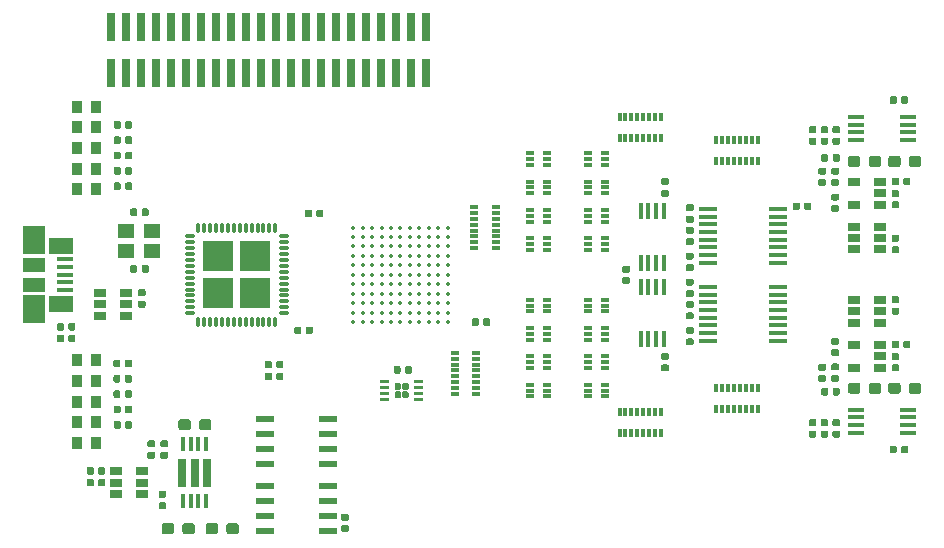
<source format=gtp>
G04 #@! TF.GenerationSoftware,KiCad,Pcbnew,5.0.1*
G04 #@! TF.CreationDate,2019-03-29T02:42:59+09:00*
G04 #@! TF.ProjectId,glasgow,676C6173676F772E6B696361645F7063,rev?*
G04 #@! TF.SameCoordinates,Original*
G04 #@! TF.FileFunction,Paste,Top*
G04 #@! TF.FilePolarity,Positive*
%FSLAX46Y46*%
G04 Gerber Fmt 4.6, Leading zero omitted, Abs format (unit mm)*
G04 Created by KiCad (PCBNEW 5.0.1) date 2019-03-29T02:42:59 JST*
%MOMM*%
%LPD*%
G01*
G04 APERTURE LIST*
%ADD10R,0.800000X0.300000*%
%ADD11C,0.350000*%
%ADD12C,0.100000*%
%ADD13C,0.590000*%
%ADD14C,0.250000*%
%ADD15C,0.520000*%
%ADD16R,1.500000X0.450000*%
%ADD17R,0.450000X1.450000*%
%ADD18R,0.700000X0.350000*%
%ADD19C,0.950000*%
%ADD20R,0.300000X0.800000*%
%ADD21R,1.450000X0.450000*%
%ADD22R,1.060000X0.650000*%
%ADD23R,0.820000X1.000000*%
%ADD24R,0.740000X2.400000*%
%ADD25O,1.000000X0.280000*%
%ADD26O,0.280000X1.000000*%
%ADD27R,2.600000X2.600000*%
%ADD28R,0.650000X2.400000*%
%ADD29R,0.400000X1.260000*%
%ADD30R,1.400000X1.200000*%
%ADD31R,1.550000X0.600000*%
%ADD32R,1.380000X0.450000*%
%ADD33R,2.100000X1.475000*%
%ADD34R,1.900000X2.375000*%
%ADD35R,1.900000X1.175000*%
G04 APERTURE END LIST*
D10*
G04 #@! TO.C,RN1*
X89950000Y-89750000D03*
X91750000Y-89750000D03*
X89950000Y-93250000D03*
X91750000Y-93250000D03*
X89950000Y-90250000D03*
X89950000Y-90750000D03*
X89950000Y-91250000D03*
X89950000Y-91750000D03*
X89950000Y-92250000D03*
X89950000Y-92750000D03*
X91750000Y-90250000D03*
X91750000Y-90750000D03*
X91750000Y-91250000D03*
X91750000Y-92250000D03*
X91750000Y-91750000D03*
X91750000Y-92750000D03*
G04 #@! TD*
D11*
G04 #@! TO.C,U30*
X87700000Y-91500000D03*
X86900000Y-91500000D03*
X86100000Y-91500000D03*
X85300000Y-91500000D03*
X84500000Y-91500000D03*
X83700000Y-91500000D03*
X82900000Y-91500000D03*
X82100000Y-91500000D03*
X81300000Y-91500000D03*
X80500000Y-91500000D03*
X79700000Y-91500000D03*
X87700000Y-92300000D03*
X86900000Y-92300000D03*
X86100000Y-92300000D03*
X85300000Y-92300000D03*
X84500000Y-92300000D03*
X83700000Y-92300000D03*
X82900000Y-92300000D03*
X82100000Y-92300000D03*
X81300000Y-92300000D03*
X80500000Y-92300000D03*
X79700000Y-92300000D03*
X87700000Y-93100000D03*
X86900000Y-93100000D03*
X86100000Y-93100000D03*
X85300000Y-93100000D03*
X84500000Y-93100000D03*
X83700000Y-93100000D03*
X82900000Y-93100000D03*
X82100000Y-93100000D03*
X81300000Y-93100000D03*
X80500000Y-93100000D03*
X79700000Y-93100000D03*
X87700000Y-93900000D03*
X86900000Y-93900000D03*
X86100000Y-93900000D03*
X85300000Y-93900000D03*
X84500000Y-93900000D03*
X83700000Y-93900000D03*
X82900000Y-93900000D03*
X82100000Y-93900000D03*
X81300000Y-93900000D03*
X80500000Y-93900000D03*
X79700000Y-93900000D03*
X87700000Y-94700000D03*
X86900000Y-94700000D03*
X86100000Y-94700000D03*
X85300000Y-94700000D03*
X84500000Y-94700000D03*
X83700000Y-94700000D03*
X82900000Y-94700000D03*
X82100000Y-94700000D03*
X81300000Y-94700000D03*
X80500000Y-94700000D03*
X79700000Y-94700000D03*
X87700000Y-95500000D03*
X86900000Y-95500000D03*
X86100000Y-95500000D03*
X85300000Y-95500000D03*
X84500000Y-95500000D03*
X83700000Y-95500000D03*
X82900000Y-95500000D03*
X82100000Y-95500000D03*
X81300000Y-95500000D03*
X80500000Y-95500000D03*
X79700000Y-95500000D03*
X87700000Y-96300000D03*
X86900000Y-96300000D03*
X86100000Y-96300000D03*
X85300000Y-96300000D03*
X84500000Y-96300000D03*
X83700000Y-96300000D03*
X82900000Y-96300000D03*
X82100000Y-96300000D03*
X81300000Y-96300000D03*
X80500000Y-96300000D03*
X79700000Y-96300000D03*
X87700000Y-97100000D03*
X86900000Y-97100000D03*
X86100000Y-97100000D03*
X85300000Y-97100000D03*
X84500000Y-97100000D03*
X83700000Y-97100000D03*
X82900000Y-97100000D03*
X82100000Y-97100000D03*
X81300000Y-97100000D03*
X80500000Y-97100000D03*
X79700000Y-97100000D03*
X87700000Y-97900000D03*
X86900000Y-97900000D03*
X86100000Y-97900000D03*
X85300000Y-97900000D03*
X84500000Y-97900000D03*
X83700000Y-97900000D03*
X82900000Y-97900000D03*
X82100000Y-97900000D03*
X81300000Y-97900000D03*
X80500000Y-97900000D03*
X79700000Y-97900000D03*
X87700000Y-98700000D03*
X86900000Y-98700000D03*
X86100000Y-98700000D03*
X85300000Y-98700000D03*
X84500000Y-98700000D03*
X83700000Y-98700000D03*
X82900000Y-98700000D03*
X82100000Y-98700000D03*
X81300000Y-98700000D03*
X80500000Y-98700000D03*
X79700000Y-98700000D03*
X87700000Y-99500000D03*
X86900000Y-99500000D03*
X86100000Y-99500000D03*
X85300000Y-99500000D03*
X84500000Y-99500000D03*
X83700000Y-99500000D03*
X82900000Y-99500000D03*
X82100000Y-99500000D03*
X81300000Y-99500000D03*
X80500000Y-99500000D03*
X79700000Y-99500000D03*
G04 #@! TD*
D12*
G04 #@! TO.C,C16*
G36*
X83576958Y-103230710D02*
X83591276Y-103232834D01*
X83605317Y-103236351D01*
X83618946Y-103241228D01*
X83632031Y-103247417D01*
X83644447Y-103254858D01*
X83656073Y-103263481D01*
X83666798Y-103273202D01*
X83676519Y-103283927D01*
X83685142Y-103295553D01*
X83692583Y-103307969D01*
X83698772Y-103321054D01*
X83703649Y-103334683D01*
X83707166Y-103348724D01*
X83709290Y-103363042D01*
X83710000Y-103377500D01*
X83710000Y-103722500D01*
X83709290Y-103736958D01*
X83707166Y-103751276D01*
X83703649Y-103765317D01*
X83698772Y-103778946D01*
X83692583Y-103792031D01*
X83685142Y-103804447D01*
X83676519Y-103816073D01*
X83666798Y-103826798D01*
X83656073Y-103836519D01*
X83644447Y-103845142D01*
X83632031Y-103852583D01*
X83618946Y-103858772D01*
X83605317Y-103863649D01*
X83591276Y-103867166D01*
X83576958Y-103869290D01*
X83562500Y-103870000D01*
X83267500Y-103870000D01*
X83253042Y-103869290D01*
X83238724Y-103867166D01*
X83224683Y-103863649D01*
X83211054Y-103858772D01*
X83197969Y-103852583D01*
X83185553Y-103845142D01*
X83173927Y-103836519D01*
X83163202Y-103826798D01*
X83153481Y-103816073D01*
X83144858Y-103804447D01*
X83137417Y-103792031D01*
X83131228Y-103778946D01*
X83126351Y-103765317D01*
X83122834Y-103751276D01*
X83120710Y-103736958D01*
X83120000Y-103722500D01*
X83120000Y-103377500D01*
X83120710Y-103363042D01*
X83122834Y-103348724D01*
X83126351Y-103334683D01*
X83131228Y-103321054D01*
X83137417Y-103307969D01*
X83144858Y-103295553D01*
X83153481Y-103283927D01*
X83163202Y-103273202D01*
X83173927Y-103263481D01*
X83185553Y-103254858D01*
X83197969Y-103247417D01*
X83211054Y-103241228D01*
X83224683Y-103236351D01*
X83238724Y-103232834D01*
X83253042Y-103230710D01*
X83267500Y-103230000D01*
X83562500Y-103230000D01*
X83576958Y-103230710D01*
X83576958Y-103230710D01*
G37*
D13*
X83415000Y-103550000D03*
D12*
G36*
X84546958Y-103230710D02*
X84561276Y-103232834D01*
X84575317Y-103236351D01*
X84588946Y-103241228D01*
X84602031Y-103247417D01*
X84614447Y-103254858D01*
X84626073Y-103263481D01*
X84636798Y-103273202D01*
X84646519Y-103283927D01*
X84655142Y-103295553D01*
X84662583Y-103307969D01*
X84668772Y-103321054D01*
X84673649Y-103334683D01*
X84677166Y-103348724D01*
X84679290Y-103363042D01*
X84680000Y-103377500D01*
X84680000Y-103722500D01*
X84679290Y-103736958D01*
X84677166Y-103751276D01*
X84673649Y-103765317D01*
X84668772Y-103778946D01*
X84662583Y-103792031D01*
X84655142Y-103804447D01*
X84646519Y-103816073D01*
X84636798Y-103826798D01*
X84626073Y-103836519D01*
X84614447Y-103845142D01*
X84602031Y-103852583D01*
X84588946Y-103858772D01*
X84575317Y-103863649D01*
X84561276Y-103867166D01*
X84546958Y-103869290D01*
X84532500Y-103870000D01*
X84237500Y-103870000D01*
X84223042Y-103869290D01*
X84208724Y-103867166D01*
X84194683Y-103863649D01*
X84181054Y-103858772D01*
X84167969Y-103852583D01*
X84155553Y-103845142D01*
X84143927Y-103836519D01*
X84133202Y-103826798D01*
X84123481Y-103816073D01*
X84114858Y-103804447D01*
X84107417Y-103792031D01*
X84101228Y-103778946D01*
X84096351Y-103765317D01*
X84092834Y-103751276D01*
X84090710Y-103736958D01*
X84090000Y-103722500D01*
X84090000Y-103377500D01*
X84090710Y-103363042D01*
X84092834Y-103348724D01*
X84096351Y-103334683D01*
X84101228Y-103321054D01*
X84107417Y-103307969D01*
X84114858Y-103295553D01*
X84123481Y-103283927D01*
X84133202Y-103273202D01*
X84143927Y-103263481D01*
X84155553Y-103254858D01*
X84167969Y-103247417D01*
X84181054Y-103241228D01*
X84194683Y-103236351D01*
X84208724Y-103232834D01*
X84223042Y-103230710D01*
X84237500Y-103230000D01*
X84532500Y-103230000D01*
X84546958Y-103230710D01*
X84546958Y-103230710D01*
G37*
D13*
X84385000Y-103550000D03*
G04 #@! TD*
D12*
G04 #@! TO.C,U34*
G36*
X85593626Y-104425301D02*
X85599693Y-104426201D01*
X85605643Y-104427691D01*
X85611418Y-104429758D01*
X85616962Y-104432380D01*
X85622223Y-104435533D01*
X85627150Y-104439187D01*
X85631694Y-104443306D01*
X85635813Y-104447850D01*
X85639467Y-104452777D01*
X85642620Y-104458038D01*
X85645242Y-104463582D01*
X85647309Y-104469357D01*
X85648799Y-104475307D01*
X85649699Y-104481374D01*
X85650000Y-104487500D01*
X85650000Y-104612500D01*
X85649699Y-104618626D01*
X85648799Y-104624693D01*
X85647309Y-104630643D01*
X85645242Y-104636418D01*
X85642620Y-104641962D01*
X85639467Y-104647223D01*
X85635813Y-104652150D01*
X85631694Y-104656694D01*
X85627150Y-104660813D01*
X85622223Y-104664467D01*
X85616962Y-104667620D01*
X85611418Y-104670242D01*
X85605643Y-104672309D01*
X85599693Y-104673799D01*
X85593626Y-104674699D01*
X85587500Y-104675000D01*
X84937500Y-104675000D01*
X84931374Y-104674699D01*
X84925307Y-104673799D01*
X84919357Y-104672309D01*
X84913582Y-104670242D01*
X84908038Y-104667620D01*
X84902777Y-104664467D01*
X84897850Y-104660813D01*
X84893306Y-104656694D01*
X84889187Y-104652150D01*
X84885533Y-104647223D01*
X84882380Y-104641962D01*
X84879758Y-104636418D01*
X84877691Y-104630643D01*
X84876201Y-104624693D01*
X84875301Y-104618626D01*
X84875000Y-104612500D01*
X84875000Y-104487500D01*
X84875301Y-104481374D01*
X84876201Y-104475307D01*
X84877691Y-104469357D01*
X84879758Y-104463582D01*
X84882380Y-104458038D01*
X84885533Y-104452777D01*
X84889187Y-104447850D01*
X84893306Y-104443306D01*
X84897850Y-104439187D01*
X84902777Y-104435533D01*
X84908038Y-104432380D01*
X84913582Y-104429758D01*
X84919357Y-104427691D01*
X84925307Y-104426201D01*
X84931374Y-104425301D01*
X84937500Y-104425000D01*
X85587500Y-104425000D01*
X85593626Y-104425301D01*
X85593626Y-104425301D01*
G37*
D14*
X85262500Y-104550000D03*
D12*
G36*
X85593626Y-104925301D02*
X85599693Y-104926201D01*
X85605643Y-104927691D01*
X85611418Y-104929758D01*
X85616962Y-104932380D01*
X85622223Y-104935533D01*
X85627150Y-104939187D01*
X85631694Y-104943306D01*
X85635813Y-104947850D01*
X85639467Y-104952777D01*
X85642620Y-104958038D01*
X85645242Y-104963582D01*
X85647309Y-104969357D01*
X85648799Y-104975307D01*
X85649699Y-104981374D01*
X85650000Y-104987500D01*
X85650000Y-105112500D01*
X85649699Y-105118626D01*
X85648799Y-105124693D01*
X85647309Y-105130643D01*
X85645242Y-105136418D01*
X85642620Y-105141962D01*
X85639467Y-105147223D01*
X85635813Y-105152150D01*
X85631694Y-105156694D01*
X85627150Y-105160813D01*
X85622223Y-105164467D01*
X85616962Y-105167620D01*
X85611418Y-105170242D01*
X85605643Y-105172309D01*
X85599693Y-105173799D01*
X85593626Y-105174699D01*
X85587500Y-105175000D01*
X84937500Y-105175000D01*
X84931374Y-105174699D01*
X84925307Y-105173799D01*
X84919357Y-105172309D01*
X84913582Y-105170242D01*
X84908038Y-105167620D01*
X84902777Y-105164467D01*
X84897850Y-105160813D01*
X84893306Y-105156694D01*
X84889187Y-105152150D01*
X84885533Y-105147223D01*
X84882380Y-105141962D01*
X84879758Y-105136418D01*
X84877691Y-105130643D01*
X84876201Y-105124693D01*
X84875301Y-105118626D01*
X84875000Y-105112500D01*
X84875000Y-104987500D01*
X84875301Y-104981374D01*
X84876201Y-104975307D01*
X84877691Y-104969357D01*
X84879758Y-104963582D01*
X84882380Y-104958038D01*
X84885533Y-104952777D01*
X84889187Y-104947850D01*
X84893306Y-104943306D01*
X84897850Y-104939187D01*
X84902777Y-104935533D01*
X84908038Y-104932380D01*
X84913582Y-104929758D01*
X84919357Y-104927691D01*
X84925307Y-104926201D01*
X84931374Y-104925301D01*
X84937500Y-104925000D01*
X85587500Y-104925000D01*
X85593626Y-104925301D01*
X85593626Y-104925301D01*
G37*
D14*
X85262500Y-105050000D03*
D12*
G36*
X85593626Y-105425301D02*
X85599693Y-105426201D01*
X85605643Y-105427691D01*
X85611418Y-105429758D01*
X85616962Y-105432380D01*
X85622223Y-105435533D01*
X85627150Y-105439187D01*
X85631694Y-105443306D01*
X85635813Y-105447850D01*
X85639467Y-105452777D01*
X85642620Y-105458038D01*
X85645242Y-105463582D01*
X85647309Y-105469357D01*
X85648799Y-105475307D01*
X85649699Y-105481374D01*
X85650000Y-105487500D01*
X85650000Y-105612500D01*
X85649699Y-105618626D01*
X85648799Y-105624693D01*
X85647309Y-105630643D01*
X85645242Y-105636418D01*
X85642620Y-105641962D01*
X85639467Y-105647223D01*
X85635813Y-105652150D01*
X85631694Y-105656694D01*
X85627150Y-105660813D01*
X85622223Y-105664467D01*
X85616962Y-105667620D01*
X85611418Y-105670242D01*
X85605643Y-105672309D01*
X85599693Y-105673799D01*
X85593626Y-105674699D01*
X85587500Y-105675000D01*
X84937500Y-105675000D01*
X84931374Y-105674699D01*
X84925307Y-105673799D01*
X84919357Y-105672309D01*
X84913582Y-105670242D01*
X84908038Y-105667620D01*
X84902777Y-105664467D01*
X84897850Y-105660813D01*
X84893306Y-105656694D01*
X84889187Y-105652150D01*
X84885533Y-105647223D01*
X84882380Y-105641962D01*
X84879758Y-105636418D01*
X84877691Y-105630643D01*
X84876201Y-105624693D01*
X84875301Y-105618626D01*
X84875000Y-105612500D01*
X84875000Y-105487500D01*
X84875301Y-105481374D01*
X84876201Y-105475307D01*
X84877691Y-105469357D01*
X84879758Y-105463582D01*
X84882380Y-105458038D01*
X84885533Y-105452777D01*
X84889187Y-105447850D01*
X84893306Y-105443306D01*
X84897850Y-105439187D01*
X84902777Y-105435533D01*
X84908038Y-105432380D01*
X84913582Y-105429758D01*
X84919357Y-105427691D01*
X84925307Y-105426201D01*
X84931374Y-105425301D01*
X84937500Y-105425000D01*
X85587500Y-105425000D01*
X85593626Y-105425301D01*
X85593626Y-105425301D01*
G37*
D14*
X85262500Y-105550000D03*
D12*
G36*
X85593626Y-105925301D02*
X85599693Y-105926201D01*
X85605643Y-105927691D01*
X85611418Y-105929758D01*
X85616962Y-105932380D01*
X85622223Y-105935533D01*
X85627150Y-105939187D01*
X85631694Y-105943306D01*
X85635813Y-105947850D01*
X85639467Y-105952777D01*
X85642620Y-105958038D01*
X85645242Y-105963582D01*
X85647309Y-105969357D01*
X85648799Y-105975307D01*
X85649699Y-105981374D01*
X85650000Y-105987500D01*
X85650000Y-106112500D01*
X85649699Y-106118626D01*
X85648799Y-106124693D01*
X85647309Y-106130643D01*
X85645242Y-106136418D01*
X85642620Y-106141962D01*
X85639467Y-106147223D01*
X85635813Y-106152150D01*
X85631694Y-106156694D01*
X85627150Y-106160813D01*
X85622223Y-106164467D01*
X85616962Y-106167620D01*
X85611418Y-106170242D01*
X85605643Y-106172309D01*
X85599693Y-106173799D01*
X85593626Y-106174699D01*
X85587500Y-106175000D01*
X84937500Y-106175000D01*
X84931374Y-106174699D01*
X84925307Y-106173799D01*
X84919357Y-106172309D01*
X84913582Y-106170242D01*
X84908038Y-106167620D01*
X84902777Y-106164467D01*
X84897850Y-106160813D01*
X84893306Y-106156694D01*
X84889187Y-106152150D01*
X84885533Y-106147223D01*
X84882380Y-106141962D01*
X84879758Y-106136418D01*
X84877691Y-106130643D01*
X84876201Y-106124693D01*
X84875301Y-106118626D01*
X84875000Y-106112500D01*
X84875000Y-105987500D01*
X84875301Y-105981374D01*
X84876201Y-105975307D01*
X84877691Y-105969357D01*
X84879758Y-105963582D01*
X84882380Y-105958038D01*
X84885533Y-105952777D01*
X84889187Y-105947850D01*
X84893306Y-105943306D01*
X84897850Y-105939187D01*
X84902777Y-105935533D01*
X84908038Y-105932380D01*
X84913582Y-105929758D01*
X84919357Y-105927691D01*
X84925307Y-105926201D01*
X84931374Y-105925301D01*
X84937500Y-105925000D01*
X85587500Y-105925000D01*
X85593626Y-105925301D01*
X85593626Y-105925301D01*
G37*
D14*
X85262500Y-106050000D03*
D12*
G36*
X82668626Y-105925301D02*
X82674693Y-105926201D01*
X82680643Y-105927691D01*
X82686418Y-105929758D01*
X82691962Y-105932380D01*
X82697223Y-105935533D01*
X82702150Y-105939187D01*
X82706694Y-105943306D01*
X82710813Y-105947850D01*
X82714467Y-105952777D01*
X82717620Y-105958038D01*
X82720242Y-105963582D01*
X82722309Y-105969357D01*
X82723799Y-105975307D01*
X82724699Y-105981374D01*
X82725000Y-105987500D01*
X82725000Y-106112500D01*
X82724699Y-106118626D01*
X82723799Y-106124693D01*
X82722309Y-106130643D01*
X82720242Y-106136418D01*
X82717620Y-106141962D01*
X82714467Y-106147223D01*
X82710813Y-106152150D01*
X82706694Y-106156694D01*
X82702150Y-106160813D01*
X82697223Y-106164467D01*
X82691962Y-106167620D01*
X82686418Y-106170242D01*
X82680643Y-106172309D01*
X82674693Y-106173799D01*
X82668626Y-106174699D01*
X82662500Y-106175000D01*
X82012500Y-106175000D01*
X82006374Y-106174699D01*
X82000307Y-106173799D01*
X81994357Y-106172309D01*
X81988582Y-106170242D01*
X81983038Y-106167620D01*
X81977777Y-106164467D01*
X81972850Y-106160813D01*
X81968306Y-106156694D01*
X81964187Y-106152150D01*
X81960533Y-106147223D01*
X81957380Y-106141962D01*
X81954758Y-106136418D01*
X81952691Y-106130643D01*
X81951201Y-106124693D01*
X81950301Y-106118626D01*
X81950000Y-106112500D01*
X81950000Y-105987500D01*
X81950301Y-105981374D01*
X81951201Y-105975307D01*
X81952691Y-105969357D01*
X81954758Y-105963582D01*
X81957380Y-105958038D01*
X81960533Y-105952777D01*
X81964187Y-105947850D01*
X81968306Y-105943306D01*
X81972850Y-105939187D01*
X81977777Y-105935533D01*
X81983038Y-105932380D01*
X81988582Y-105929758D01*
X81994357Y-105927691D01*
X82000307Y-105926201D01*
X82006374Y-105925301D01*
X82012500Y-105925000D01*
X82662500Y-105925000D01*
X82668626Y-105925301D01*
X82668626Y-105925301D01*
G37*
D14*
X82337500Y-106050000D03*
D12*
G36*
X82668626Y-105425301D02*
X82674693Y-105426201D01*
X82680643Y-105427691D01*
X82686418Y-105429758D01*
X82691962Y-105432380D01*
X82697223Y-105435533D01*
X82702150Y-105439187D01*
X82706694Y-105443306D01*
X82710813Y-105447850D01*
X82714467Y-105452777D01*
X82717620Y-105458038D01*
X82720242Y-105463582D01*
X82722309Y-105469357D01*
X82723799Y-105475307D01*
X82724699Y-105481374D01*
X82725000Y-105487500D01*
X82725000Y-105612500D01*
X82724699Y-105618626D01*
X82723799Y-105624693D01*
X82722309Y-105630643D01*
X82720242Y-105636418D01*
X82717620Y-105641962D01*
X82714467Y-105647223D01*
X82710813Y-105652150D01*
X82706694Y-105656694D01*
X82702150Y-105660813D01*
X82697223Y-105664467D01*
X82691962Y-105667620D01*
X82686418Y-105670242D01*
X82680643Y-105672309D01*
X82674693Y-105673799D01*
X82668626Y-105674699D01*
X82662500Y-105675000D01*
X82012500Y-105675000D01*
X82006374Y-105674699D01*
X82000307Y-105673799D01*
X81994357Y-105672309D01*
X81988582Y-105670242D01*
X81983038Y-105667620D01*
X81977777Y-105664467D01*
X81972850Y-105660813D01*
X81968306Y-105656694D01*
X81964187Y-105652150D01*
X81960533Y-105647223D01*
X81957380Y-105641962D01*
X81954758Y-105636418D01*
X81952691Y-105630643D01*
X81951201Y-105624693D01*
X81950301Y-105618626D01*
X81950000Y-105612500D01*
X81950000Y-105487500D01*
X81950301Y-105481374D01*
X81951201Y-105475307D01*
X81952691Y-105469357D01*
X81954758Y-105463582D01*
X81957380Y-105458038D01*
X81960533Y-105452777D01*
X81964187Y-105447850D01*
X81968306Y-105443306D01*
X81972850Y-105439187D01*
X81977777Y-105435533D01*
X81983038Y-105432380D01*
X81988582Y-105429758D01*
X81994357Y-105427691D01*
X82000307Y-105426201D01*
X82006374Y-105425301D01*
X82012500Y-105425000D01*
X82662500Y-105425000D01*
X82668626Y-105425301D01*
X82668626Y-105425301D01*
G37*
D14*
X82337500Y-105550000D03*
D12*
G36*
X82668626Y-104925301D02*
X82674693Y-104926201D01*
X82680643Y-104927691D01*
X82686418Y-104929758D01*
X82691962Y-104932380D01*
X82697223Y-104935533D01*
X82702150Y-104939187D01*
X82706694Y-104943306D01*
X82710813Y-104947850D01*
X82714467Y-104952777D01*
X82717620Y-104958038D01*
X82720242Y-104963582D01*
X82722309Y-104969357D01*
X82723799Y-104975307D01*
X82724699Y-104981374D01*
X82725000Y-104987500D01*
X82725000Y-105112500D01*
X82724699Y-105118626D01*
X82723799Y-105124693D01*
X82722309Y-105130643D01*
X82720242Y-105136418D01*
X82717620Y-105141962D01*
X82714467Y-105147223D01*
X82710813Y-105152150D01*
X82706694Y-105156694D01*
X82702150Y-105160813D01*
X82697223Y-105164467D01*
X82691962Y-105167620D01*
X82686418Y-105170242D01*
X82680643Y-105172309D01*
X82674693Y-105173799D01*
X82668626Y-105174699D01*
X82662500Y-105175000D01*
X82012500Y-105175000D01*
X82006374Y-105174699D01*
X82000307Y-105173799D01*
X81994357Y-105172309D01*
X81988582Y-105170242D01*
X81983038Y-105167620D01*
X81977777Y-105164467D01*
X81972850Y-105160813D01*
X81968306Y-105156694D01*
X81964187Y-105152150D01*
X81960533Y-105147223D01*
X81957380Y-105141962D01*
X81954758Y-105136418D01*
X81952691Y-105130643D01*
X81951201Y-105124693D01*
X81950301Y-105118626D01*
X81950000Y-105112500D01*
X81950000Y-104987500D01*
X81950301Y-104981374D01*
X81951201Y-104975307D01*
X81952691Y-104969357D01*
X81954758Y-104963582D01*
X81957380Y-104958038D01*
X81960533Y-104952777D01*
X81964187Y-104947850D01*
X81968306Y-104943306D01*
X81972850Y-104939187D01*
X81977777Y-104935533D01*
X81983038Y-104932380D01*
X81988582Y-104929758D01*
X81994357Y-104927691D01*
X82000307Y-104926201D01*
X82006374Y-104925301D01*
X82012500Y-104925000D01*
X82662500Y-104925000D01*
X82668626Y-104925301D01*
X82668626Y-104925301D01*
G37*
D14*
X82337500Y-105050000D03*
D12*
G36*
X82668626Y-104425301D02*
X82674693Y-104426201D01*
X82680643Y-104427691D01*
X82686418Y-104429758D01*
X82691962Y-104432380D01*
X82697223Y-104435533D01*
X82702150Y-104439187D01*
X82706694Y-104443306D01*
X82710813Y-104447850D01*
X82714467Y-104452777D01*
X82717620Y-104458038D01*
X82720242Y-104463582D01*
X82722309Y-104469357D01*
X82723799Y-104475307D01*
X82724699Y-104481374D01*
X82725000Y-104487500D01*
X82725000Y-104612500D01*
X82724699Y-104618626D01*
X82723799Y-104624693D01*
X82722309Y-104630643D01*
X82720242Y-104636418D01*
X82717620Y-104641962D01*
X82714467Y-104647223D01*
X82710813Y-104652150D01*
X82706694Y-104656694D01*
X82702150Y-104660813D01*
X82697223Y-104664467D01*
X82691962Y-104667620D01*
X82686418Y-104670242D01*
X82680643Y-104672309D01*
X82674693Y-104673799D01*
X82668626Y-104674699D01*
X82662500Y-104675000D01*
X82012500Y-104675000D01*
X82006374Y-104674699D01*
X82000307Y-104673799D01*
X81994357Y-104672309D01*
X81988582Y-104670242D01*
X81983038Y-104667620D01*
X81977777Y-104664467D01*
X81972850Y-104660813D01*
X81968306Y-104656694D01*
X81964187Y-104652150D01*
X81960533Y-104647223D01*
X81957380Y-104641962D01*
X81954758Y-104636418D01*
X81952691Y-104630643D01*
X81951201Y-104624693D01*
X81950301Y-104618626D01*
X81950000Y-104612500D01*
X81950000Y-104487500D01*
X81950301Y-104481374D01*
X81951201Y-104475307D01*
X81952691Y-104469357D01*
X81954758Y-104463582D01*
X81957380Y-104458038D01*
X81960533Y-104452777D01*
X81964187Y-104447850D01*
X81968306Y-104443306D01*
X81972850Y-104439187D01*
X81977777Y-104435533D01*
X81983038Y-104432380D01*
X81988582Y-104429758D01*
X81994357Y-104427691D01*
X82000307Y-104426201D01*
X82006374Y-104425301D01*
X82012500Y-104425000D01*
X82662500Y-104425000D01*
X82668626Y-104425301D01*
X82668626Y-104425301D01*
G37*
D14*
X82337500Y-104550000D03*
D12*
G36*
X84267742Y-105370626D02*
X84280362Y-105372498D01*
X84292737Y-105375598D01*
X84304749Y-105379896D01*
X84316282Y-105385350D01*
X84327224Y-105391909D01*
X84337471Y-105399509D01*
X84346924Y-105408076D01*
X84355491Y-105417529D01*
X84363091Y-105427776D01*
X84369650Y-105438718D01*
X84375104Y-105450251D01*
X84379402Y-105462263D01*
X84382502Y-105474638D01*
X84384374Y-105487258D01*
X84385000Y-105500000D01*
X84385000Y-105800000D01*
X84384374Y-105812742D01*
X84382502Y-105825362D01*
X84379402Y-105837737D01*
X84375104Y-105849749D01*
X84369650Y-105861282D01*
X84363091Y-105872224D01*
X84355491Y-105882471D01*
X84346924Y-105891924D01*
X84337471Y-105900491D01*
X84327224Y-105908091D01*
X84316282Y-105914650D01*
X84304749Y-105920104D01*
X84292737Y-105924402D01*
X84280362Y-105927502D01*
X84267742Y-105929374D01*
X84255000Y-105930000D01*
X83995000Y-105930000D01*
X83982258Y-105929374D01*
X83969638Y-105927502D01*
X83957263Y-105924402D01*
X83945251Y-105920104D01*
X83933718Y-105914650D01*
X83922776Y-105908091D01*
X83912529Y-105900491D01*
X83903076Y-105891924D01*
X83894509Y-105882471D01*
X83886909Y-105872224D01*
X83880350Y-105861282D01*
X83874896Y-105849749D01*
X83870598Y-105837737D01*
X83867498Y-105825362D01*
X83865626Y-105812742D01*
X83865000Y-105800000D01*
X83865000Y-105500000D01*
X83865626Y-105487258D01*
X83867498Y-105474638D01*
X83870598Y-105462263D01*
X83874896Y-105450251D01*
X83880350Y-105438718D01*
X83886909Y-105427776D01*
X83894509Y-105417529D01*
X83903076Y-105408076D01*
X83912529Y-105399509D01*
X83922776Y-105391909D01*
X83933718Y-105385350D01*
X83945251Y-105379896D01*
X83957263Y-105375598D01*
X83969638Y-105372498D01*
X83982258Y-105370626D01*
X83995000Y-105370000D01*
X84255000Y-105370000D01*
X84267742Y-105370626D01*
X84267742Y-105370626D01*
G37*
D15*
X84125000Y-105650000D03*
D12*
G36*
X84267742Y-104670626D02*
X84280362Y-104672498D01*
X84292737Y-104675598D01*
X84304749Y-104679896D01*
X84316282Y-104685350D01*
X84327224Y-104691909D01*
X84337471Y-104699509D01*
X84346924Y-104708076D01*
X84355491Y-104717529D01*
X84363091Y-104727776D01*
X84369650Y-104738718D01*
X84375104Y-104750251D01*
X84379402Y-104762263D01*
X84382502Y-104774638D01*
X84384374Y-104787258D01*
X84385000Y-104800000D01*
X84385000Y-105100000D01*
X84384374Y-105112742D01*
X84382502Y-105125362D01*
X84379402Y-105137737D01*
X84375104Y-105149749D01*
X84369650Y-105161282D01*
X84363091Y-105172224D01*
X84355491Y-105182471D01*
X84346924Y-105191924D01*
X84337471Y-105200491D01*
X84327224Y-105208091D01*
X84316282Y-105214650D01*
X84304749Y-105220104D01*
X84292737Y-105224402D01*
X84280362Y-105227502D01*
X84267742Y-105229374D01*
X84255000Y-105230000D01*
X83995000Y-105230000D01*
X83982258Y-105229374D01*
X83969638Y-105227502D01*
X83957263Y-105224402D01*
X83945251Y-105220104D01*
X83933718Y-105214650D01*
X83922776Y-105208091D01*
X83912529Y-105200491D01*
X83903076Y-105191924D01*
X83894509Y-105182471D01*
X83886909Y-105172224D01*
X83880350Y-105161282D01*
X83874896Y-105149749D01*
X83870598Y-105137737D01*
X83867498Y-105125362D01*
X83865626Y-105112742D01*
X83865000Y-105100000D01*
X83865000Y-104800000D01*
X83865626Y-104787258D01*
X83867498Y-104774638D01*
X83870598Y-104762263D01*
X83874896Y-104750251D01*
X83880350Y-104738718D01*
X83886909Y-104727776D01*
X83894509Y-104717529D01*
X83903076Y-104708076D01*
X83912529Y-104699509D01*
X83922776Y-104691909D01*
X83933718Y-104685350D01*
X83945251Y-104679896D01*
X83957263Y-104675598D01*
X83969638Y-104672498D01*
X83982258Y-104670626D01*
X83995000Y-104670000D01*
X84255000Y-104670000D01*
X84267742Y-104670626D01*
X84267742Y-104670626D01*
G37*
D15*
X84125000Y-104950000D03*
D12*
G36*
X83617742Y-105370626D02*
X83630362Y-105372498D01*
X83642737Y-105375598D01*
X83654749Y-105379896D01*
X83666282Y-105385350D01*
X83677224Y-105391909D01*
X83687471Y-105399509D01*
X83696924Y-105408076D01*
X83705491Y-105417529D01*
X83713091Y-105427776D01*
X83719650Y-105438718D01*
X83725104Y-105450251D01*
X83729402Y-105462263D01*
X83732502Y-105474638D01*
X83734374Y-105487258D01*
X83735000Y-105500000D01*
X83735000Y-105800000D01*
X83734374Y-105812742D01*
X83732502Y-105825362D01*
X83729402Y-105837737D01*
X83725104Y-105849749D01*
X83719650Y-105861282D01*
X83713091Y-105872224D01*
X83705491Y-105882471D01*
X83696924Y-105891924D01*
X83687471Y-105900491D01*
X83677224Y-105908091D01*
X83666282Y-105914650D01*
X83654749Y-105920104D01*
X83642737Y-105924402D01*
X83630362Y-105927502D01*
X83617742Y-105929374D01*
X83605000Y-105930000D01*
X83345000Y-105930000D01*
X83332258Y-105929374D01*
X83319638Y-105927502D01*
X83307263Y-105924402D01*
X83295251Y-105920104D01*
X83283718Y-105914650D01*
X83272776Y-105908091D01*
X83262529Y-105900491D01*
X83253076Y-105891924D01*
X83244509Y-105882471D01*
X83236909Y-105872224D01*
X83230350Y-105861282D01*
X83224896Y-105849749D01*
X83220598Y-105837737D01*
X83217498Y-105825362D01*
X83215626Y-105812742D01*
X83215000Y-105800000D01*
X83215000Y-105500000D01*
X83215626Y-105487258D01*
X83217498Y-105474638D01*
X83220598Y-105462263D01*
X83224896Y-105450251D01*
X83230350Y-105438718D01*
X83236909Y-105427776D01*
X83244509Y-105417529D01*
X83253076Y-105408076D01*
X83262529Y-105399509D01*
X83272776Y-105391909D01*
X83283718Y-105385350D01*
X83295251Y-105379896D01*
X83307263Y-105375598D01*
X83319638Y-105372498D01*
X83332258Y-105370626D01*
X83345000Y-105370000D01*
X83605000Y-105370000D01*
X83617742Y-105370626D01*
X83617742Y-105370626D01*
G37*
D15*
X83475000Y-105650000D03*
D12*
G36*
X83617742Y-104670626D02*
X83630362Y-104672498D01*
X83642737Y-104675598D01*
X83654749Y-104679896D01*
X83666282Y-104685350D01*
X83677224Y-104691909D01*
X83687471Y-104699509D01*
X83696924Y-104708076D01*
X83705491Y-104717529D01*
X83713091Y-104727776D01*
X83719650Y-104738718D01*
X83725104Y-104750251D01*
X83729402Y-104762263D01*
X83732502Y-104774638D01*
X83734374Y-104787258D01*
X83735000Y-104800000D01*
X83735000Y-105100000D01*
X83734374Y-105112742D01*
X83732502Y-105125362D01*
X83729402Y-105137737D01*
X83725104Y-105149749D01*
X83719650Y-105161282D01*
X83713091Y-105172224D01*
X83705491Y-105182471D01*
X83696924Y-105191924D01*
X83687471Y-105200491D01*
X83677224Y-105208091D01*
X83666282Y-105214650D01*
X83654749Y-105220104D01*
X83642737Y-105224402D01*
X83630362Y-105227502D01*
X83617742Y-105229374D01*
X83605000Y-105230000D01*
X83345000Y-105230000D01*
X83332258Y-105229374D01*
X83319638Y-105227502D01*
X83307263Y-105224402D01*
X83295251Y-105220104D01*
X83283718Y-105214650D01*
X83272776Y-105208091D01*
X83262529Y-105200491D01*
X83253076Y-105191924D01*
X83244509Y-105182471D01*
X83236909Y-105172224D01*
X83230350Y-105161282D01*
X83224896Y-105149749D01*
X83220598Y-105137737D01*
X83217498Y-105125362D01*
X83215626Y-105112742D01*
X83215000Y-105100000D01*
X83215000Y-104800000D01*
X83215626Y-104787258D01*
X83217498Y-104774638D01*
X83220598Y-104762263D01*
X83224896Y-104750251D01*
X83230350Y-104738718D01*
X83236909Y-104727776D01*
X83244509Y-104717529D01*
X83253076Y-104708076D01*
X83262529Y-104699509D01*
X83272776Y-104691909D01*
X83283718Y-104685350D01*
X83295251Y-104679896D01*
X83307263Y-104675598D01*
X83319638Y-104672498D01*
X83332258Y-104670626D01*
X83345000Y-104670000D01*
X83605000Y-104670000D01*
X83617742Y-104670626D01*
X83617742Y-104670626D01*
G37*
D15*
X83475000Y-104950000D03*
G04 #@! TD*
D12*
G04 #@! TO.C,R40*
G36*
X79186958Y-115720710D02*
X79201276Y-115722834D01*
X79215317Y-115726351D01*
X79228946Y-115731228D01*
X79242031Y-115737417D01*
X79254447Y-115744858D01*
X79266073Y-115753481D01*
X79276798Y-115763202D01*
X79286519Y-115773927D01*
X79295142Y-115785553D01*
X79302583Y-115797969D01*
X79308772Y-115811054D01*
X79313649Y-115824683D01*
X79317166Y-115838724D01*
X79319290Y-115853042D01*
X79320000Y-115867500D01*
X79320000Y-116162500D01*
X79319290Y-116176958D01*
X79317166Y-116191276D01*
X79313649Y-116205317D01*
X79308772Y-116218946D01*
X79302583Y-116232031D01*
X79295142Y-116244447D01*
X79286519Y-116256073D01*
X79276798Y-116266798D01*
X79266073Y-116276519D01*
X79254447Y-116285142D01*
X79242031Y-116292583D01*
X79228946Y-116298772D01*
X79215317Y-116303649D01*
X79201276Y-116307166D01*
X79186958Y-116309290D01*
X79172500Y-116310000D01*
X78827500Y-116310000D01*
X78813042Y-116309290D01*
X78798724Y-116307166D01*
X78784683Y-116303649D01*
X78771054Y-116298772D01*
X78757969Y-116292583D01*
X78745553Y-116285142D01*
X78733927Y-116276519D01*
X78723202Y-116266798D01*
X78713481Y-116256073D01*
X78704858Y-116244447D01*
X78697417Y-116232031D01*
X78691228Y-116218946D01*
X78686351Y-116205317D01*
X78682834Y-116191276D01*
X78680710Y-116176958D01*
X78680000Y-116162500D01*
X78680000Y-115867500D01*
X78680710Y-115853042D01*
X78682834Y-115838724D01*
X78686351Y-115824683D01*
X78691228Y-115811054D01*
X78697417Y-115797969D01*
X78704858Y-115785553D01*
X78713481Y-115773927D01*
X78723202Y-115763202D01*
X78733927Y-115753481D01*
X78745553Y-115744858D01*
X78757969Y-115737417D01*
X78771054Y-115731228D01*
X78784683Y-115726351D01*
X78798724Y-115722834D01*
X78813042Y-115720710D01*
X78827500Y-115720000D01*
X79172500Y-115720000D01*
X79186958Y-115720710D01*
X79186958Y-115720710D01*
G37*
D13*
X79000000Y-116015000D03*
D12*
G36*
X79186958Y-116690710D02*
X79201276Y-116692834D01*
X79215317Y-116696351D01*
X79228946Y-116701228D01*
X79242031Y-116707417D01*
X79254447Y-116714858D01*
X79266073Y-116723481D01*
X79276798Y-116733202D01*
X79286519Y-116743927D01*
X79295142Y-116755553D01*
X79302583Y-116767969D01*
X79308772Y-116781054D01*
X79313649Y-116794683D01*
X79317166Y-116808724D01*
X79319290Y-116823042D01*
X79320000Y-116837500D01*
X79320000Y-117132500D01*
X79319290Y-117146958D01*
X79317166Y-117161276D01*
X79313649Y-117175317D01*
X79308772Y-117188946D01*
X79302583Y-117202031D01*
X79295142Y-117214447D01*
X79286519Y-117226073D01*
X79276798Y-117236798D01*
X79266073Y-117246519D01*
X79254447Y-117255142D01*
X79242031Y-117262583D01*
X79228946Y-117268772D01*
X79215317Y-117273649D01*
X79201276Y-117277166D01*
X79186958Y-117279290D01*
X79172500Y-117280000D01*
X78827500Y-117280000D01*
X78813042Y-117279290D01*
X78798724Y-117277166D01*
X78784683Y-117273649D01*
X78771054Y-117268772D01*
X78757969Y-117262583D01*
X78745553Y-117255142D01*
X78733927Y-117246519D01*
X78723202Y-117236798D01*
X78713481Y-117226073D01*
X78704858Y-117214447D01*
X78697417Y-117202031D01*
X78691228Y-117188946D01*
X78686351Y-117175317D01*
X78682834Y-117161276D01*
X78680710Y-117146958D01*
X78680000Y-117132500D01*
X78680000Y-116837500D01*
X78680710Y-116823042D01*
X78682834Y-116808724D01*
X78686351Y-116794683D01*
X78691228Y-116781054D01*
X78697417Y-116767969D01*
X78704858Y-116755553D01*
X78713481Y-116743927D01*
X78723202Y-116733202D01*
X78733927Y-116723481D01*
X78745553Y-116714858D01*
X78757969Y-116707417D01*
X78771054Y-116701228D01*
X78784683Y-116696351D01*
X78798724Y-116692834D01*
X78813042Y-116690710D01*
X78827500Y-116690000D01*
X79172500Y-116690000D01*
X79186958Y-116690710D01*
X79186958Y-116690710D01*
G37*
D13*
X79000000Y-116985000D03*
G04 #@! TD*
D16*
G04 #@! TO.C,U19*
X115650000Y-89925000D03*
X115650000Y-90575000D03*
X115650000Y-91225000D03*
X115650000Y-91875000D03*
X115650000Y-92525000D03*
X115650000Y-93175000D03*
X115650000Y-93825000D03*
X115650000Y-94475000D03*
X109750000Y-94475000D03*
X109750000Y-93825000D03*
X109750000Y-93175000D03*
X109750000Y-92525000D03*
X109750000Y-91875000D03*
X109750000Y-91225000D03*
X109750000Y-90575000D03*
X109750000Y-89925000D03*
G04 #@! TD*
G04 #@! TO.C,U5*
X115650000Y-101075000D03*
X115650000Y-100425000D03*
X115650000Y-99775000D03*
X115650000Y-99125000D03*
X115650000Y-98475000D03*
X115650000Y-97825000D03*
X115650000Y-97175000D03*
X115650000Y-96525000D03*
X109750000Y-96525000D03*
X109750000Y-97175000D03*
X109750000Y-97825000D03*
X109750000Y-98475000D03*
X109750000Y-99125000D03*
X109750000Y-99775000D03*
X109750000Y-100425000D03*
X109750000Y-101075000D03*
G04 #@! TD*
D12*
G04 #@! TO.C,C59*
G36*
X125786958Y-88320710D02*
X125801276Y-88322834D01*
X125815317Y-88326351D01*
X125828946Y-88331228D01*
X125842031Y-88337417D01*
X125854447Y-88344858D01*
X125866073Y-88353481D01*
X125876798Y-88363202D01*
X125886519Y-88373927D01*
X125895142Y-88385553D01*
X125902583Y-88397969D01*
X125908772Y-88411054D01*
X125913649Y-88424683D01*
X125917166Y-88438724D01*
X125919290Y-88453042D01*
X125920000Y-88467500D01*
X125920000Y-88762500D01*
X125919290Y-88776958D01*
X125917166Y-88791276D01*
X125913649Y-88805317D01*
X125908772Y-88818946D01*
X125902583Y-88832031D01*
X125895142Y-88844447D01*
X125886519Y-88856073D01*
X125876798Y-88866798D01*
X125866073Y-88876519D01*
X125854447Y-88885142D01*
X125842031Y-88892583D01*
X125828946Y-88898772D01*
X125815317Y-88903649D01*
X125801276Y-88907166D01*
X125786958Y-88909290D01*
X125772500Y-88910000D01*
X125427500Y-88910000D01*
X125413042Y-88909290D01*
X125398724Y-88907166D01*
X125384683Y-88903649D01*
X125371054Y-88898772D01*
X125357969Y-88892583D01*
X125345553Y-88885142D01*
X125333927Y-88876519D01*
X125323202Y-88866798D01*
X125313481Y-88856073D01*
X125304858Y-88844447D01*
X125297417Y-88832031D01*
X125291228Y-88818946D01*
X125286351Y-88805317D01*
X125282834Y-88791276D01*
X125280710Y-88776958D01*
X125280000Y-88762500D01*
X125280000Y-88467500D01*
X125280710Y-88453042D01*
X125282834Y-88438724D01*
X125286351Y-88424683D01*
X125291228Y-88411054D01*
X125297417Y-88397969D01*
X125304858Y-88385553D01*
X125313481Y-88373927D01*
X125323202Y-88363202D01*
X125333927Y-88353481D01*
X125345553Y-88344858D01*
X125357969Y-88337417D01*
X125371054Y-88331228D01*
X125384683Y-88326351D01*
X125398724Y-88322834D01*
X125413042Y-88320710D01*
X125427500Y-88320000D01*
X125772500Y-88320000D01*
X125786958Y-88320710D01*
X125786958Y-88320710D01*
G37*
D13*
X125600000Y-88615000D03*
D12*
G36*
X125786958Y-89290710D02*
X125801276Y-89292834D01*
X125815317Y-89296351D01*
X125828946Y-89301228D01*
X125842031Y-89307417D01*
X125854447Y-89314858D01*
X125866073Y-89323481D01*
X125876798Y-89333202D01*
X125886519Y-89343927D01*
X125895142Y-89355553D01*
X125902583Y-89367969D01*
X125908772Y-89381054D01*
X125913649Y-89394683D01*
X125917166Y-89408724D01*
X125919290Y-89423042D01*
X125920000Y-89437500D01*
X125920000Y-89732500D01*
X125919290Y-89746958D01*
X125917166Y-89761276D01*
X125913649Y-89775317D01*
X125908772Y-89788946D01*
X125902583Y-89802031D01*
X125895142Y-89814447D01*
X125886519Y-89826073D01*
X125876798Y-89836798D01*
X125866073Y-89846519D01*
X125854447Y-89855142D01*
X125842031Y-89862583D01*
X125828946Y-89868772D01*
X125815317Y-89873649D01*
X125801276Y-89877166D01*
X125786958Y-89879290D01*
X125772500Y-89880000D01*
X125427500Y-89880000D01*
X125413042Y-89879290D01*
X125398724Y-89877166D01*
X125384683Y-89873649D01*
X125371054Y-89868772D01*
X125357969Y-89862583D01*
X125345553Y-89855142D01*
X125333927Y-89846519D01*
X125323202Y-89836798D01*
X125313481Y-89826073D01*
X125304858Y-89814447D01*
X125297417Y-89802031D01*
X125291228Y-89788946D01*
X125286351Y-89775317D01*
X125282834Y-89761276D01*
X125280710Y-89746958D01*
X125280000Y-89732500D01*
X125280000Y-89437500D01*
X125280710Y-89423042D01*
X125282834Y-89408724D01*
X125286351Y-89394683D01*
X125291228Y-89381054D01*
X125297417Y-89367969D01*
X125304858Y-89355553D01*
X125313481Y-89343927D01*
X125323202Y-89333202D01*
X125333927Y-89323481D01*
X125345553Y-89314858D01*
X125357969Y-89307417D01*
X125371054Y-89301228D01*
X125384683Y-89296351D01*
X125398724Y-89292834D01*
X125413042Y-89290710D01*
X125427500Y-89290000D01*
X125772500Y-89290000D01*
X125786958Y-89290710D01*
X125786958Y-89290710D01*
G37*
D13*
X125600000Y-89585000D03*
G04 #@! TD*
D12*
G04 #@! TO.C,R30*
G36*
X119786958Y-83890710D02*
X119801276Y-83892834D01*
X119815317Y-83896351D01*
X119828946Y-83901228D01*
X119842031Y-83907417D01*
X119854447Y-83914858D01*
X119866073Y-83923481D01*
X119876798Y-83933202D01*
X119886519Y-83943927D01*
X119895142Y-83955553D01*
X119902583Y-83967969D01*
X119908772Y-83981054D01*
X119913649Y-83994683D01*
X119917166Y-84008724D01*
X119919290Y-84023042D01*
X119920000Y-84037500D01*
X119920000Y-84332500D01*
X119919290Y-84346958D01*
X119917166Y-84361276D01*
X119913649Y-84375317D01*
X119908772Y-84388946D01*
X119902583Y-84402031D01*
X119895142Y-84414447D01*
X119886519Y-84426073D01*
X119876798Y-84436798D01*
X119866073Y-84446519D01*
X119854447Y-84455142D01*
X119842031Y-84462583D01*
X119828946Y-84468772D01*
X119815317Y-84473649D01*
X119801276Y-84477166D01*
X119786958Y-84479290D01*
X119772500Y-84480000D01*
X119427500Y-84480000D01*
X119413042Y-84479290D01*
X119398724Y-84477166D01*
X119384683Y-84473649D01*
X119371054Y-84468772D01*
X119357969Y-84462583D01*
X119345553Y-84455142D01*
X119333927Y-84446519D01*
X119323202Y-84436798D01*
X119313481Y-84426073D01*
X119304858Y-84414447D01*
X119297417Y-84402031D01*
X119291228Y-84388946D01*
X119286351Y-84375317D01*
X119282834Y-84361276D01*
X119280710Y-84346958D01*
X119280000Y-84332500D01*
X119280000Y-84037500D01*
X119280710Y-84023042D01*
X119282834Y-84008724D01*
X119286351Y-83994683D01*
X119291228Y-83981054D01*
X119297417Y-83967969D01*
X119304858Y-83955553D01*
X119313481Y-83943927D01*
X119323202Y-83933202D01*
X119333927Y-83923481D01*
X119345553Y-83914858D01*
X119357969Y-83907417D01*
X119371054Y-83901228D01*
X119384683Y-83896351D01*
X119398724Y-83892834D01*
X119413042Y-83890710D01*
X119427500Y-83890000D01*
X119772500Y-83890000D01*
X119786958Y-83890710D01*
X119786958Y-83890710D01*
G37*
D13*
X119600000Y-84185000D03*
D12*
G36*
X119786958Y-82920710D02*
X119801276Y-82922834D01*
X119815317Y-82926351D01*
X119828946Y-82931228D01*
X119842031Y-82937417D01*
X119854447Y-82944858D01*
X119866073Y-82953481D01*
X119876798Y-82963202D01*
X119886519Y-82973927D01*
X119895142Y-82985553D01*
X119902583Y-82997969D01*
X119908772Y-83011054D01*
X119913649Y-83024683D01*
X119917166Y-83038724D01*
X119919290Y-83053042D01*
X119920000Y-83067500D01*
X119920000Y-83362500D01*
X119919290Y-83376958D01*
X119917166Y-83391276D01*
X119913649Y-83405317D01*
X119908772Y-83418946D01*
X119902583Y-83432031D01*
X119895142Y-83444447D01*
X119886519Y-83456073D01*
X119876798Y-83466798D01*
X119866073Y-83476519D01*
X119854447Y-83485142D01*
X119842031Y-83492583D01*
X119828946Y-83498772D01*
X119815317Y-83503649D01*
X119801276Y-83507166D01*
X119786958Y-83509290D01*
X119772500Y-83510000D01*
X119427500Y-83510000D01*
X119413042Y-83509290D01*
X119398724Y-83507166D01*
X119384683Y-83503649D01*
X119371054Y-83498772D01*
X119357969Y-83492583D01*
X119345553Y-83485142D01*
X119333927Y-83476519D01*
X119323202Y-83466798D01*
X119313481Y-83456073D01*
X119304858Y-83444447D01*
X119297417Y-83432031D01*
X119291228Y-83418946D01*
X119286351Y-83405317D01*
X119282834Y-83391276D01*
X119280710Y-83376958D01*
X119280000Y-83362500D01*
X119280000Y-83067500D01*
X119280710Y-83053042D01*
X119282834Y-83038724D01*
X119286351Y-83024683D01*
X119291228Y-83011054D01*
X119297417Y-82997969D01*
X119304858Y-82985553D01*
X119313481Y-82973927D01*
X119323202Y-82963202D01*
X119333927Y-82953481D01*
X119345553Y-82944858D01*
X119357969Y-82937417D01*
X119371054Y-82931228D01*
X119384683Y-82926351D01*
X119398724Y-82922834D01*
X119413042Y-82920710D01*
X119427500Y-82920000D01*
X119772500Y-82920000D01*
X119786958Y-82920710D01*
X119786958Y-82920710D01*
G37*
D13*
X119600000Y-83215000D03*
G04 #@! TD*
D12*
G04 #@! TO.C,R24*
G36*
X118786958Y-82920710D02*
X118801276Y-82922834D01*
X118815317Y-82926351D01*
X118828946Y-82931228D01*
X118842031Y-82937417D01*
X118854447Y-82944858D01*
X118866073Y-82953481D01*
X118876798Y-82963202D01*
X118886519Y-82973927D01*
X118895142Y-82985553D01*
X118902583Y-82997969D01*
X118908772Y-83011054D01*
X118913649Y-83024683D01*
X118917166Y-83038724D01*
X118919290Y-83053042D01*
X118920000Y-83067500D01*
X118920000Y-83362500D01*
X118919290Y-83376958D01*
X118917166Y-83391276D01*
X118913649Y-83405317D01*
X118908772Y-83418946D01*
X118902583Y-83432031D01*
X118895142Y-83444447D01*
X118886519Y-83456073D01*
X118876798Y-83466798D01*
X118866073Y-83476519D01*
X118854447Y-83485142D01*
X118842031Y-83492583D01*
X118828946Y-83498772D01*
X118815317Y-83503649D01*
X118801276Y-83507166D01*
X118786958Y-83509290D01*
X118772500Y-83510000D01*
X118427500Y-83510000D01*
X118413042Y-83509290D01*
X118398724Y-83507166D01*
X118384683Y-83503649D01*
X118371054Y-83498772D01*
X118357969Y-83492583D01*
X118345553Y-83485142D01*
X118333927Y-83476519D01*
X118323202Y-83466798D01*
X118313481Y-83456073D01*
X118304858Y-83444447D01*
X118297417Y-83432031D01*
X118291228Y-83418946D01*
X118286351Y-83405317D01*
X118282834Y-83391276D01*
X118280710Y-83376958D01*
X118280000Y-83362500D01*
X118280000Y-83067500D01*
X118280710Y-83053042D01*
X118282834Y-83038724D01*
X118286351Y-83024683D01*
X118291228Y-83011054D01*
X118297417Y-82997969D01*
X118304858Y-82985553D01*
X118313481Y-82973927D01*
X118323202Y-82963202D01*
X118333927Y-82953481D01*
X118345553Y-82944858D01*
X118357969Y-82937417D01*
X118371054Y-82931228D01*
X118384683Y-82926351D01*
X118398724Y-82922834D01*
X118413042Y-82920710D01*
X118427500Y-82920000D01*
X118772500Y-82920000D01*
X118786958Y-82920710D01*
X118786958Y-82920710D01*
G37*
D13*
X118600000Y-83215000D03*
D12*
G36*
X118786958Y-83890710D02*
X118801276Y-83892834D01*
X118815317Y-83896351D01*
X118828946Y-83901228D01*
X118842031Y-83907417D01*
X118854447Y-83914858D01*
X118866073Y-83923481D01*
X118876798Y-83933202D01*
X118886519Y-83943927D01*
X118895142Y-83955553D01*
X118902583Y-83967969D01*
X118908772Y-83981054D01*
X118913649Y-83994683D01*
X118917166Y-84008724D01*
X118919290Y-84023042D01*
X118920000Y-84037500D01*
X118920000Y-84332500D01*
X118919290Y-84346958D01*
X118917166Y-84361276D01*
X118913649Y-84375317D01*
X118908772Y-84388946D01*
X118902583Y-84402031D01*
X118895142Y-84414447D01*
X118886519Y-84426073D01*
X118876798Y-84436798D01*
X118866073Y-84446519D01*
X118854447Y-84455142D01*
X118842031Y-84462583D01*
X118828946Y-84468772D01*
X118815317Y-84473649D01*
X118801276Y-84477166D01*
X118786958Y-84479290D01*
X118772500Y-84480000D01*
X118427500Y-84480000D01*
X118413042Y-84479290D01*
X118398724Y-84477166D01*
X118384683Y-84473649D01*
X118371054Y-84468772D01*
X118357969Y-84462583D01*
X118345553Y-84455142D01*
X118333927Y-84446519D01*
X118323202Y-84436798D01*
X118313481Y-84426073D01*
X118304858Y-84414447D01*
X118297417Y-84402031D01*
X118291228Y-84388946D01*
X118286351Y-84375317D01*
X118282834Y-84361276D01*
X118280710Y-84346958D01*
X118280000Y-84332500D01*
X118280000Y-84037500D01*
X118280710Y-84023042D01*
X118282834Y-84008724D01*
X118286351Y-83994683D01*
X118291228Y-83981054D01*
X118297417Y-83967969D01*
X118304858Y-83955553D01*
X118313481Y-83943927D01*
X118323202Y-83933202D01*
X118333927Y-83923481D01*
X118345553Y-83914858D01*
X118357969Y-83907417D01*
X118371054Y-83901228D01*
X118384683Y-83896351D01*
X118398724Y-83892834D01*
X118413042Y-83890710D01*
X118427500Y-83890000D01*
X118772500Y-83890000D01*
X118786958Y-83890710D01*
X118786958Y-83890710D01*
G37*
D13*
X118600000Y-84185000D03*
G04 #@! TD*
D12*
G04 #@! TO.C,C58*
G36*
X120786958Y-83890710D02*
X120801276Y-83892834D01*
X120815317Y-83896351D01*
X120828946Y-83901228D01*
X120842031Y-83907417D01*
X120854447Y-83914858D01*
X120866073Y-83923481D01*
X120876798Y-83933202D01*
X120886519Y-83943927D01*
X120895142Y-83955553D01*
X120902583Y-83967969D01*
X120908772Y-83981054D01*
X120913649Y-83994683D01*
X120917166Y-84008724D01*
X120919290Y-84023042D01*
X120920000Y-84037500D01*
X120920000Y-84332500D01*
X120919290Y-84346958D01*
X120917166Y-84361276D01*
X120913649Y-84375317D01*
X120908772Y-84388946D01*
X120902583Y-84402031D01*
X120895142Y-84414447D01*
X120886519Y-84426073D01*
X120876798Y-84436798D01*
X120866073Y-84446519D01*
X120854447Y-84455142D01*
X120842031Y-84462583D01*
X120828946Y-84468772D01*
X120815317Y-84473649D01*
X120801276Y-84477166D01*
X120786958Y-84479290D01*
X120772500Y-84480000D01*
X120427500Y-84480000D01*
X120413042Y-84479290D01*
X120398724Y-84477166D01*
X120384683Y-84473649D01*
X120371054Y-84468772D01*
X120357969Y-84462583D01*
X120345553Y-84455142D01*
X120333927Y-84446519D01*
X120323202Y-84436798D01*
X120313481Y-84426073D01*
X120304858Y-84414447D01*
X120297417Y-84402031D01*
X120291228Y-84388946D01*
X120286351Y-84375317D01*
X120282834Y-84361276D01*
X120280710Y-84346958D01*
X120280000Y-84332500D01*
X120280000Y-84037500D01*
X120280710Y-84023042D01*
X120282834Y-84008724D01*
X120286351Y-83994683D01*
X120291228Y-83981054D01*
X120297417Y-83967969D01*
X120304858Y-83955553D01*
X120313481Y-83943927D01*
X120323202Y-83933202D01*
X120333927Y-83923481D01*
X120345553Y-83914858D01*
X120357969Y-83907417D01*
X120371054Y-83901228D01*
X120384683Y-83896351D01*
X120398724Y-83892834D01*
X120413042Y-83890710D01*
X120427500Y-83890000D01*
X120772500Y-83890000D01*
X120786958Y-83890710D01*
X120786958Y-83890710D01*
G37*
D13*
X120600000Y-84185000D03*
D12*
G36*
X120786958Y-82920710D02*
X120801276Y-82922834D01*
X120815317Y-82926351D01*
X120828946Y-82931228D01*
X120842031Y-82937417D01*
X120854447Y-82944858D01*
X120866073Y-82953481D01*
X120876798Y-82963202D01*
X120886519Y-82973927D01*
X120895142Y-82985553D01*
X120902583Y-82997969D01*
X120908772Y-83011054D01*
X120913649Y-83024683D01*
X120917166Y-83038724D01*
X120919290Y-83053042D01*
X120920000Y-83067500D01*
X120920000Y-83362500D01*
X120919290Y-83376958D01*
X120917166Y-83391276D01*
X120913649Y-83405317D01*
X120908772Y-83418946D01*
X120902583Y-83432031D01*
X120895142Y-83444447D01*
X120886519Y-83456073D01*
X120876798Y-83466798D01*
X120866073Y-83476519D01*
X120854447Y-83485142D01*
X120842031Y-83492583D01*
X120828946Y-83498772D01*
X120815317Y-83503649D01*
X120801276Y-83507166D01*
X120786958Y-83509290D01*
X120772500Y-83510000D01*
X120427500Y-83510000D01*
X120413042Y-83509290D01*
X120398724Y-83507166D01*
X120384683Y-83503649D01*
X120371054Y-83498772D01*
X120357969Y-83492583D01*
X120345553Y-83485142D01*
X120333927Y-83476519D01*
X120323202Y-83466798D01*
X120313481Y-83456073D01*
X120304858Y-83444447D01*
X120297417Y-83432031D01*
X120291228Y-83418946D01*
X120286351Y-83405317D01*
X120282834Y-83391276D01*
X120280710Y-83376958D01*
X120280000Y-83362500D01*
X120280000Y-83067500D01*
X120280710Y-83053042D01*
X120282834Y-83038724D01*
X120286351Y-83024683D01*
X120291228Y-83011054D01*
X120297417Y-82997969D01*
X120304858Y-82985553D01*
X120313481Y-82973927D01*
X120323202Y-82963202D01*
X120333927Y-82953481D01*
X120345553Y-82944858D01*
X120357969Y-82937417D01*
X120371054Y-82931228D01*
X120384683Y-82926351D01*
X120398724Y-82922834D01*
X120413042Y-82920710D01*
X120427500Y-82920000D01*
X120772500Y-82920000D01*
X120786958Y-82920710D01*
X120786958Y-82920710D01*
G37*
D13*
X120600000Y-83215000D03*
G04 #@! TD*
D12*
G04 #@! TO.C,C55*
G36*
X126546958Y-80380710D02*
X126561276Y-80382834D01*
X126575317Y-80386351D01*
X126588946Y-80391228D01*
X126602031Y-80397417D01*
X126614447Y-80404858D01*
X126626073Y-80413481D01*
X126636798Y-80423202D01*
X126646519Y-80433927D01*
X126655142Y-80445553D01*
X126662583Y-80457969D01*
X126668772Y-80471054D01*
X126673649Y-80484683D01*
X126677166Y-80498724D01*
X126679290Y-80513042D01*
X126680000Y-80527500D01*
X126680000Y-80872500D01*
X126679290Y-80886958D01*
X126677166Y-80901276D01*
X126673649Y-80915317D01*
X126668772Y-80928946D01*
X126662583Y-80942031D01*
X126655142Y-80954447D01*
X126646519Y-80966073D01*
X126636798Y-80976798D01*
X126626073Y-80986519D01*
X126614447Y-80995142D01*
X126602031Y-81002583D01*
X126588946Y-81008772D01*
X126575317Y-81013649D01*
X126561276Y-81017166D01*
X126546958Y-81019290D01*
X126532500Y-81020000D01*
X126237500Y-81020000D01*
X126223042Y-81019290D01*
X126208724Y-81017166D01*
X126194683Y-81013649D01*
X126181054Y-81008772D01*
X126167969Y-81002583D01*
X126155553Y-80995142D01*
X126143927Y-80986519D01*
X126133202Y-80976798D01*
X126123481Y-80966073D01*
X126114858Y-80954447D01*
X126107417Y-80942031D01*
X126101228Y-80928946D01*
X126096351Y-80915317D01*
X126092834Y-80901276D01*
X126090710Y-80886958D01*
X126090000Y-80872500D01*
X126090000Y-80527500D01*
X126090710Y-80513042D01*
X126092834Y-80498724D01*
X126096351Y-80484683D01*
X126101228Y-80471054D01*
X126107417Y-80457969D01*
X126114858Y-80445553D01*
X126123481Y-80433927D01*
X126133202Y-80423202D01*
X126143927Y-80413481D01*
X126155553Y-80404858D01*
X126167969Y-80397417D01*
X126181054Y-80391228D01*
X126194683Y-80386351D01*
X126208724Y-80382834D01*
X126223042Y-80380710D01*
X126237500Y-80380000D01*
X126532500Y-80380000D01*
X126546958Y-80380710D01*
X126546958Y-80380710D01*
G37*
D13*
X126385000Y-80700000D03*
D12*
G36*
X125576958Y-80380710D02*
X125591276Y-80382834D01*
X125605317Y-80386351D01*
X125618946Y-80391228D01*
X125632031Y-80397417D01*
X125644447Y-80404858D01*
X125656073Y-80413481D01*
X125666798Y-80423202D01*
X125676519Y-80433927D01*
X125685142Y-80445553D01*
X125692583Y-80457969D01*
X125698772Y-80471054D01*
X125703649Y-80484683D01*
X125707166Y-80498724D01*
X125709290Y-80513042D01*
X125710000Y-80527500D01*
X125710000Y-80872500D01*
X125709290Y-80886958D01*
X125707166Y-80901276D01*
X125703649Y-80915317D01*
X125698772Y-80928946D01*
X125692583Y-80942031D01*
X125685142Y-80954447D01*
X125676519Y-80966073D01*
X125666798Y-80976798D01*
X125656073Y-80986519D01*
X125644447Y-80995142D01*
X125632031Y-81002583D01*
X125618946Y-81008772D01*
X125605317Y-81013649D01*
X125591276Y-81017166D01*
X125576958Y-81019290D01*
X125562500Y-81020000D01*
X125267500Y-81020000D01*
X125253042Y-81019290D01*
X125238724Y-81017166D01*
X125224683Y-81013649D01*
X125211054Y-81008772D01*
X125197969Y-81002583D01*
X125185553Y-80995142D01*
X125173927Y-80986519D01*
X125163202Y-80976798D01*
X125153481Y-80966073D01*
X125144858Y-80954447D01*
X125137417Y-80942031D01*
X125131228Y-80928946D01*
X125126351Y-80915317D01*
X125122834Y-80901276D01*
X125120710Y-80886958D01*
X125120000Y-80872500D01*
X125120000Y-80527500D01*
X125120710Y-80513042D01*
X125122834Y-80498724D01*
X125126351Y-80484683D01*
X125131228Y-80471054D01*
X125137417Y-80457969D01*
X125144858Y-80445553D01*
X125153481Y-80433927D01*
X125163202Y-80423202D01*
X125173927Y-80413481D01*
X125185553Y-80404858D01*
X125197969Y-80397417D01*
X125211054Y-80391228D01*
X125224683Y-80386351D01*
X125238724Y-80382834D01*
X125253042Y-80380710D01*
X125267500Y-80380000D01*
X125562500Y-80380000D01*
X125576958Y-80380710D01*
X125576958Y-80380710D01*
G37*
D13*
X125415000Y-80700000D03*
G04 #@! TD*
D12*
G04 #@! TO.C,C84*
G36*
X106286958Y-102120710D02*
X106301276Y-102122834D01*
X106315317Y-102126351D01*
X106328946Y-102131228D01*
X106342031Y-102137417D01*
X106354447Y-102144858D01*
X106366073Y-102153481D01*
X106376798Y-102163202D01*
X106386519Y-102173927D01*
X106395142Y-102185553D01*
X106402583Y-102197969D01*
X106408772Y-102211054D01*
X106413649Y-102224683D01*
X106417166Y-102238724D01*
X106419290Y-102253042D01*
X106420000Y-102267500D01*
X106420000Y-102562500D01*
X106419290Y-102576958D01*
X106417166Y-102591276D01*
X106413649Y-102605317D01*
X106408772Y-102618946D01*
X106402583Y-102632031D01*
X106395142Y-102644447D01*
X106386519Y-102656073D01*
X106376798Y-102666798D01*
X106366073Y-102676519D01*
X106354447Y-102685142D01*
X106342031Y-102692583D01*
X106328946Y-102698772D01*
X106315317Y-102703649D01*
X106301276Y-102707166D01*
X106286958Y-102709290D01*
X106272500Y-102710000D01*
X105927500Y-102710000D01*
X105913042Y-102709290D01*
X105898724Y-102707166D01*
X105884683Y-102703649D01*
X105871054Y-102698772D01*
X105857969Y-102692583D01*
X105845553Y-102685142D01*
X105833927Y-102676519D01*
X105823202Y-102666798D01*
X105813481Y-102656073D01*
X105804858Y-102644447D01*
X105797417Y-102632031D01*
X105791228Y-102618946D01*
X105786351Y-102605317D01*
X105782834Y-102591276D01*
X105780710Y-102576958D01*
X105780000Y-102562500D01*
X105780000Y-102267500D01*
X105780710Y-102253042D01*
X105782834Y-102238724D01*
X105786351Y-102224683D01*
X105791228Y-102211054D01*
X105797417Y-102197969D01*
X105804858Y-102185553D01*
X105813481Y-102173927D01*
X105823202Y-102163202D01*
X105833927Y-102153481D01*
X105845553Y-102144858D01*
X105857969Y-102137417D01*
X105871054Y-102131228D01*
X105884683Y-102126351D01*
X105898724Y-102122834D01*
X105913042Y-102120710D01*
X105927500Y-102120000D01*
X106272500Y-102120000D01*
X106286958Y-102120710D01*
X106286958Y-102120710D01*
G37*
D13*
X106100000Y-102415000D03*
D12*
G36*
X106286958Y-103090710D02*
X106301276Y-103092834D01*
X106315317Y-103096351D01*
X106328946Y-103101228D01*
X106342031Y-103107417D01*
X106354447Y-103114858D01*
X106366073Y-103123481D01*
X106376798Y-103133202D01*
X106386519Y-103143927D01*
X106395142Y-103155553D01*
X106402583Y-103167969D01*
X106408772Y-103181054D01*
X106413649Y-103194683D01*
X106417166Y-103208724D01*
X106419290Y-103223042D01*
X106420000Y-103237500D01*
X106420000Y-103532500D01*
X106419290Y-103546958D01*
X106417166Y-103561276D01*
X106413649Y-103575317D01*
X106408772Y-103588946D01*
X106402583Y-103602031D01*
X106395142Y-103614447D01*
X106386519Y-103626073D01*
X106376798Y-103636798D01*
X106366073Y-103646519D01*
X106354447Y-103655142D01*
X106342031Y-103662583D01*
X106328946Y-103668772D01*
X106315317Y-103673649D01*
X106301276Y-103677166D01*
X106286958Y-103679290D01*
X106272500Y-103680000D01*
X105927500Y-103680000D01*
X105913042Y-103679290D01*
X105898724Y-103677166D01*
X105884683Y-103673649D01*
X105871054Y-103668772D01*
X105857969Y-103662583D01*
X105845553Y-103655142D01*
X105833927Y-103646519D01*
X105823202Y-103636798D01*
X105813481Y-103626073D01*
X105804858Y-103614447D01*
X105797417Y-103602031D01*
X105791228Y-103588946D01*
X105786351Y-103575317D01*
X105782834Y-103561276D01*
X105780710Y-103546958D01*
X105780000Y-103532500D01*
X105780000Y-103237500D01*
X105780710Y-103223042D01*
X105782834Y-103208724D01*
X105786351Y-103194683D01*
X105791228Y-103181054D01*
X105797417Y-103167969D01*
X105804858Y-103155553D01*
X105813481Y-103143927D01*
X105823202Y-103133202D01*
X105833927Y-103123481D01*
X105845553Y-103114858D01*
X105857969Y-103107417D01*
X105871054Y-103101228D01*
X105884683Y-103096351D01*
X105898724Y-103092834D01*
X105913042Y-103090710D01*
X105927500Y-103090000D01*
X106272500Y-103090000D01*
X106286958Y-103090710D01*
X106286958Y-103090710D01*
G37*
D13*
X106100000Y-103385000D03*
G04 #@! TD*
D12*
G04 #@! TO.C,C85*
G36*
X102986958Y-95690710D02*
X103001276Y-95692834D01*
X103015317Y-95696351D01*
X103028946Y-95701228D01*
X103042031Y-95707417D01*
X103054447Y-95714858D01*
X103066073Y-95723481D01*
X103076798Y-95733202D01*
X103086519Y-95743927D01*
X103095142Y-95755553D01*
X103102583Y-95767969D01*
X103108772Y-95781054D01*
X103113649Y-95794683D01*
X103117166Y-95808724D01*
X103119290Y-95823042D01*
X103120000Y-95837500D01*
X103120000Y-96132500D01*
X103119290Y-96146958D01*
X103117166Y-96161276D01*
X103113649Y-96175317D01*
X103108772Y-96188946D01*
X103102583Y-96202031D01*
X103095142Y-96214447D01*
X103086519Y-96226073D01*
X103076798Y-96236798D01*
X103066073Y-96246519D01*
X103054447Y-96255142D01*
X103042031Y-96262583D01*
X103028946Y-96268772D01*
X103015317Y-96273649D01*
X103001276Y-96277166D01*
X102986958Y-96279290D01*
X102972500Y-96280000D01*
X102627500Y-96280000D01*
X102613042Y-96279290D01*
X102598724Y-96277166D01*
X102584683Y-96273649D01*
X102571054Y-96268772D01*
X102557969Y-96262583D01*
X102545553Y-96255142D01*
X102533927Y-96246519D01*
X102523202Y-96236798D01*
X102513481Y-96226073D01*
X102504858Y-96214447D01*
X102497417Y-96202031D01*
X102491228Y-96188946D01*
X102486351Y-96175317D01*
X102482834Y-96161276D01*
X102480710Y-96146958D01*
X102480000Y-96132500D01*
X102480000Y-95837500D01*
X102480710Y-95823042D01*
X102482834Y-95808724D01*
X102486351Y-95794683D01*
X102491228Y-95781054D01*
X102497417Y-95767969D01*
X102504858Y-95755553D01*
X102513481Y-95743927D01*
X102523202Y-95733202D01*
X102533927Y-95723481D01*
X102545553Y-95714858D01*
X102557969Y-95707417D01*
X102571054Y-95701228D01*
X102584683Y-95696351D01*
X102598724Y-95692834D01*
X102613042Y-95690710D01*
X102627500Y-95690000D01*
X102972500Y-95690000D01*
X102986958Y-95690710D01*
X102986958Y-95690710D01*
G37*
D13*
X102800000Y-95985000D03*
D12*
G36*
X102986958Y-94720710D02*
X103001276Y-94722834D01*
X103015317Y-94726351D01*
X103028946Y-94731228D01*
X103042031Y-94737417D01*
X103054447Y-94744858D01*
X103066073Y-94753481D01*
X103076798Y-94763202D01*
X103086519Y-94773927D01*
X103095142Y-94785553D01*
X103102583Y-94797969D01*
X103108772Y-94811054D01*
X103113649Y-94824683D01*
X103117166Y-94838724D01*
X103119290Y-94853042D01*
X103120000Y-94867500D01*
X103120000Y-95162500D01*
X103119290Y-95176958D01*
X103117166Y-95191276D01*
X103113649Y-95205317D01*
X103108772Y-95218946D01*
X103102583Y-95232031D01*
X103095142Y-95244447D01*
X103086519Y-95256073D01*
X103076798Y-95266798D01*
X103066073Y-95276519D01*
X103054447Y-95285142D01*
X103042031Y-95292583D01*
X103028946Y-95298772D01*
X103015317Y-95303649D01*
X103001276Y-95307166D01*
X102986958Y-95309290D01*
X102972500Y-95310000D01*
X102627500Y-95310000D01*
X102613042Y-95309290D01*
X102598724Y-95307166D01*
X102584683Y-95303649D01*
X102571054Y-95298772D01*
X102557969Y-95292583D01*
X102545553Y-95285142D01*
X102533927Y-95276519D01*
X102523202Y-95266798D01*
X102513481Y-95256073D01*
X102504858Y-95244447D01*
X102497417Y-95232031D01*
X102491228Y-95218946D01*
X102486351Y-95205317D01*
X102482834Y-95191276D01*
X102480710Y-95176958D01*
X102480000Y-95162500D01*
X102480000Y-94867500D01*
X102480710Y-94853042D01*
X102482834Y-94838724D01*
X102486351Y-94824683D01*
X102491228Y-94811054D01*
X102497417Y-94797969D01*
X102504858Y-94785553D01*
X102513481Y-94773927D01*
X102523202Y-94763202D01*
X102533927Y-94753481D01*
X102545553Y-94744858D01*
X102557969Y-94737417D01*
X102571054Y-94731228D01*
X102584683Y-94726351D01*
X102598724Y-94722834D01*
X102613042Y-94720710D01*
X102627500Y-94720000D01*
X102972500Y-94720000D01*
X102986958Y-94720710D01*
X102986958Y-94720710D01*
G37*
D13*
X102800000Y-95015000D03*
G04 #@! TD*
D12*
G04 #@! TO.C,C86*
G36*
X106286958Y-87320710D02*
X106301276Y-87322834D01*
X106315317Y-87326351D01*
X106328946Y-87331228D01*
X106342031Y-87337417D01*
X106354447Y-87344858D01*
X106366073Y-87353481D01*
X106376798Y-87363202D01*
X106386519Y-87373927D01*
X106395142Y-87385553D01*
X106402583Y-87397969D01*
X106408772Y-87411054D01*
X106413649Y-87424683D01*
X106417166Y-87438724D01*
X106419290Y-87453042D01*
X106420000Y-87467500D01*
X106420000Y-87762500D01*
X106419290Y-87776958D01*
X106417166Y-87791276D01*
X106413649Y-87805317D01*
X106408772Y-87818946D01*
X106402583Y-87832031D01*
X106395142Y-87844447D01*
X106386519Y-87856073D01*
X106376798Y-87866798D01*
X106366073Y-87876519D01*
X106354447Y-87885142D01*
X106342031Y-87892583D01*
X106328946Y-87898772D01*
X106315317Y-87903649D01*
X106301276Y-87907166D01*
X106286958Y-87909290D01*
X106272500Y-87910000D01*
X105927500Y-87910000D01*
X105913042Y-87909290D01*
X105898724Y-87907166D01*
X105884683Y-87903649D01*
X105871054Y-87898772D01*
X105857969Y-87892583D01*
X105845553Y-87885142D01*
X105833927Y-87876519D01*
X105823202Y-87866798D01*
X105813481Y-87856073D01*
X105804858Y-87844447D01*
X105797417Y-87832031D01*
X105791228Y-87818946D01*
X105786351Y-87805317D01*
X105782834Y-87791276D01*
X105780710Y-87776958D01*
X105780000Y-87762500D01*
X105780000Y-87467500D01*
X105780710Y-87453042D01*
X105782834Y-87438724D01*
X105786351Y-87424683D01*
X105791228Y-87411054D01*
X105797417Y-87397969D01*
X105804858Y-87385553D01*
X105813481Y-87373927D01*
X105823202Y-87363202D01*
X105833927Y-87353481D01*
X105845553Y-87344858D01*
X105857969Y-87337417D01*
X105871054Y-87331228D01*
X105884683Y-87326351D01*
X105898724Y-87322834D01*
X105913042Y-87320710D01*
X105927500Y-87320000D01*
X106272500Y-87320000D01*
X106286958Y-87320710D01*
X106286958Y-87320710D01*
G37*
D13*
X106100000Y-87615000D03*
D12*
G36*
X106286958Y-88290710D02*
X106301276Y-88292834D01*
X106315317Y-88296351D01*
X106328946Y-88301228D01*
X106342031Y-88307417D01*
X106354447Y-88314858D01*
X106366073Y-88323481D01*
X106376798Y-88333202D01*
X106386519Y-88343927D01*
X106395142Y-88355553D01*
X106402583Y-88367969D01*
X106408772Y-88381054D01*
X106413649Y-88394683D01*
X106417166Y-88408724D01*
X106419290Y-88423042D01*
X106420000Y-88437500D01*
X106420000Y-88732500D01*
X106419290Y-88746958D01*
X106417166Y-88761276D01*
X106413649Y-88775317D01*
X106408772Y-88788946D01*
X106402583Y-88802031D01*
X106395142Y-88814447D01*
X106386519Y-88826073D01*
X106376798Y-88836798D01*
X106366073Y-88846519D01*
X106354447Y-88855142D01*
X106342031Y-88862583D01*
X106328946Y-88868772D01*
X106315317Y-88873649D01*
X106301276Y-88877166D01*
X106286958Y-88879290D01*
X106272500Y-88880000D01*
X105927500Y-88880000D01*
X105913042Y-88879290D01*
X105898724Y-88877166D01*
X105884683Y-88873649D01*
X105871054Y-88868772D01*
X105857969Y-88862583D01*
X105845553Y-88855142D01*
X105833927Y-88846519D01*
X105823202Y-88836798D01*
X105813481Y-88826073D01*
X105804858Y-88814447D01*
X105797417Y-88802031D01*
X105791228Y-88788946D01*
X105786351Y-88775317D01*
X105782834Y-88761276D01*
X105780710Y-88746958D01*
X105780000Y-88732500D01*
X105780000Y-88437500D01*
X105780710Y-88423042D01*
X105782834Y-88408724D01*
X105786351Y-88394683D01*
X105791228Y-88381054D01*
X105797417Y-88367969D01*
X105804858Y-88355553D01*
X105813481Y-88343927D01*
X105823202Y-88333202D01*
X105833927Y-88323481D01*
X105845553Y-88314858D01*
X105857969Y-88307417D01*
X105871054Y-88301228D01*
X105884683Y-88296351D01*
X105898724Y-88292834D01*
X105913042Y-88290710D01*
X105927500Y-88290000D01*
X106272500Y-88290000D01*
X106286958Y-88290710D01*
X106286958Y-88290710D01*
G37*
D13*
X106100000Y-88585000D03*
G04 #@! TD*
D12*
G04 #@! TO.C,C87*
G36*
X108386958Y-93620710D02*
X108401276Y-93622834D01*
X108415317Y-93626351D01*
X108428946Y-93631228D01*
X108442031Y-93637417D01*
X108454447Y-93644858D01*
X108466073Y-93653481D01*
X108476798Y-93663202D01*
X108486519Y-93673927D01*
X108495142Y-93685553D01*
X108502583Y-93697969D01*
X108508772Y-93711054D01*
X108513649Y-93724683D01*
X108517166Y-93738724D01*
X108519290Y-93753042D01*
X108520000Y-93767500D01*
X108520000Y-94062500D01*
X108519290Y-94076958D01*
X108517166Y-94091276D01*
X108513649Y-94105317D01*
X108508772Y-94118946D01*
X108502583Y-94132031D01*
X108495142Y-94144447D01*
X108486519Y-94156073D01*
X108476798Y-94166798D01*
X108466073Y-94176519D01*
X108454447Y-94185142D01*
X108442031Y-94192583D01*
X108428946Y-94198772D01*
X108415317Y-94203649D01*
X108401276Y-94207166D01*
X108386958Y-94209290D01*
X108372500Y-94210000D01*
X108027500Y-94210000D01*
X108013042Y-94209290D01*
X107998724Y-94207166D01*
X107984683Y-94203649D01*
X107971054Y-94198772D01*
X107957969Y-94192583D01*
X107945553Y-94185142D01*
X107933927Y-94176519D01*
X107923202Y-94166798D01*
X107913481Y-94156073D01*
X107904858Y-94144447D01*
X107897417Y-94132031D01*
X107891228Y-94118946D01*
X107886351Y-94105317D01*
X107882834Y-94091276D01*
X107880710Y-94076958D01*
X107880000Y-94062500D01*
X107880000Y-93767500D01*
X107880710Y-93753042D01*
X107882834Y-93738724D01*
X107886351Y-93724683D01*
X107891228Y-93711054D01*
X107897417Y-93697969D01*
X107904858Y-93685553D01*
X107913481Y-93673927D01*
X107923202Y-93663202D01*
X107933927Y-93653481D01*
X107945553Y-93644858D01*
X107957969Y-93637417D01*
X107971054Y-93631228D01*
X107984683Y-93626351D01*
X107998724Y-93622834D01*
X108013042Y-93620710D01*
X108027500Y-93620000D01*
X108372500Y-93620000D01*
X108386958Y-93620710D01*
X108386958Y-93620710D01*
G37*
D13*
X108200000Y-93915000D03*
D12*
G36*
X108386958Y-94590710D02*
X108401276Y-94592834D01*
X108415317Y-94596351D01*
X108428946Y-94601228D01*
X108442031Y-94607417D01*
X108454447Y-94614858D01*
X108466073Y-94623481D01*
X108476798Y-94633202D01*
X108486519Y-94643927D01*
X108495142Y-94655553D01*
X108502583Y-94667969D01*
X108508772Y-94681054D01*
X108513649Y-94694683D01*
X108517166Y-94708724D01*
X108519290Y-94723042D01*
X108520000Y-94737500D01*
X108520000Y-95032500D01*
X108519290Y-95046958D01*
X108517166Y-95061276D01*
X108513649Y-95075317D01*
X108508772Y-95088946D01*
X108502583Y-95102031D01*
X108495142Y-95114447D01*
X108486519Y-95126073D01*
X108476798Y-95136798D01*
X108466073Y-95146519D01*
X108454447Y-95155142D01*
X108442031Y-95162583D01*
X108428946Y-95168772D01*
X108415317Y-95173649D01*
X108401276Y-95177166D01*
X108386958Y-95179290D01*
X108372500Y-95180000D01*
X108027500Y-95180000D01*
X108013042Y-95179290D01*
X107998724Y-95177166D01*
X107984683Y-95173649D01*
X107971054Y-95168772D01*
X107957969Y-95162583D01*
X107945553Y-95155142D01*
X107933927Y-95146519D01*
X107923202Y-95136798D01*
X107913481Y-95126073D01*
X107904858Y-95114447D01*
X107897417Y-95102031D01*
X107891228Y-95088946D01*
X107886351Y-95075317D01*
X107882834Y-95061276D01*
X107880710Y-95046958D01*
X107880000Y-95032500D01*
X107880000Y-94737500D01*
X107880710Y-94723042D01*
X107882834Y-94708724D01*
X107886351Y-94694683D01*
X107891228Y-94681054D01*
X107897417Y-94667969D01*
X107904858Y-94655553D01*
X107913481Y-94643927D01*
X107923202Y-94633202D01*
X107933927Y-94623481D01*
X107945553Y-94614858D01*
X107957969Y-94607417D01*
X107971054Y-94601228D01*
X107984683Y-94596351D01*
X107998724Y-94592834D01*
X108013042Y-94590710D01*
X108027500Y-94590000D01*
X108372500Y-94590000D01*
X108386958Y-94590710D01*
X108386958Y-94590710D01*
G37*
D13*
X108200000Y-94885000D03*
G04 #@! TD*
D17*
G04 #@! TO.C,U33*
X105975000Y-94500000D03*
X105325000Y-94500000D03*
X104675000Y-94500000D03*
X104025000Y-94500000D03*
X104025000Y-90100000D03*
X104675000Y-90100000D03*
X105325000Y-90100000D03*
X105975000Y-90100000D03*
G04 #@! TD*
G04 #@! TO.C,U32*
X104025000Y-100900000D03*
X104675000Y-100900000D03*
X105325000Y-100900000D03*
X105975000Y-100900000D03*
X105975000Y-96500000D03*
X105325000Y-96500000D03*
X104675000Y-96500000D03*
X104025000Y-96500000D03*
G04 #@! TD*
D12*
G04 #@! TO.C,R36*
G36*
X108386958Y-98690710D02*
X108401276Y-98692834D01*
X108415317Y-98696351D01*
X108428946Y-98701228D01*
X108442031Y-98707417D01*
X108454447Y-98714858D01*
X108466073Y-98723481D01*
X108476798Y-98733202D01*
X108486519Y-98743927D01*
X108495142Y-98755553D01*
X108502583Y-98767969D01*
X108508772Y-98781054D01*
X108513649Y-98794683D01*
X108517166Y-98808724D01*
X108519290Y-98823042D01*
X108520000Y-98837500D01*
X108520000Y-99132500D01*
X108519290Y-99146958D01*
X108517166Y-99161276D01*
X108513649Y-99175317D01*
X108508772Y-99188946D01*
X108502583Y-99202031D01*
X108495142Y-99214447D01*
X108486519Y-99226073D01*
X108476798Y-99236798D01*
X108466073Y-99246519D01*
X108454447Y-99255142D01*
X108442031Y-99262583D01*
X108428946Y-99268772D01*
X108415317Y-99273649D01*
X108401276Y-99277166D01*
X108386958Y-99279290D01*
X108372500Y-99280000D01*
X108027500Y-99280000D01*
X108013042Y-99279290D01*
X107998724Y-99277166D01*
X107984683Y-99273649D01*
X107971054Y-99268772D01*
X107957969Y-99262583D01*
X107945553Y-99255142D01*
X107933927Y-99246519D01*
X107923202Y-99236798D01*
X107913481Y-99226073D01*
X107904858Y-99214447D01*
X107897417Y-99202031D01*
X107891228Y-99188946D01*
X107886351Y-99175317D01*
X107882834Y-99161276D01*
X107880710Y-99146958D01*
X107880000Y-99132500D01*
X107880000Y-98837500D01*
X107880710Y-98823042D01*
X107882834Y-98808724D01*
X107886351Y-98794683D01*
X107891228Y-98781054D01*
X107897417Y-98767969D01*
X107904858Y-98755553D01*
X107913481Y-98743927D01*
X107923202Y-98733202D01*
X107933927Y-98723481D01*
X107945553Y-98714858D01*
X107957969Y-98707417D01*
X107971054Y-98701228D01*
X107984683Y-98696351D01*
X107998724Y-98692834D01*
X108013042Y-98690710D01*
X108027500Y-98690000D01*
X108372500Y-98690000D01*
X108386958Y-98690710D01*
X108386958Y-98690710D01*
G37*
D13*
X108200000Y-98985000D03*
D12*
G36*
X108386958Y-97720710D02*
X108401276Y-97722834D01*
X108415317Y-97726351D01*
X108428946Y-97731228D01*
X108442031Y-97737417D01*
X108454447Y-97744858D01*
X108466073Y-97753481D01*
X108476798Y-97763202D01*
X108486519Y-97773927D01*
X108495142Y-97785553D01*
X108502583Y-97797969D01*
X108508772Y-97811054D01*
X108513649Y-97824683D01*
X108517166Y-97838724D01*
X108519290Y-97853042D01*
X108520000Y-97867500D01*
X108520000Y-98162500D01*
X108519290Y-98176958D01*
X108517166Y-98191276D01*
X108513649Y-98205317D01*
X108508772Y-98218946D01*
X108502583Y-98232031D01*
X108495142Y-98244447D01*
X108486519Y-98256073D01*
X108476798Y-98266798D01*
X108466073Y-98276519D01*
X108454447Y-98285142D01*
X108442031Y-98292583D01*
X108428946Y-98298772D01*
X108415317Y-98303649D01*
X108401276Y-98307166D01*
X108386958Y-98309290D01*
X108372500Y-98310000D01*
X108027500Y-98310000D01*
X108013042Y-98309290D01*
X107998724Y-98307166D01*
X107984683Y-98303649D01*
X107971054Y-98298772D01*
X107957969Y-98292583D01*
X107945553Y-98285142D01*
X107933927Y-98276519D01*
X107923202Y-98266798D01*
X107913481Y-98256073D01*
X107904858Y-98244447D01*
X107897417Y-98232031D01*
X107891228Y-98218946D01*
X107886351Y-98205317D01*
X107882834Y-98191276D01*
X107880710Y-98176958D01*
X107880000Y-98162500D01*
X107880000Y-97867500D01*
X107880710Y-97853042D01*
X107882834Y-97838724D01*
X107886351Y-97824683D01*
X107891228Y-97811054D01*
X107897417Y-97797969D01*
X107904858Y-97785553D01*
X107913481Y-97773927D01*
X107923202Y-97763202D01*
X107933927Y-97753481D01*
X107945553Y-97744858D01*
X107957969Y-97737417D01*
X107971054Y-97731228D01*
X107984683Y-97726351D01*
X107998724Y-97722834D01*
X108013042Y-97720710D01*
X108027500Y-97720000D01*
X108372500Y-97720000D01*
X108386958Y-97720710D01*
X108386958Y-97720710D01*
G37*
D13*
X108200000Y-98015000D03*
G04 #@! TD*
D12*
G04 #@! TO.C,R37*
G36*
X108386958Y-96790710D02*
X108401276Y-96792834D01*
X108415317Y-96796351D01*
X108428946Y-96801228D01*
X108442031Y-96807417D01*
X108454447Y-96814858D01*
X108466073Y-96823481D01*
X108476798Y-96833202D01*
X108486519Y-96843927D01*
X108495142Y-96855553D01*
X108502583Y-96867969D01*
X108508772Y-96881054D01*
X108513649Y-96894683D01*
X108517166Y-96908724D01*
X108519290Y-96923042D01*
X108520000Y-96937500D01*
X108520000Y-97232500D01*
X108519290Y-97246958D01*
X108517166Y-97261276D01*
X108513649Y-97275317D01*
X108508772Y-97288946D01*
X108502583Y-97302031D01*
X108495142Y-97314447D01*
X108486519Y-97326073D01*
X108476798Y-97336798D01*
X108466073Y-97346519D01*
X108454447Y-97355142D01*
X108442031Y-97362583D01*
X108428946Y-97368772D01*
X108415317Y-97373649D01*
X108401276Y-97377166D01*
X108386958Y-97379290D01*
X108372500Y-97380000D01*
X108027500Y-97380000D01*
X108013042Y-97379290D01*
X107998724Y-97377166D01*
X107984683Y-97373649D01*
X107971054Y-97368772D01*
X107957969Y-97362583D01*
X107945553Y-97355142D01*
X107933927Y-97346519D01*
X107923202Y-97336798D01*
X107913481Y-97326073D01*
X107904858Y-97314447D01*
X107897417Y-97302031D01*
X107891228Y-97288946D01*
X107886351Y-97275317D01*
X107882834Y-97261276D01*
X107880710Y-97246958D01*
X107880000Y-97232500D01*
X107880000Y-96937500D01*
X107880710Y-96923042D01*
X107882834Y-96908724D01*
X107886351Y-96894683D01*
X107891228Y-96881054D01*
X107897417Y-96867969D01*
X107904858Y-96855553D01*
X107913481Y-96843927D01*
X107923202Y-96833202D01*
X107933927Y-96823481D01*
X107945553Y-96814858D01*
X107957969Y-96807417D01*
X107971054Y-96801228D01*
X107984683Y-96796351D01*
X107998724Y-96792834D01*
X108013042Y-96790710D01*
X108027500Y-96790000D01*
X108372500Y-96790000D01*
X108386958Y-96790710D01*
X108386958Y-96790710D01*
G37*
D13*
X108200000Y-97085000D03*
D12*
G36*
X108386958Y-95820710D02*
X108401276Y-95822834D01*
X108415317Y-95826351D01*
X108428946Y-95831228D01*
X108442031Y-95837417D01*
X108454447Y-95844858D01*
X108466073Y-95853481D01*
X108476798Y-95863202D01*
X108486519Y-95873927D01*
X108495142Y-95885553D01*
X108502583Y-95897969D01*
X108508772Y-95911054D01*
X108513649Y-95924683D01*
X108517166Y-95938724D01*
X108519290Y-95953042D01*
X108520000Y-95967500D01*
X108520000Y-96262500D01*
X108519290Y-96276958D01*
X108517166Y-96291276D01*
X108513649Y-96305317D01*
X108508772Y-96318946D01*
X108502583Y-96332031D01*
X108495142Y-96344447D01*
X108486519Y-96356073D01*
X108476798Y-96366798D01*
X108466073Y-96376519D01*
X108454447Y-96385142D01*
X108442031Y-96392583D01*
X108428946Y-96398772D01*
X108415317Y-96403649D01*
X108401276Y-96407166D01*
X108386958Y-96409290D01*
X108372500Y-96410000D01*
X108027500Y-96410000D01*
X108013042Y-96409290D01*
X107998724Y-96407166D01*
X107984683Y-96403649D01*
X107971054Y-96398772D01*
X107957969Y-96392583D01*
X107945553Y-96385142D01*
X107933927Y-96376519D01*
X107923202Y-96366798D01*
X107913481Y-96356073D01*
X107904858Y-96344447D01*
X107897417Y-96332031D01*
X107891228Y-96318946D01*
X107886351Y-96305317D01*
X107882834Y-96291276D01*
X107880710Y-96276958D01*
X107880000Y-96262500D01*
X107880000Y-95967500D01*
X107880710Y-95953042D01*
X107882834Y-95938724D01*
X107886351Y-95924683D01*
X107891228Y-95911054D01*
X107897417Y-95897969D01*
X107904858Y-95885553D01*
X107913481Y-95873927D01*
X107923202Y-95863202D01*
X107933927Y-95853481D01*
X107945553Y-95844858D01*
X107957969Y-95837417D01*
X107971054Y-95831228D01*
X107984683Y-95826351D01*
X107998724Y-95822834D01*
X108013042Y-95820710D01*
X108027500Y-95820000D01*
X108372500Y-95820000D01*
X108386958Y-95820710D01*
X108386958Y-95820710D01*
G37*
D13*
X108200000Y-96115000D03*
G04 #@! TD*
D12*
G04 #@! TO.C,R38*
G36*
X108386958Y-90490710D02*
X108401276Y-90492834D01*
X108415317Y-90496351D01*
X108428946Y-90501228D01*
X108442031Y-90507417D01*
X108454447Y-90514858D01*
X108466073Y-90523481D01*
X108476798Y-90533202D01*
X108486519Y-90543927D01*
X108495142Y-90555553D01*
X108502583Y-90567969D01*
X108508772Y-90581054D01*
X108513649Y-90594683D01*
X108517166Y-90608724D01*
X108519290Y-90623042D01*
X108520000Y-90637500D01*
X108520000Y-90932500D01*
X108519290Y-90946958D01*
X108517166Y-90961276D01*
X108513649Y-90975317D01*
X108508772Y-90988946D01*
X108502583Y-91002031D01*
X108495142Y-91014447D01*
X108486519Y-91026073D01*
X108476798Y-91036798D01*
X108466073Y-91046519D01*
X108454447Y-91055142D01*
X108442031Y-91062583D01*
X108428946Y-91068772D01*
X108415317Y-91073649D01*
X108401276Y-91077166D01*
X108386958Y-91079290D01*
X108372500Y-91080000D01*
X108027500Y-91080000D01*
X108013042Y-91079290D01*
X107998724Y-91077166D01*
X107984683Y-91073649D01*
X107971054Y-91068772D01*
X107957969Y-91062583D01*
X107945553Y-91055142D01*
X107933927Y-91046519D01*
X107923202Y-91036798D01*
X107913481Y-91026073D01*
X107904858Y-91014447D01*
X107897417Y-91002031D01*
X107891228Y-90988946D01*
X107886351Y-90975317D01*
X107882834Y-90961276D01*
X107880710Y-90946958D01*
X107880000Y-90932500D01*
X107880000Y-90637500D01*
X107880710Y-90623042D01*
X107882834Y-90608724D01*
X107886351Y-90594683D01*
X107891228Y-90581054D01*
X107897417Y-90567969D01*
X107904858Y-90555553D01*
X107913481Y-90543927D01*
X107923202Y-90533202D01*
X107933927Y-90523481D01*
X107945553Y-90514858D01*
X107957969Y-90507417D01*
X107971054Y-90501228D01*
X107984683Y-90496351D01*
X107998724Y-90492834D01*
X108013042Y-90490710D01*
X108027500Y-90490000D01*
X108372500Y-90490000D01*
X108386958Y-90490710D01*
X108386958Y-90490710D01*
G37*
D13*
X108200000Y-90785000D03*
D12*
G36*
X108386958Y-89520710D02*
X108401276Y-89522834D01*
X108415317Y-89526351D01*
X108428946Y-89531228D01*
X108442031Y-89537417D01*
X108454447Y-89544858D01*
X108466073Y-89553481D01*
X108476798Y-89563202D01*
X108486519Y-89573927D01*
X108495142Y-89585553D01*
X108502583Y-89597969D01*
X108508772Y-89611054D01*
X108513649Y-89624683D01*
X108517166Y-89638724D01*
X108519290Y-89653042D01*
X108520000Y-89667500D01*
X108520000Y-89962500D01*
X108519290Y-89976958D01*
X108517166Y-89991276D01*
X108513649Y-90005317D01*
X108508772Y-90018946D01*
X108502583Y-90032031D01*
X108495142Y-90044447D01*
X108486519Y-90056073D01*
X108476798Y-90066798D01*
X108466073Y-90076519D01*
X108454447Y-90085142D01*
X108442031Y-90092583D01*
X108428946Y-90098772D01*
X108415317Y-90103649D01*
X108401276Y-90107166D01*
X108386958Y-90109290D01*
X108372500Y-90110000D01*
X108027500Y-90110000D01*
X108013042Y-90109290D01*
X107998724Y-90107166D01*
X107984683Y-90103649D01*
X107971054Y-90098772D01*
X107957969Y-90092583D01*
X107945553Y-90085142D01*
X107933927Y-90076519D01*
X107923202Y-90066798D01*
X107913481Y-90056073D01*
X107904858Y-90044447D01*
X107897417Y-90032031D01*
X107891228Y-90018946D01*
X107886351Y-90005317D01*
X107882834Y-89991276D01*
X107880710Y-89976958D01*
X107880000Y-89962500D01*
X107880000Y-89667500D01*
X107880710Y-89653042D01*
X107882834Y-89638724D01*
X107886351Y-89624683D01*
X107891228Y-89611054D01*
X107897417Y-89597969D01*
X107904858Y-89585553D01*
X107913481Y-89573927D01*
X107923202Y-89563202D01*
X107933927Y-89553481D01*
X107945553Y-89544858D01*
X107957969Y-89537417D01*
X107971054Y-89531228D01*
X107984683Y-89526351D01*
X107998724Y-89522834D01*
X108013042Y-89520710D01*
X108027500Y-89520000D01*
X108372500Y-89520000D01*
X108386958Y-89520710D01*
X108386958Y-89520710D01*
G37*
D13*
X108200000Y-89815000D03*
G04 #@! TD*
D12*
G04 #@! TO.C,R39*
G36*
X108386958Y-91420710D02*
X108401276Y-91422834D01*
X108415317Y-91426351D01*
X108428946Y-91431228D01*
X108442031Y-91437417D01*
X108454447Y-91444858D01*
X108466073Y-91453481D01*
X108476798Y-91463202D01*
X108486519Y-91473927D01*
X108495142Y-91485553D01*
X108502583Y-91497969D01*
X108508772Y-91511054D01*
X108513649Y-91524683D01*
X108517166Y-91538724D01*
X108519290Y-91553042D01*
X108520000Y-91567500D01*
X108520000Y-91862500D01*
X108519290Y-91876958D01*
X108517166Y-91891276D01*
X108513649Y-91905317D01*
X108508772Y-91918946D01*
X108502583Y-91932031D01*
X108495142Y-91944447D01*
X108486519Y-91956073D01*
X108476798Y-91966798D01*
X108466073Y-91976519D01*
X108454447Y-91985142D01*
X108442031Y-91992583D01*
X108428946Y-91998772D01*
X108415317Y-92003649D01*
X108401276Y-92007166D01*
X108386958Y-92009290D01*
X108372500Y-92010000D01*
X108027500Y-92010000D01*
X108013042Y-92009290D01*
X107998724Y-92007166D01*
X107984683Y-92003649D01*
X107971054Y-91998772D01*
X107957969Y-91992583D01*
X107945553Y-91985142D01*
X107933927Y-91976519D01*
X107923202Y-91966798D01*
X107913481Y-91956073D01*
X107904858Y-91944447D01*
X107897417Y-91932031D01*
X107891228Y-91918946D01*
X107886351Y-91905317D01*
X107882834Y-91891276D01*
X107880710Y-91876958D01*
X107880000Y-91862500D01*
X107880000Y-91567500D01*
X107880710Y-91553042D01*
X107882834Y-91538724D01*
X107886351Y-91524683D01*
X107891228Y-91511054D01*
X107897417Y-91497969D01*
X107904858Y-91485553D01*
X107913481Y-91473927D01*
X107923202Y-91463202D01*
X107933927Y-91453481D01*
X107945553Y-91444858D01*
X107957969Y-91437417D01*
X107971054Y-91431228D01*
X107984683Y-91426351D01*
X107998724Y-91422834D01*
X108013042Y-91420710D01*
X108027500Y-91420000D01*
X108372500Y-91420000D01*
X108386958Y-91420710D01*
X108386958Y-91420710D01*
G37*
D13*
X108200000Y-91715000D03*
D12*
G36*
X108386958Y-92390710D02*
X108401276Y-92392834D01*
X108415317Y-92396351D01*
X108428946Y-92401228D01*
X108442031Y-92407417D01*
X108454447Y-92414858D01*
X108466073Y-92423481D01*
X108476798Y-92433202D01*
X108486519Y-92443927D01*
X108495142Y-92455553D01*
X108502583Y-92467969D01*
X108508772Y-92481054D01*
X108513649Y-92494683D01*
X108517166Y-92508724D01*
X108519290Y-92523042D01*
X108520000Y-92537500D01*
X108520000Y-92832500D01*
X108519290Y-92846958D01*
X108517166Y-92861276D01*
X108513649Y-92875317D01*
X108508772Y-92888946D01*
X108502583Y-92902031D01*
X108495142Y-92914447D01*
X108486519Y-92926073D01*
X108476798Y-92936798D01*
X108466073Y-92946519D01*
X108454447Y-92955142D01*
X108442031Y-92962583D01*
X108428946Y-92968772D01*
X108415317Y-92973649D01*
X108401276Y-92977166D01*
X108386958Y-92979290D01*
X108372500Y-92980000D01*
X108027500Y-92980000D01*
X108013042Y-92979290D01*
X107998724Y-92977166D01*
X107984683Y-92973649D01*
X107971054Y-92968772D01*
X107957969Y-92962583D01*
X107945553Y-92955142D01*
X107933927Y-92946519D01*
X107923202Y-92936798D01*
X107913481Y-92926073D01*
X107904858Y-92914447D01*
X107897417Y-92902031D01*
X107891228Y-92888946D01*
X107886351Y-92875317D01*
X107882834Y-92861276D01*
X107880710Y-92846958D01*
X107880000Y-92832500D01*
X107880000Y-92537500D01*
X107880710Y-92523042D01*
X107882834Y-92508724D01*
X107886351Y-92494683D01*
X107891228Y-92481054D01*
X107897417Y-92467969D01*
X107904858Y-92455553D01*
X107913481Y-92443927D01*
X107923202Y-92433202D01*
X107933927Y-92423481D01*
X107945553Y-92414858D01*
X107957969Y-92407417D01*
X107971054Y-92401228D01*
X107984683Y-92396351D01*
X107998724Y-92392834D01*
X108013042Y-92390710D01*
X108027500Y-92390000D01*
X108372500Y-92390000D01*
X108386958Y-92390710D01*
X108386958Y-92390710D01*
G37*
D13*
X108200000Y-92685000D03*
G04 #@! TD*
D12*
G04 #@! TO.C,R18*
G36*
X126746958Y-87280710D02*
X126761276Y-87282834D01*
X126775317Y-87286351D01*
X126788946Y-87291228D01*
X126802031Y-87297417D01*
X126814447Y-87304858D01*
X126826073Y-87313481D01*
X126836798Y-87323202D01*
X126846519Y-87333927D01*
X126855142Y-87345553D01*
X126862583Y-87357969D01*
X126868772Y-87371054D01*
X126873649Y-87384683D01*
X126877166Y-87398724D01*
X126879290Y-87413042D01*
X126880000Y-87427500D01*
X126880000Y-87772500D01*
X126879290Y-87786958D01*
X126877166Y-87801276D01*
X126873649Y-87815317D01*
X126868772Y-87828946D01*
X126862583Y-87842031D01*
X126855142Y-87854447D01*
X126846519Y-87866073D01*
X126836798Y-87876798D01*
X126826073Y-87886519D01*
X126814447Y-87895142D01*
X126802031Y-87902583D01*
X126788946Y-87908772D01*
X126775317Y-87913649D01*
X126761276Y-87917166D01*
X126746958Y-87919290D01*
X126732500Y-87920000D01*
X126437500Y-87920000D01*
X126423042Y-87919290D01*
X126408724Y-87917166D01*
X126394683Y-87913649D01*
X126381054Y-87908772D01*
X126367969Y-87902583D01*
X126355553Y-87895142D01*
X126343927Y-87886519D01*
X126333202Y-87876798D01*
X126323481Y-87866073D01*
X126314858Y-87854447D01*
X126307417Y-87842031D01*
X126301228Y-87828946D01*
X126296351Y-87815317D01*
X126292834Y-87801276D01*
X126290710Y-87786958D01*
X126290000Y-87772500D01*
X126290000Y-87427500D01*
X126290710Y-87413042D01*
X126292834Y-87398724D01*
X126296351Y-87384683D01*
X126301228Y-87371054D01*
X126307417Y-87357969D01*
X126314858Y-87345553D01*
X126323481Y-87333927D01*
X126333202Y-87323202D01*
X126343927Y-87313481D01*
X126355553Y-87304858D01*
X126367969Y-87297417D01*
X126381054Y-87291228D01*
X126394683Y-87286351D01*
X126408724Y-87282834D01*
X126423042Y-87280710D01*
X126437500Y-87280000D01*
X126732500Y-87280000D01*
X126746958Y-87280710D01*
X126746958Y-87280710D01*
G37*
D13*
X126585000Y-87600000D03*
D12*
G36*
X125776958Y-87280710D02*
X125791276Y-87282834D01*
X125805317Y-87286351D01*
X125818946Y-87291228D01*
X125832031Y-87297417D01*
X125844447Y-87304858D01*
X125856073Y-87313481D01*
X125866798Y-87323202D01*
X125876519Y-87333927D01*
X125885142Y-87345553D01*
X125892583Y-87357969D01*
X125898772Y-87371054D01*
X125903649Y-87384683D01*
X125907166Y-87398724D01*
X125909290Y-87413042D01*
X125910000Y-87427500D01*
X125910000Y-87772500D01*
X125909290Y-87786958D01*
X125907166Y-87801276D01*
X125903649Y-87815317D01*
X125898772Y-87828946D01*
X125892583Y-87842031D01*
X125885142Y-87854447D01*
X125876519Y-87866073D01*
X125866798Y-87876798D01*
X125856073Y-87886519D01*
X125844447Y-87895142D01*
X125832031Y-87902583D01*
X125818946Y-87908772D01*
X125805317Y-87913649D01*
X125791276Y-87917166D01*
X125776958Y-87919290D01*
X125762500Y-87920000D01*
X125467500Y-87920000D01*
X125453042Y-87919290D01*
X125438724Y-87917166D01*
X125424683Y-87913649D01*
X125411054Y-87908772D01*
X125397969Y-87902583D01*
X125385553Y-87895142D01*
X125373927Y-87886519D01*
X125363202Y-87876798D01*
X125353481Y-87866073D01*
X125344858Y-87854447D01*
X125337417Y-87842031D01*
X125331228Y-87828946D01*
X125326351Y-87815317D01*
X125322834Y-87801276D01*
X125320710Y-87786958D01*
X125320000Y-87772500D01*
X125320000Y-87427500D01*
X125320710Y-87413042D01*
X125322834Y-87398724D01*
X125326351Y-87384683D01*
X125331228Y-87371054D01*
X125337417Y-87357969D01*
X125344858Y-87345553D01*
X125353481Y-87333927D01*
X125363202Y-87323202D01*
X125373927Y-87313481D01*
X125385553Y-87304858D01*
X125397969Y-87297417D01*
X125411054Y-87291228D01*
X125424683Y-87286351D01*
X125438724Y-87282834D01*
X125453042Y-87280710D01*
X125467500Y-87280000D01*
X125762500Y-87280000D01*
X125776958Y-87280710D01*
X125776958Y-87280710D01*
G37*
D13*
X125615000Y-87600000D03*
G04 #@! TD*
D18*
G04 #@! TO.C,U16*
X101050000Y-88100000D03*
X101050000Y-88600000D03*
X99550000Y-88100000D03*
X101050000Y-87600000D03*
X99550000Y-88600000D03*
X99550000Y-87600000D03*
G04 #@! TD*
G04 #@! TO.C,U4*
X96150000Y-85700000D03*
X96150000Y-86200000D03*
X94650000Y-85700000D03*
X96150000Y-85200000D03*
X94650000Y-86200000D03*
X94650000Y-85200000D03*
G04 #@! TD*
G04 #@! TO.C,U6*
X96150000Y-88100000D03*
X96150000Y-88600000D03*
X94650000Y-88100000D03*
X96150000Y-87600000D03*
X94650000Y-88600000D03*
X94650000Y-87600000D03*
G04 #@! TD*
G04 #@! TO.C,U9*
X94650000Y-90000000D03*
X94650000Y-91000000D03*
X96150000Y-90000000D03*
X94650000Y-90500000D03*
X96150000Y-91000000D03*
X96150000Y-90500000D03*
G04 #@! TD*
G04 #@! TO.C,U10*
X96150000Y-92900000D03*
X96150000Y-93400000D03*
X94650000Y-92900000D03*
X96150000Y-92400000D03*
X94650000Y-93400000D03*
X94650000Y-92400000D03*
G04 #@! TD*
G04 #@! TO.C,U11*
X99550000Y-85200000D03*
X99550000Y-86200000D03*
X101050000Y-85200000D03*
X99550000Y-85700000D03*
X101050000Y-86200000D03*
X101050000Y-85700000D03*
G04 #@! TD*
G04 #@! TO.C,U17*
X99550000Y-90000000D03*
X99550000Y-91000000D03*
X101050000Y-90000000D03*
X99550000Y-90500000D03*
X101050000Y-91000000D03*
X101050000Y-90500000D03*
G04 #@! TD*
D12*
G04 #@! TO.C,C29*
G36*
X108386958Y-99920710D02*
X108401276Y-99922834D01*
X108415317Y-99926351D01*
X108428946Y-99931228D01*
X108442031Y-99937417D01*
X108454447Y-99944858D01*
X108466073Y-99953481D01*
X108476798Y-99963202D01*
X108486519Y-99973927D01*
X108495142Y-99985553D01*
X108502583Y-99997969D01*
X108508772Y-100011054D01*
X108513649Y-100024683D01*
X108517166Y-100038724D01*
X108519290Y-100053042D01*
X108520000Y-100067500D01*
X108520000Y-100362500D01*
X108519290Y-100376958D01*
X108517166Y-100391276D01*
X108513649Y-100405317D01*
X108508772Y-100418946D01*
X108502583Y-100432031D01*
X108495142Y-100444447D01*
X108486519Y-100456073D01*
X108476798Y-100466798D01*
X108466073Y-100476519D01*
X108454447Y-100485142D01*
X108442031Y-100492583D01*
X108428946Y-100498772D01*
X108415317Y-100503649D01*
X108401276Y-100507166D01*
X108386958Y-100509290D01*
X108372500Y-100510000D01*
X108027500Y-100510000D01*
X108013042Y-100509290D01*
X107998724Y-100507166D01*
X107984683Y-100503649D01*
X107971054Y-100498772D01*
X107957969Y-100492583D01*
X107945553Y-100485142D01*
X107933927Y-100476519D01*
X107923202Y-100466798D01*
X107913481Y-100456073D01*
X107904858Y-100444447D01*
X107897417Y-100432031D01*
X107891228Y-100418946D01*
X107886351Y-100405317D01*
X107882834Y-100391276D01*
X107880710Y-100376958D01*
X107880000Y-100362500D01*
X107880000Y-100067500D01*
X107880710Y-100053042D01*
X107882834Y-100038724D01*
X107886351Y-100024683D01*
X107891228Y-100011054D01*
X107897417Y-99997969D01*
X107904858Y-99985553D01*
X107913481Y-99973927D01*
X107923202Y-99963202D01*
X107933927Y-99953481D01*
X107945553Y-99944858D01*
X107957969Y-99937417D01*
X107971054Y-99931228D01*
X107984683Y-99926351D01*
X107998724Y-99922834D01*
X108013042Y-99920710D01*
X108027500Y-99920000D01*
X108372500Y-99920000D01*
X108386958Y-99920710D01*
X108386958Y-99920710D01*
G37*
D13*
X108200000Y-100215000D03*
D12*
G36*
X108386958Y-100890710D02*
X108401276Y-100892834D01*
X108415317Y-100896351D01*
X108428946Y-100901228D01*
X108442031Y-100907417D01*
X108454447Y-100914858D01*
X108466073Y-100923481D01*
X108476798Y-100933202D01*
X108486519Y-100943927D01*
X108495142Y-100955553D01*
X108502583Y-100967969D01*
X108508772Y-100981054D01*
X108513649Y-100994683D01*
X108517166Y-101008724D01*
X108519290Y-101023042D01*
X108520000Y-101037500D01*
X108520000Y-101332500D01*
X108519290Y-101346958D01*
X108517166Y-101361276D01*
X108513649Y-101375317D01*
X108508772Y-101388946D01*
X108502583Y-101402031D01*
X108495142Y-101414447D01*
X108486519Y-101426073D01*
X108476798Y-101436798D01*
X108466073Y-101446519D01*
X108454447Y-101455142D01*
X108442031Y-101462583D01*
X108428946Y-101468772D01*
X108415317Y-101473649D01*
X108401276Y-101477166D01*
X108386958Y-101479290D01*
X108372500Y-101480000D01*
X108027500Y-101480000D01*
X108013042Y-101479290D01*
X107998724Y-101477166D01*
X107984683Y-101473649D01*
X107971054Y-101468772D01*
X107957969Y-101462583D01*
X107945553Y-101455142D01*
X107933927Y-101446519D01*
X107923202Y-101436798D01*
X107913481Y-101426073D01*
X107904858Y-101414447D01*
X107897417Y-101402031D01*
X107891228Y-101388946D01*
X107886351Y-101375317D01*
X107882834Y-101361276D01*
X107880710Y-101346958D01*
X107880000Y-101332500D01*
X107880000Y-101037500D01*
X107880710Y-101023042D01*
X107882834Y-101008724D01*
X107886351Y-100994683D01*
X107891228Y-100981054D01*
X107897417Y-100967969D01*
X107904858Y-100955553D01*
X107913481Y-100943927D01*
X107923202Y-100933202D01*
X107933927Y-100923481D01*
X107945553Y-100914858D01*
X107957969Y-100907417D01*
X107971054Y-100901228D01*
X107984683Y-100896351D01*
X107998724Y-100892834D01*
X108013042Y-100890710D01*
X108027500Y-100890000D01*
X108372500Y-100890000D01*
X108386958Y-100890710D01*
X108386958Y-100890710D01*
G37*
D13*
X108200000Y-101185000D03*
G04 #@! TD*
D12*
G04 #@! TO.C,C46*
G36*
X120746958Y-105080710D02*
X120761276Y-105082834D01*
X120775317Y-105086351D01*
X120788946Y-105091228D01*
X120802031Y-105097417D01*
X120814447Y-105104858D01*
X120826073Y-105113481D01*
X120836798Y-105123202D01*
X120846519Y-105133927D01*
X120855142Y-105145553D01*
X120862583Y-105157969D01*
X120868772Y-105171054D01*
X120873649Y-105184683D01*
X120877166Y-105198724D01*
X120879290Y-105213042D01*
X120880000Y-105227500D01*
X120880000Y-105572500D01*
X120879290Y-105586958D01*
X120877166Y-105601276D01*
X120873649Y-105615317D01*
X120868772Y-105628946D01*
X120862583Y-105642031D01*
X120855142Y-105654447D01*
X120846519Y-105666073D01*
X120836798Y-105676798D01*
X120826073Y-105686519D01*
X120814447Y-105695142D01*
X120802031Y-105702583D01*
X120788946Y-105708772D01*
X120775317Y-105713649D01*
X120761276Y-105717166D01*
X120746958Y-105719290D01*
X120732500Y-105720000D01*
X120437500Y-105720000D01*
X120423042Y-105719290D01*
X120408724Y-105717166D01*
X120394683Y-105713649D01*
X120381054Y-105708772D01*
X120367969Y-105702583D01*
X120355553Y-105695142D01*
X120343927Y-105686519D01*
X120333202Y-105676798D01*
X120323481Y-105666073D01*
X120314858Y-105654447D01*
X120307417Y-105642031D01*
X120301228Y-105628946D01*
X120296351Y-105615317D01*
X120292834Y-105601276D01*
X120290710Y-105586958D01*
X120290000Y-105572500D01*
X120290000Y-105227500D01*
X120290710Y-105213042D01*
X120292834Y-105198724D01*
X120296351Y-105184683D01*
X120301228Y-105171054D01*
X120307417Y-105157969D01*
X120314858Y-105145553D01*
X120323481Y-105133927D01*
X120333202Y-105123202D01*
X120343927Y-105113481D01*
X120355553Y-105104858D01*
X120367969Y-105097417D01*
X120381054Y-105091228D01*
X120394683Y-105086351D01*
X120408724Y-105082834D01*
X120423042Y-105080710D01*
X120437500Y-105080000D01*
X120732500Y-105080000D01*
X120746958Y-105080710D01*
X120746958Y-105080710D01*
G37*
D13*
X120585000Y-105400000D03*
D12*
G36*
X119776958Y-105080710D02*
X119791276Y-105082834D01*
X119805317Y-105086351D01*
X119818946Y-105091228D01*
X119832031Y-105097417D01*
X119844447Y-105104858D01*
X119856073Y-105113481D01*
X119866798Y-105123202D01*
X119876519Y-105133927D01*
X119885142Y-105145553D01*
X119892583Y-105157969D01*
X119898772Y-105171054D01*
X119903649Y-105184683D01*
X119907166Y-105198724D01*
X119909290Y-105213042D01*
X119910000Y-105227500D01*
X119910000Y-105572500D01*
X119909290Y-105586958D01*
X119907166Y-105601276D01*
X119903649Y-105615317D01*
X119898772Y-105628946D01*
X119892583Y-105642031D01*
X119885142Y-105654447D01*
X119876519Y-105666073D01*
X119866798Y-105676798D01*
X119856073Y-105686519D01*
X119844447Y-105695142D01*
X119832031Y-105702583D01*
X119818946Y-105708772D01*
X119805317Y-105713649D01*
X119791276Y-105717166D01*
X119776958Y-105719290D01*
X119762500Y-105720000D01*
X119467500Y-105720000D01*
X119453042Y-105719290D01*
X119438724Y-105717166D01*
X119424683Y-105713649D01*
X119411054Y-105708772D01*
X119397969Y-105702583D01*
X119385553Y-105695142D01*
X119373927Y-105686519D01*
X119363202Y-105676798D01*
X119353481Y-105666073D01*
X119344858Y-105654447D01*
X119337417Y-105642031D01*
X119331228Y-105628946D01*
X119326351Y-105615317D01*
X119322834Y-105601276D01*
X119320710Y-105586958D01*
X119320000Y-105572500D01*
X119320000Y-105227500D01*
X119320710Y-105213042D01*
X119322834Y-105198724D01*
X119326351Y-105184683D01*
X119331228Y-105171054D01*
X119337417Y-105157969D01*
X119344858Y-105145553D01*
X119353481Y-105133927D01*
X119363202Y-105123202D01*
X119373927Y-105113481D01*
X119385553Y-105104858D01*
X119397969Y-105097417D01*
X119411054Y-105091228D01*
X119424683Y-105086351D01*
X119438724Y-105082834D01*
X119453042Y-105080710D01*
X119467500Y-105080000D01*
X119762500Y-105080000D01*
X119776958Y-105080710D01*
X119776958Y-105080710D01*
G37*
D13*
X119615000Y-105400000D03*
G04 #@! TD*
D12*
G04 #@! TO.C,C54*
G36*
X118346958Y-89380710D02*
X118361276Y-89382834D01*
X118375317Y-89386351D01*
X118388946Y-89391228D01*
X118402031Y-89397417D01*
X118414447Y-89404858D01*
X118426073Y-89413481D01*
X118436798Y-89423202D01*
X118446519Y-89433927D01*
X118455142Y-89445553D01*
X118462583Y-89457969D01*
X118468772Y-89471054D01*
X118473649Y-89484683D01*
X118477166Y-89498724D01*
X118479290Y-89513042D01*
X118480000Y-89527500D01*
X118480000Y-89872500D01*
X118479290Y-89886958D01*
X118477166Y-89901276D01*
X118473649Y-89915317D01*
X118468772Y-89928946D01*
X118462583Y-89942031D01*
X118455142Y-89954447D01*
X118446519Y-89966073D01*
X118436798Y-89976798D01*
X118426073Y-89986519D01*
X118414447Y-89995142D01*
X118402031Y-90002583D01*
X118388946Y-90008772D01*
X118375317Y-90013649D01*
X118361276Y-90017166D01*
X118346958Y-90019290D01*
X118332500Y-90020000D01*
X118037500Y-90020000D01*
X118023042Y-90019290D01*
X118008724Y-90017166D01*
X117994683Y-90013649D01*
X117981054Y-90008772D01*
X117967969Y-90002583D01*
X117955553Y-89995142D01*
X117943927Y-89986519D01*
X117933202Y-89976798D01*
X117923481Y-89966073D01*
X117914858Y-89954447D01*
X117907417Y-89942031D01*
X117901228Y-89928946D01*
X117896351Y-89915317D01*
X117892834Y-89901276D01*
X117890710Y-89886958D01*
X117890000Y-89872500D01*
X117890000Y-89527500D01*
X117890710Y-89513042D01*
X117892834Y-89498724D01*
X117896351Y-89484683D01*
X117901228Y-89471054D01*
X117907417Y-89457969D01*
X117914858Y-89445553D01*
X117923481Y-89433927D01*
X117933202Y-89423202D01*
X117943927Y-89413481D01*
X117955553Y-89404858D01*
X117967969Y-89397417D01*
X117981054Y-89391228D01*
X117994683Y-89386351D01*
X118008724Y-89382834D01*
X118023042Y-89380710D01*
X118037500Y-89380000D01*
X118332500Y-89380000D01*
X118346958Y-89380710D01*
X118346958Y-89380710D01*
G37*
D13*
X118185000Y-89700000D03*
D12*
G36*
X117376958Y-89380710D02*
X117391276Y-89382834D01*
X117405317Y-89386351D01*
X117418946Y-89391228D01*
X117432031Y-89397417D01*
X117444447Y-89404858D01*
X117456073Y-89413481D01*
X117466798Y-89423202D01*
X117476519Y-89433927D01*
X117485142Y-89445553D01*
X117492583Y-89457969D01*
X117498772Y-89471054D01*
X117503649Y-89484683D01*
X117507166Y-89498724D01*
X117509290Y-89513042D01*
X117510000Y-89527500D01*
X117510000Y-89872500D01*
X117509290Y-89886958D01*
X117507166Y-89901276D01*
X117503649Y-89915317D01*
X117498772Y-89928946D01*
X117492583Y-89942031D01*
X117485142Y-89954447D01*
X117476519Y-89966073D01*
X117466798Y-89976798D01*
X117456073Y-89986519D01*
X117444447Y-89995142D01*
X117432031Y-90002583D01*
X117418946Y-90008772D01*
X117405317Y-90013649D01*
X117391276Y-90017166D01*
X117376958Y-90019290D01*
X117362500Y-90020000D01*
X117067500Y-90020000D01*
X117053042Y-90019290D01*
X117038724Y-90017166D01*
X117024683Y-90013649D01*
X117011054Y-90008772D01*
X116997969Y-90002583D01*
X116985553Y-89995142D01*
X116973927Y-89986519D01*
X116963202Y-89976798D01*
X116953481Y-89966073D01*
X116944858Y-89954447D01*
X116937417Y-89942031D01*
X116931228Y-89928946D01*
X116926351Y-89915317D01*
X116922834Y-89901276D01*
X116920710Y-89886958D01*
X116920000Y-89872500D01*
X116920000Y-89527500D01*
X116920710Y-89513042D01*
X116922834Y-89498724D01*
X116926351Y-89484683D01*
X116931228Y-89471054D01*
X116937417Y-89457969D01*
X116944858Y-89445553D01*
X116953481Y-89433927D01*
X116963202Y-89423202D01*
X116973927Y-89413481D01*
X116985553Y-89404858D01*
X116997969Y-89397417D01*
X117011054Y-89391228D01*
X117024683Y-89386351D01*
X117038724Y-89382834D01*
X117053042Y-89380710D01*
X117067500Y-89380000D01*
X117362500Y-89380000D01*
X117376958Y-89380710D01*
X117376958Y-89380710D01*
G37*
D13*
X117215000Y-89700000D03*
G04 #@! TD*
D12*
G04 #@! TO.C,C57*
G36*
X120746958Y-85280710D02*
X120761276Y-85282834D01*
X120775317Y-85286351D01*
X120788946Y-85291228D01*
X120802031Y-85297417D01*
X120814447Y-85304858D01*
X120826073Y-85313481D01*
X120836798Y-85323202D01*
X120846519Y-85333927D01*
X120855142Y-85345553D01*
X120862583Y-85357969D01*
X120868772Y-85371054D01*
X120873649Y-85384683D01*
X120877166Y-85398724D01*
X120879290Y-85413042D01*
X120880000Y-85427500D01*
X120880000Y-85772500D01*
X120879290Y-85786958D01*
X120877166Y-85801276D01*
X120873649Y-85815317D01*
X120868772Y-85828946D01*
X120862583Y-85842031D01*
X120855142Y-85854447D01*
X120846519Y-85866073D01*
X120836798Y-85876798D01*
X120826073Y-85886519D01*
X120814447Y-85895142D01*
X120802031Y-85902583D01*
X120788946Y-85908772D01*
X120775317Y-85913649D01*
X120761276Y-85917166D01*
X120746958Y-85919290D01*
X120732500Y-85920000D01*
X120437500Y-85920000D01*
X120423042Y-85919290D01*
X120408724Y-85917166D01*
X120394683Y-85913649D01*
X120381054Y-85908772D01*
X120367969Y-85902583D01*
X120355553Y-85895142D01*
X120343927Y-85886519D01*
X120333202Y-85876798D01*
X120323481Y-85866073D01*
X120314858Y-85854447D01*
X120307417Y-85842031D01*
X120301228Y-85828946D01*
X120296351Y-85815317D01*
X120292834Y-85801276D01*
X120290710Y-85786958D01*
X120290000Y-85772500D01*
X120290000Y-85427500D01*
X120290710Y-85413042D01*
X120292834Y-85398724D01*
X120296351Y-85384683D01*
X120301228Y-85371054D01*
X120307417Y-85357969D01*
X120314858Y-85345553D01*
X120323481Y-85333927D01*
X120333202Y-85323202D01*
X120343927Y-85313481D01*
X120355553Y-85304858D01*
X120367969Y-85297417D01*
X120381054Y-85291228D01*
X120394683Y-85286351D01*
X120408724Y-85282834D01*
X120423042Y-85280710D01*
X120437500Y-85280000D01*
X120732500Y-85280000D01*
X120746958Y-85280710D01*
X120746958Y-85280710D01*
G37*
D13*
X120585000Y-85600000D03*
D12*
G36*
X119776958Y-85280710D02*
X119791276Y-85282834D01*
X119805317Y-85286351D01*
X119818946Y-85291228D01*
X119832031Y-85297417D01*
X119844447Y-85304858D01*
X119856073Y-85313481D01*
X119866798Y-85323202D01*
X119876519Y-85333927D01*
X119885142Y-85345553D01*
X119892583Y-85357969D01*
X119898772Y-85371054D01*
X119903649Y-85384683D01*
X119907166Y-85398724D01*
X119909290Y-85413042D01*
X119910000Y-85427500D01*
X119910000Y-85772500D01*
X119909290Y-85786958D01*
X119907166Y-85801276D01*
X119903649Y-85815317D01*
X119898772Y-85828946D01*
X119892583Y-85842031D01*
X119885142Y-85854447D01*
X119876519Y-85866073D01*
X119866798Y-85876798D01*
X119856073Y-85886519D01*
X119844447Y-85895142D01*
X119832031Y-85902583D01*
X119818946Y-85908772D01*
X119805317Y-85913649D01*
X119791276Y-85917166D01*
X119776958Y-85919290D01*
X119762500Y-85920000D01*
X119467500Y-85920000D01*
X119453042Y-85919290D01*
X119438724Y-85917166D01*
X119424683Y-85913649D01*
X119411054Y-85908772D01*
X119397969Y-85902583D01*
X119385553Y-85895142D01*
X119373927Y-85886519D01*
X119363202Y-85876798D01*
X119353481Y-85866073D01*
X119344858Y-85854447D01*
X119337417Y-85842031D01*
X119331228Y-85828946D01*
X119326351Y-85815317D01*
X119322834Y-85801276D01*
X119320710Y-85786958D01*
X119320000Y-85772500D01*
X119320000Y-85427500D01*
X119320710Y-85413042D01*
X119322834Y-85398724D01*
X119326351Y-85384683D01*
X119331228Y-85371054D01*
X119337417Y-85357969D01*
X119344858Y-85345553D01*
X119353481Y-85333927D01*
X119363202Y-85323202D01*
X119373927Y-85313481D01*
X119385553Y-85304858D01*
X119397969Y-85297417D01*
X119411054Y-85291228D01*
X119424683Y-85286351D01*
X119438724Y-85282834D01*
X119453042Y-85280710D01*
X119467500Y-85280000D01*
X119762500Y-85280000D01*
X119776958Y-85280710D01*
X119776958Y-85280710D01*
G37*
D13*
X119615000Y-85600000D03*
G04 #@! TD*
D12*
G04 #@! TO.C,C82*
G36*
X125835779Y-85426144D02*
X125858834Y-85429563D01*
X125881443Y-85435227D01*
X125903387Y-85443079D01*
X125924457Y-85453044D01*
X125944448Y-85465026D01*
X125963168Y-85478910D01*
X125980438Y-85494562D01*
X125996090Y-85511832D01*
X126009974Y-85530552D01*
X126021956Y-85550543D01*
X126031921Y-85571613D01*
X126039773Y-85593557D01*
X126045437Y-85616166D01*
X126048856Y-85639221D01*
X126050000Y-85662500D01*
X126050000Y-86137500D01*
X126048856Y-86160779D01*
X126045437Y-86183834D01*
X126039773Y-86206443D01*
X126031921Y-86228387D01*
X126021956Y-86249457D01*
X126009974Y-86269448D01*
X125996090Y-86288168D01*
X125980438Y-86305438D01*
X125963168Y-86321090D01*
X125944448Y-86334974D01*
X125924457Y-86346956D01*
X125903387Y-86356921D01*
X125881443Y-86364773D01*
X125858834Y-86370437D01*
X125835779Y-86373856D01*
X125812500Y-86375000D01*
X125237500Y-86375000D01*
X125214221Y-86373856D01*
X125191166Y-86370437D01*
X125168557Y-86364773D01*
X125146613Y-86356921D01*
X125125543Y-86346956D01*
X125105552Y-86334974D01*
X125086832Y-86321090D01*
X125069562Y-86305438D01*
X125053910Y-86288168D01*
X125040026Y-86269448D01*
X125028044Y-86249457D01*
X125018079Y-86228387D01*
X125010227Y-86206443D01*
X125004563Y-86183834D01*
X125001144Y-86160779D01*
X125000000Y-86137500D01*
X125000000Y-85662500D01*
X125001144Y-85639221D01*
X125004563Y-85616166D01*
X125010227Y-85593557D01*
X125018079Y-85571613D01*
X125028044Y-85550543D01*
X125040026Y-85530552D01*
X125053910Y-85511832D01*
X125069562Y-85494562D01*
X125086832Y-85478910D01*
X125105552Y-85465026D01*
X125125543Y-85453044D01*
X125146613Y-85443079D01*
X125168557Y-85435227D01*
X125191166Y-85429563D01*
X125214221Y-85426144D01*
X125237500Y-85425000D01*
X125812500Y-85425000D01*
X125835779Y-85426144D01*
X125835779Y-85426144D01*
G37*
D19*
X125525000Y-85900000D03*
D12*
G36*
X127585779Y-85426144D02*
X127608834Y-85429563D01*
X127631443Y-85435227D01*
X127653387Y-85443079D01*
X127674457Y-85453044D01*
X127694448Y-85465026D01*
X127713168Y-85478910D01*
X127730438Y-85494562D01*
X127746090Y-85511832D01*
X127759974Y-85530552D01*
X127771956Y-85550543D01*
X127781921Y-85571613D01*
X127789773Y-85593557D01*
X127795437Y-85616166D01*
X127798856Y-85639221D01*
X127800000Y-85662500D01*
X127800000Y-86137500D01*
X127798856Y-86160779D01*
X127795437Y-86183834D01*
X127789773Y-86206443D01*
X127781921Y-86228387D01*
X127771956Y-86249457D01*
X127759974Y-86269448D01*
X127746090Y-86288168D01*
X127730438Y-86305438D01*
X127713168Y-86321090D01*
X127694448Y-86334974D01*
X127674457Y-86346956D01*
X127653387Y-86356921D01*
X127631443Y-86364773D01*
X127608834Y-86370437D01*
X127585779Y-86373856D01*
X127562500Y-86375000D01*
X126987500Y-86375000D01*
X126964221Y-86373856D01*
X126941166Y-86370437D01*
X126918557Y-86364773D01*
X126896613Y-86356921D01*
X126875543Y-86346956D01*
X126855552Y-86334974D01*
X126836832Y-86321090D01*
X126819562Y-86305438D01*
X126803910Y-86288168D01*
X126790026Y-86269448D01*
X126778044Y-86249457D01*
X126768079Y-86228387D01*
X126760227Y-86206443D01*
X126754563Y-86183834D01*
X126751144Y-86160779D01*
X126750000Y-86137500D01*
X126750000Y-85662500D01*
X126751144Y-85639221D01*
X126754563Y-85616166D01*
X126760227Y-85593557D01*
X126768079Y-85571613D01*
X126778044Y-85550543D01*
X126790026Y-85530552D01*
X126803910Y-85511832D01*
X126819562Y-85494562D01*
X126836832Y-85478910D01*
X126855552Y-85465026D01*
X126875543Y-85453044D01*
X126896613Y-85443079D01*
X126918557Y-85435227D01*
X126941166Y-85429563D01*
X126964221Y-85426144D01*
X126987500Y-85425000D01*
X127562500Y-85425000D01*
X127585779Y-85426144D01*
X127585779Y-85426144D01*
G37*
D19*
X127275000Y-85900000D03*
G04 #@! TD*
D12*
G04 #@! TO.C,C83*
G36*
X122435779Y-85426144D02*
X122458834Y-85429563D01*
X122481443Y-85435227D01*
X122503387Y-85443079D01*
X122524457Y-85453044D01*
X122544448Y-85465026D01*
X122563168Y-85478910D01*
X122580438Y-85494562D01*
X122596090Y-85511832D01*
X122609974Y-85530552D01*
X122621956Y-85550543D01*
X122631921Y-85571613D01*
X122639773Y-85593557D01*
X122645437Y-85616166D01*
X122648856Y-85639221D01*
X122650000Y-85662500D01*
X122650000Y-86137500D01*
X122648856Y-86160779D01*
X122645437Y-86183834D01*
X122639773Y-86206443D01*
X122631921Y-86228387D01*
X122621956Y-86249457D01*
X122609974Y-86269448D01*
X122596090Y-86288168D01*
X122580438Y-86305438D01*
X122563168Y-86321090D01*
X122544448Y-86334974D01*
X122524457Y-86346956D01*
X122503387Y-86356921D01*
X122481443Y-86364773D01*
X122458834Y-86370437D01*
X122435779Y-86373856D01*
X122412500Y-86375000D01*
X121837500Y-86375000D01*
X121814221Y-86373856D01*
X121791166Y-86370437D01*
X121768557Y-86364773D01*
X121746613Y-86356921D01*
X121725543Y-86346956D01*
X121705552Y-86334974D01*
X121686832Y-86321090D01*
X121669562Y-86305438D01*
X121653910Y-86288168D01*
X121640026Y-86269448D01*
X121628044Y-86249457D01*
X121618079Y-86228387D01*
X121610227Y-86206443D01*
X121604563Y-86183834D01*
X121601144Y-86160779D01*
X121600000Y-86137500D01*
X121600000Y-85662500D01*
X121601144Y-85639221D01*
X121604563Y-85616166D01*
X121610227Y-85593557D01*
X121618079Y-85571613D01*
X121628044Y-85550543D01*
X121640026Y-85530552D01*
X121653910Y-85511832D01*
X121669562Y-85494562D01*
X121686832Y-85478910D01*
X121705552Y-85465026D01*
X121725543Y-85453044D01*
X121746613Y-85443079D01*
X121768557Y-85435227D01*
X121791166Y-85429563D01*
X121814221Y-85426144D01*
X121837500Y-85425000D01*
X122412500Y-85425000D01*
X122435779Y-85426144D01*
X122435779Y-85426144D01*
G37*
D19*
X122125000Y-85900000D03*
D12*
G36*
X124185779Y-85426144D02*
X124208834Y-85429563D01*
X124231443Y-85435227D01*
X124253387Y-85443079D01*
X124274457Y-85453044D01*
X124294448Y-85465026D01*
X124313168Y-85478910D01*
X124330438Y-85494562D01*
X124346090Y-85511832D01*
X124359974Y-85530552D01*
X124371956Y-85550543D01*
X124381921Y-85571613D01*
X124389773Y-85593557D01*
X124395437Y-85616166D01*
X124398856Y-85639221D01*
X124400000Y-85662500D01*
X124400000Y-86137500D01*
X124398856Y-86160779D01*
X124395437Y-86183834D01*
X124389773Y-86206443D01*
X124381921Y-86228387D01*
X124371956Y-86249457D01*
X124359974Y-86269448D01*
X124346090Y-86288168D01*
X124330438Y-86305438D01*
X124313168Y-86321090D01*
X124294448Y-86334974D01*
X124274457Y-86346956D01*
X124253387Y-86356921D01*
X124231443Y-86364773D01*
X124208834Y-86370437D01*
X124185779Y-86373856D01*
X124162500Y-86375000D01*
X123587500Y-86375000D01*
X123564221Y-86373856D01*
X123541166Y-86370437D01*
X123518557Y-86364773D01*
X123496613Y-86356921D01*
X123475543Y-86346956D01*
X123455552Y-86334974D01*
X123436832Y-86321090D01*
X123419562Y-86305438D01*
X123403910Y-86288168D01*
X123390026Y-86269448D01*
X123378044Y-86249457D01*
X123368079Y-86228387D01*
X123360227Y-86206443D01*
X123354563Y-86183834D01*
X123351144Y-86160779D01*
X123350000Y-86137500D01*
X123350000Y-85662500D01*
X123351144Y-85639221D01*
X123354563Y-85616166D01*
X123360227Y-85593557D01*
X123368079Y-85571613D01*
X123378044Y-85550543D01*
X123390026Y-85530552D01*
X123403910Y-85511832D01*
X123419562Y-85494562D01*
X123436832Y-85478910D01*
X123455552Y-85465026D01*
X123475543Y-85453044D01*
X123496613Y-85443079D01*
X123518557Y-85435227D01*
X123541166Y-85429563D01*
X123564221Y-85426144D01*
X123587500Y-85425000D01*
X124162500Y-85425000D01*
X124185779Y-85426144D01*
X124185779Y-85426144D01*
G37*
D19*
X123875000Y-85900000D03*
G04 #@! TD*
D20*
G04 #@! TO.C,RN2*
X113450000Y-105100000D03*
X112450000Y-105100000D03*
X112950000Y-105100000D03*
X111950000Y-105100000D03*
X111450000Y-105100000D03*
X110950000Y-105100000D03*
X113450000Y-106900000D03*
X112950000Y-106900000D03*
X112450000Y-106900000D03*
X111950000Y-106900000D03*
X111450000Y-106900000D03*
X110950000Y-106900000D03*
X113950000Y-105100000D03*
X113950000Y-106900000D03*
X110450000Y-105100000D03*
X110450000Y-106900000D03*
G04 #@! TD*
D12*
G04 #@! TO.C,C53*
G36*
X122435779Y-104626144D02*
X122458834Y-104629563D01*
X122481443Y-104635227D01*
X122503387Y-104643079D01*
X122524457Y-104653044D01*
X122544448Y-104665026D01*
X122563168Y-104678910D01*
X122580438Y-104694562D01*
X122596090Y-104711832D01*
X122609974Y-104730552D01*
X122621956Y-104750543D01*
X122631921Y-104771613D01*
X122639773Y-104793557D01*
X122645437Y-104816166D01*
X122648856Y-104839221D01*
X122650000Y-104862500D01*
X122650000Y-105337500D01*
X122648856Y-105360779D01*
X122645437Y-105383834D01*
X122639773Y-105406443D01*
X122631921Y-105428387D01*
X122621956Y-105449457D01*
X122609974Y-105469448D01*
X122596090Y-105488168D01*
X122580438Y-105505438D01*
X122563168Y-105521090D01*
X122544448Y-105534974D01*
X122524457Y-105546956D01*
X122503387Y-105556921D01*
X122481443Y-105564773D01*
X122458834Y-105570437D01*
X122435779Y-105573856D01*
X122412500Y-105575000D01*
X121837500Y-105575000D01*
X121814221Y-105573856D01*
X121791166Y-105570437D01*
X121768557Y-105564773D01*
X121746613Y-105556921D01*
X121725543Y-105546956D01*
X121705552Y-105534974D01*
X121686832Y-105521090D01*
X121669562Y-105505438D01*
X121653910Y-105488168D01*
X121640026Y-105469448D01*
X121628044Y-105449457D01*
X121618079Y-105428387D01*
X121610227Y-105406443D01*
X121604563Y-105383834D01*
X121601144Y-105360779D01*
X121600000Y-105337500D01*
X121600000Y-104862500D01*
X121601144Y-104839221D01*
X121604563Y-104816166D01*
X121610227Y-104793557D01*
X121618079Y-104771613D01*
X121628044Y-104750543D01*
X121640026Y-104730552D01*
X121653910Y-104711832D01*
X121669562Y-104694562D01*
X121686832Y-104678910D01*
X121705552Y-104665026D01*
X121725543Y-104653044D01*
X121746613Y-104643079D01*
X121768557Y-104635227D01*
X121791166Y-104629563D01*
X121814221Y-104626144D01*
X121837500Y-104625000D01*
X122412500Y-104625000D01*
X122435779Y-104626144D01*
X122435779Y-104626144D01*
G37*
D19*
X122125000Y-105100000D03*
D12*
G36*
X124185779Y-104626144D02*
X124208834Y-104629563D01*
X124231443Y-104635227D01*
X124253387Y-104643079D01*
X124274457Y-104653044D01*
X124294448Y-104665026D01*
X124313168Y-104678910D01*
X124330438Y-104694562D01*
X124346090Y-104711832D01*
X124359974Y-104730552D01*
X124371956Y-104750543D01*
X124381921Y-104771613D01*
X124389773Y-104793557D01*
X124395437Y-104816166D01*
X124398856Y-104839221D01*
X124400000Y-104862500D01*
X124400000Y-105337500D01*
X124398856Y-105360779D01*
X124395437Y-105383834D01*
X124389773Y-105406443D01*
X124381921Y-105428387D01*
X124371956Y-105449457D01*
X124359974Y-105469448D01*
X124346090Y-105488168D01*
X124330438Y-105505438D01*
X124313168Y-105521090D01*
X124294448Y-105534974D01*
X124274457Y-105546956D01*
X124253387Y-105556921D01*
X124231443Y-105564773D01*
X124208834Y-105570437D01*
X124185779Y-105573856D01*
X124162500Y-105575000D01*
X123587500Y-105575000D01*
X123564221Y-105573856D01*
X123541166Y-105570437D01*
X123518557Y-105564773D01*
X123496613Y-105556921D01*
X123475543Y-105546956D01*
X123455552Y-105534974D01*
X123436832Y-105521090D01*
X123419562Y-105505438D01*
X123403910Y-105488168D01*
X123390026Y-105469448D01*
X123378044Y-105449457D01*
X123368079Y-105428387D01*
X123360227Y-105406443D01*
X123354563Y-105383834D01*
X123351144Y-105360779D01*
X123350000Y-105337500D01*
X123350000Y-104862500D01*
X123351144Y-104839221D01*
X123354563Y-104816166D01*
X123360227Y-104793557D01*
X123368079Y-104771613D01*
X123378044Y-104750543D01*
X123390026Y-104730552D01*
X123403910Y-104711832D01*
X123419562Y-104694562D01*
X123436832Y-104678910D01*
X123455552Y-104665026D01*
X123475543Y-104653044D01*
X123496613Y-104643079D01*
X123518557Y-104635227D01*
X123541166Y-104629563D01*
X123564221Y-104626144D01*
X123587500Y-104625000D01*
X124162500Y-104625000D01*
X124185779Y-104626144D01*
X124185779Y-104626144D01*
G37*
D19*
X123875000Y-105100000D03*
G04 #@! TD*
D21*
G04 #@! TO.C,U21*
X126700000Y-82125000D03*
X126700000Y-82775000D03*
X126700000Y-83425000D03*
X126700000Y-84075000D03*
X122300000Y-84075000D03*
X122300000Y-83425000D03*
X122300000Y-82775000D03*
X122300000Y-82125000D03*
G04 #@! TD*
D22*
G04 #@! TO.C,U31*
X124300000Y-89550000D03*
X124300000Y-88600000D03*
X124300000Y-87650000D03*
X122100000Y-87650000D03*
X122100000Y-89550000D03*
G04 #@! TD*
G04 #@! TO.C,U20*
X124300000Y-93350000D03*
X124300000Y-92400000D03*
X124300000Y-91450000D03*
X122100000Y-91450000D03*
X122100000Y-93350000D03*
X122100000Y-92400000D03*
G04 #@! TD*
D20*
G04 #@! TO.C,RN6*
X110950000Y-85900000D03*
X111950000Y-85900000D03*
X111450000Y-85900000D03*
X112450000Y-85900000D03*
X112950000Y-85900000D03*
X113450000Y-85900000D03*
X110950000Y-84100000D03*
X111450000Y-84100000D03*
X111950000Y-84100000D03*
X112450000Y-84100000D03*
X112950000Y-84100000D03*
X113450000Y-84100000D03*
X110450000Y-85900000D03*
X110450000Y-84100000D03*
X113950000Y-85900000D03*
X113950000Y-84100000D03*
G04 #@! TD*
G04 #@! TO.C,RN5*
X102250000Y-83900000D03*
X102250000Y-82100000D03*
X105750000Y-83900000D03*
X105750000Y-82100000D03*
X102750000Y-83900000D03*
X103250000Y-83900000D03*
X103750000Y-83900000D03*
X104250000Y-83900000D03*
X104750000Y-83900000D03*
X105250000Y-83900000D03*
X102750000Y-82100000D03*
X103250000Y-82100000D03*
X103750000Y-82100000D03*
X104750000Y-82100000D03*
X104250000Y-82100000D03*
X105250000Y-82100000D03*
G04 #@! TD*
D12*
G04 #@! TO.C,R16*
G36*
X60846958Y-87680710D02*
X60861276Y-87682834D01*
X60875317Y-87686351D01*
X60888946Y-87691228D01*
X60902031Y-87697417D01*
X60914447Y-87704858D01*
X60926073Y-87713481D01*
X60936798Y-87723202D01*
X60946519Y-87733927D01*
X60955142Y-87745553D01*
X60962583Y-87757969D01*
X60968772Y-87771054D01*
X60973649Y-87784683D01*
X60977166Y-87798724D01*
X60979290Y-87813042D01*
X60980000Y-87827500D01*
X60980000Y-88172500D01*
X60979290Y-88186958D01*
X60977166Y-88201276D01*
X60973649Y-88215317D01*
X60968772Y-88228946D01*
X60962583Y-88242031D01*
X60955142Y-88254447D01*
X60946519Y-88266073D01*
X60936798Y-88276798D01*
X60926073Y-88286519D01*
X60914447Y-88295142D01*
X60902031Y-88302583D01*
X60888946Y-88308772D01*
X60875317Y-88313649D01*
X60861276Y-88317166D01*
X60846958Y-88319290D01*
X60832500Y-88320000D01*
X60537500Y-88320000D01*
X60523042Y-88319290D01*
X60508724Y-88317166D01*
X60494683Y-88313649D01*
X60481054Y-88308772D01*
X60467969Y-88302583D01*
X60455553Y-88295142D01*
X60443927Y-88286519D01*
X60433202Y-88276798D01*
X60423481Y-88266073D01*
X60414858Y-88254447D01*
X60407417Y-88242031D01*
X60401228Y-88228946D01*
X60396351Y-88215317D01*
X60392834Y-88201276D01*
X60390710Y-88186958D01*
X60390000Y-88172500D01*
X60390000Y-87827500D01*
X60390710Y-87813042D01*
X60392834Y-87798724D01*
X60396351Y-87784683D01*
X60401228Y-87771054D01*
X60407417Y-87757969D01*
X60414858Y-87745553D01*
X60423481Y-87733927D01*
X60433202Y-87723202D01*
X60443927Y-87713481D01*
X60455553Y-87704858D01*
X60467969Y-87697417D01*
X60481054Y-87691228D01*
X60494683Y-87686351D01*
X60508724Y-87682834D01*
X60523042Y-87680710D01*
X60537500Y-87680000D01*
X60832500Y-87680000D01*
X60846958Y-87680710D01*
X60846958Y-87680710D01*
G37*
D13*
X60685000Y-88000000D03*
D12*
G36*
X59876958Y-87680710D02*
X59891276Y-87682834D01*
X59905317Y-87686351D01*
X59918946Y-87691228D01*
X59932031Y-87697417D01*
X59944447Y-87704858D01*
X59956073Y-87713481D01*
X59966798Y-87723202D01*
X59976519Y-87733927D01*
X59985142Y-87745553D01*
X59992583Y-87757969D01*
X59998772Y-87771054D01*
X60003649Y-87784683D01*
X60007166Y-87798724D01*
X60009290Y-87813042D01*
X60010000Y-87827500D01*
X60010000Y-88172500D01*
X60009290Y-88186958D01*
X60007166Y-88201276D01*
X60003649Y-88215317D01*
X59998772Y-88228946D01*
X59992583Y-88242031D01*
X59985142Y-88254447D01*
X59976519Y-88266073D01*
X59966798Y-88276798D01*
X59956073Y-88286519D01*
X59944447Y-88295142D01*
X59932031Y-88302583D01*
X59918946Y-88308772D01*
X59905317Y-88313649D01*
X59891276Y-88317166D01*
X59876958Y-88319290D01*
X59862500Y-88320000D01*
X59567500Y-88320000D01*
X59553042Y-88319290D01*
X59538724Y-88317166D01*
X59524683Y-88313649D01*
X59511054Y-88308772D01*
X59497969Y-88302583D01*
X59485553Y-88295142D01*
X59473927Y-88286519D01*
X59463202Y-88276798D01*
X59453481Y-88266073D01*
X59444858Y-88254447D01*
X59437417Y-88242031D01*
X59431228Y-88228946D01*
X59426351Y-88215317D01*
X59422834Y-88201276D01*
X59420710Y-88186958D01*
X59420000Y-88172500D01*
X59420000Y-87827500D01*
X59420710Y-87813042D01*
X59422834Y-87798724D01*
X59426351Y-87784683D01*
X59431228Y-87771054D01*
X59437417Y-87757969D01*
X59444858Y-87745553D01*
X59453481Y-87733927D01*
X59463202Y-87723202D01*
X59473927Y-87713481D01*
X59485553Y-87704858D01*
X59497969Y-87697417D01*
X59511054Y-87691228D01*
X59524683Y-87686351D01*
X59538724Y-87682834D01*
X59553042Y-87680710D01*
X59567500Y-87680000D01*
X59862500Y-87680000D01*
X59876958Y-87680710D01*
X59876958Y-87680710D01*
G37*
D13*
X59715000Y-88000000D03*
G04 #@! TD*
D12*
G04 #@! TO.C,R12*
G36*
X59876958Y-82480710D02*
X59891276Y-82482834D01*
X59905317Y-82486351D01*
X59918946Y-82491228D01*
X59932031Y-82497417D01*
X59944447Y-82504858D01*
X59956073Y-82513481D01*
X59966798Y-82523202D01*
X59976519Y-82533927D01*
X59985142Y-82545553D01*
X59992583Y-82557969D01*
X59998772Y-82571054D01*
X60003649Y-82584683D01*
X60007166Y-82598724D01*
X60009290Y-82613042D01*
X60010000Y-82627500D01*
X60010000Y-82972500D01*
X60009290Y-82986958D01*
X60007166Y-83001276D01*
X60003649Y-83015317D01*
X59998772Y-83028946D01*
X59992583Y-83042031D01*
X59985142Y-83054447D01*
X59976519Y-83066073D01*
X59966798Y-83076798D01*
X59956073Y-83086519D01*
X59944447Y-83095142D01*
X59932031Y-83102583D01*
X59918946Y-83108772D01*
X59905317Y-83113649D01*
X59891276Y-83117166D01*
X59876958Y-83119290D01*
X59862500Y-83120000D01*
X59567500Y-83120000D01*
X59553042Y-83119290D01*
X59538724Y-83117166D01*
X59524683Y-83113649D01*
X59511054Y-83108772D01*
X59497969Y-83102583D01*
X59485553Y-83095142D01*
X59473927Y-83086519D01*
X59463202Y-83076798D01*
X59453481Y-83066073D01*
X59444858Y-83054447D01*
X59437417Y-83042031D01*
X59431228Y-83028946D01*
X59426351Y-83015317D01*
X59422834Y-83001276D01*
X59420710Y-82986958D01*
X59420000Y-82972500D01*
X59420000Y-82627500D01*
X59420710Y-82613042D01*
X59422834Y-82598724D01*
X59426351Y-82584683D01*
X59431228Y-82571054D01*
X59437417Y-82557969D01*
X59444858Y-82545553D01*
X59453481Y-82533927D01*
X59463202Y-82523202D01*
X59473927Y-82513481D01*
X59485553Y-82504858D01*
X59497969Y-82497417D01*
X59511054Y-82491228D01*
X59524683Y-82486351D01*
X59538724Y-82482834D01*
X59553042Y-82480710D01*
X59567500Y-82480000D01*
X59862500Y-82480000D01*
X59876958Y-82480710D01*
X59876958Y-82480710D01*
G37*
D13*
X59715000Y-82800000D03*
D12*
G36*
X60846958Y-82480710D02*
X60861276Y-82482834D01*
X60875317Y-82486351D01*
X60888946Y-82491228D01*
X60902031Y-82497417D01*
X60914447Y-82504858D01*
X60926073Y-82513481D01*
X60936798Y-82523202D01*
X60946519Y-82533927D01*
X60955142Y-82545553D01*
X60962583Y-82557969D01*
X60968772Y-82571054D01*
X60973649Y-82584683D01*
X60977166Y-82598724D01*
X60979290Y-82613042D01*
X60980000Y-82627500D01*
X60980000Y-82972500D01*
X60979290Y-82986958D01*
X60977166Y-83001276D01*
X60973649Y-83015317D01*
X60968772Y-83028946D01*
X60962583Y-83042031D01*
X60955142Y-83054447D01*
X60946519Y-83066073D01*
X60936798Y-83076798D01*
X60926073Y-83086519D01*
X60914447Y-83095142D01*
X60902031Y-83102583D01*
X60888946Y-83108772D01*
X60875317Y-83113649D01*
X60861276Y-83117166D01*
X60846958Y-83119290D01*
X60832500Y-83120000D01*
X60537500Y-83120000D01*
X60523042Y-83119290D01*
X60508724Y-83117166D01*
X60494683Y-83113649D01*
X60481054Y-83108772D01*
X60467969Y-83102583D01*
X60455553Y-83095142D01*
X60443927Y-83086519D01*
X60433202Y-83076798D01*
X60423481Y-83066073D01*
X60414858Y-83054447D01*
X60407417Y-83042031D01*
X60401228Y-83028946D01*
X60396351Y-83015317D01*
X60392834Y-83001276D01*
X60390710Y-82986958D01*
X60390000Y-82972500D01*
X60390000Y-82627500D01*
X60390710Y-82613042D01*
X60392834Y-82598724D01*
X60396351Y-82584683D01*
X60401228Y-82571054D01*
X60407417Y-82557969D01*
X60414858Y-82545553D01*
X60423481Y-82533927D01*
X60433202Y-82523202D01*
X60443927Y-82513481D01*
X60455553Y-82504858D01*
X60467969Y-82497417D01*
X60481054Y-82491228D01*
X60494683Y-82486351D01*
X60508724Y-82482834D01*
X60523042Y-82480710D01*
X60537500Y-82480000D01*
X60832500Y-82480000D01*
X60846958Y-82480710D01*
X60846958Y-82480710D01*
G37*
D13*
X60685000Y-82800000D03*
G04 #@! TD*
D12*
G04 #@! TO.C,R15*
G36*
X59876958Y-86380710D02*
X59891276Y-86382834D01*
X59905317Y-86386351D01*
X59918946Y-86391228D01*
X59932031Y-86397417D01*
X59944447Y-86404858D01*
X59956073Y-86413481D01*
X59966798Y-86423202D01*
X59976519Y-86433927D01*
X59985142Y-86445553D01*
X59992583Y-86457969D01*
X59998772Y-86471054D01*
X60003649Y-86484683D01*
X60007166Y-86498724D01*
X60009290Y-86513042D01*
X60010000Y-86527500D01*
X60010000Y-86872500D01*
X60009290Y-86886958D01*
X60007166Y-86901276D01*
X60003649Y-86915317D01*
X59998772Y-86928946D01*
X59992583Y-86942031D01*
X59985142Y-86954447D01*
X59976519Y-86966073D01*
X59966798Y-86976798D01*
X59956073Y-86986519D01*
X59944447Y-86995142D01*
X59932031Y-87002583D01*
X59918946Y-87008772D01*
X59905317Y-87013649D01*
X59891276Y-87017166D01*
X59876958Y-87019290D01*
X59862500Y-87020000D01*
X59567500Y-87020000D01*
X59553042Y-87019290D01*
X59538724Y-87017166D01*
X59524683Y-87013649D01*
X59511054Y-87008772D01*
X59497969Y-87002583D01*
X59485553Y-86995142D01*
X59473927Y-86986519D01*
X59463202Y-86976798D01*
X59453481Y-86966073D01*
X59444858Y-86954447D01*
X59437417Y-86942031D01*
X59431228Y-86928946D01*
X59426351Y-86915317D01*
X59422834Y-86901276D01*
X59420710Y-86886958D01*
X59420000Y-86872500D01*
X59420000Y-86527500D01*
X59420710Y-86513042D01*
X59422834Y-86498724D01*
X59426351Y-86484683D01*
X59431228Y-86471054D01*
X59437417Y-86457969D01*
X59444858Y-86445553D01*
X59453481Y-86433927D01*
X59463202Y-86423202D01*
X59473927Y-86413481D01*
X59485553Y-86404858D01*
X59497969Y-86397417D01*
X59511054Y-86391228D01*
X59524683Y-86386351D01*
X59538724Y-86382834D01*
X59553042Y-86380710D01*
X59567500Y-86380000D01*
X59862500Y-86380000D01*
X59876958Y-86380710D01*
X59876958Y-86380710D01*
G37*
D13*
X59715000Y-86700000D03*
D12*
G36*
X60846958Y-86380710D02*
X60861276Y-86382834D01*
X60875317Y-86386351D01*
X60888946Y-86391228D01*
X60902031Y-86397417D01*
X60914447Y-86404858D01*
X60926073Y-86413481D01*
X60936798Y-86423202D01*
X60946519Y-86433927D01*
X60955142Y-86445553D01*
X60962583Y-86457969D01*
X60968772Y-86471054D01*
X60973649Y-86484683D01*
X60977166Y-86498724D01*
X60979290Y-86513042D01*
X60980000Y-86527500D01*
X60980000Y-86872500D01*
X60979290Y-86886958D01*
X60977166Y-86901276D01*
X60973649Y-86915317D01*
X60968772Y-86928946D01*
X60962583Y-86942031D01*
X60955142Y-86954447D01*
X60946519Y-86966073D01*
X60936798Y-86976798D01*
X60926073Y-86986519D01*
X60914447Y-86995142D01*
X60902031Y-87002583D01*
X60888946Y-87008772D01*
X60875317Y-87013649D01*
X60861276Y-87017166D01*
X60846958Y-87019290D01*
X60832500Y-87020000D01*
X60537500Y-87020000D01*
X60523042Y-87019290D01*
X60508724Y-87017166D01*
X60494683Y-87013649D01*
X60481054Y-87008772D01*
X60467969Y-87002583D01*
X60455553Y-86995142D01*
X60443927Y-86986519D01*
X60433202Y-86976798D01*
X60423481Y-86966073D01*
X60414858Y-86954447D01*
X60407417Y-86942031D01*
X60401228Y-86928946D01*
X60396351Y-86915317D01*
X60392834Y-86901276D01*
X60390710Y-86886958D01*
X60390000Y-86872500D01*
X60390000Y-86527500D01*
X60390710Y-86513042D01*
X60392834Y-86498724D01*
X60396351Y-86484683D01*
X60401228Y-86471054D01*
X60407417Y-86457969D01*
X60414858Y-86445553D01*
X60423481Y-86433927D01*
X60433202Y-86423202D01*
X60443927Y-86413481D01*
X60455553Y-86404858D01*
X60467969Y-86397417D01*
X60481054Y-86391228D01*
X60494683Y-86386351D01*
X60508724Y-86382834D01*
X60523042Y-86380710D01*
X60537500Y-86380000D01*
X60832500Y-86380000D01*
X60846958Y-86380710D01*
X60846958Y-86380710D01*
G37*
D13*
X60685000Y-86700000D03*
G04 #@! TD*
D12*
G04 #@! TO.C,R14*
G36*
X60846958Y-85080710D02*
X60861276Y-85082834D01*
X60875317Y-85086351D01*
X60888946Y-85091228D01*
X60902031Y-85097417D01*
X60914447Y-85104858D01*
X60926073Y-85113481D01*
X60936798Y-85123202D01*
X60946519Y-85133927D01*
X60955142Y-85145553D01*
X60962583Y-85157969D01*
X60968772Y-85171054D01*
X60973649Y-85184683D01*
X60977166Y-85198724D01*
X60979290Y-85213042D01*
X60980000Y-85227500D01*
X60980000Y-85572500D01*
X60979290Y-85586958D01*
X60977166Y-85601276D01*
X60973649Y-85615317D01*
X60968772Y-85628946D01*
X60962583Y-85642031D01*
X60955142Y-85654447D01*
X60946519Y-85666073D01*
X60936798Y-85676798D01*
X60926073Y-85686519D01*
X60914447Y-85695142D01*
X60902031Y-85702583D01*
X60888946Y-85708772D01*
X60875317Y-85713649D01*
X60861276Y-85717166D01*
X60846958Y-85719290D01*
X60832500Y-85720000D01*
X60537500Y-85720000D01*
X60523042Y-85719290D01*
X60508724Y-85717166D01*
X60494683Y-85713649D01*
X60481054Y-85708772D01*
X60467969Y-85702583D01*
X60455553Y-85695142D01*
X60443927Y-85686519D01*
X60433202Y-85676798D01*
X60423481Y-85666073D01*
X60414858Y-85654447D01*
X60407417Y-85642031D01*
X60401228Y-85628946D01*
X60396351Y-85615317D01*
X60392834Y-85601276D01*
X60390710Y-85586958D01*
X60390000Y-85572500D01*
X60390000Y-85227500D01*
X60390710Y-85213042D01*
X60392834Y-85198724D01*
X60396351Y-85184683D01*
X60401228Y-85171054D01*
X60407417Y-85157969D01*
X60414858Y-85145553D01*
X60423481Y-85133927D01*
X60433202Y-85123202D01*
X60443927Y-85113481D01*
X60455553Y-85104858D01*
X60467969Y-85097417D01*
X60481054Y-85091228D01*
X60494683Y-85086351D01*
X60508724Y-85082834D01*
X60523042Y-85080710D01*
X60537500Y-85080000D01*
X60832500Y-85080000D01*
X60846958Y-85080710D01*
X60846958Y-85080710D01*
G37*
D13*
X60685000Y-85400000D03*
D12*
G36*
X59876958Y-85080710D02*
X59891276Y-85082834D01*
X59905317Y-85086351D01*
X59918946Y-85091228D01*
X59932031Y-85097417D01*
X59944447Y-85104858D01*
X59956073Y-85113481D01*
X59966798Y-85123202D01*
X59976519Y-85133927D01*
X59985142Y-85145553D01*
X59992583Y-85157969D01*
X59998772Y-85171054D01*
X60003649Y-85184683D01*
X60007166Y-85198724D01*
X60009290Y-85213042D01*
X60010000Y-85227500D01*
X60010000Y-85572500D01*
X60009290Y-85586958D01*
X60007166Y-85601276D01*
X60003649Y-85615317D01*
X59998772Y-85628946D01*
X59992583Y-85642031D01*
X59985142Y-85654447D01*
X59976519Y-85666073D01*
X59966798Y-85676798D01*
X59956073Y-85686519D01*
X59944447Y-85695142D01*
X59932031Y-85702583D01*
X59918946Y-85708772D01*
X59905317Y-85713649D01*
X59891276Y-85717166D01*
X59876958Y-85719290D01*
X59862500Y-85720000D01*
X59567500Y-85720000D01*
X59553042Y-85719290D01*
X59538724Y-85717166D01*
X59524683Y-85713649D01*
X59511054Y-85708772D01*
X59497969Y-85702583D01*
X59485553Y-85695142D01*
X59473927Y-85686519D01*
X59463202Y-85676798D01*
X59453481Y-85666073D01*
X59444858Y-85654447D01*
X59437417Y-85642031D01*
X59431228Y-85628946D01*
X59426351Y-85615317D01*
X59422834Y-85601276D01*
X59420710Y-85586958D01*
X59420000Y-85572500D01*
X59420000Y-85227500D01*
X59420710Y-85213042D01*
X59422834Y-85198724D01*
X59426351Y-85184683D01*
X59431228Y-85171054D01*
X59437417Y-85157969D01*
X59444858Y-85145553D01*
X59453481Y-85133927D01*
X59463202Y-85123202D01*
X59473927Y-85113481D01*
X59485553Y-85104858D01*
X59497969Y-85097417D01*
X59511054Y-85091228D01*
X59524683Y-85086351D01*
X59538724Y-85082834D01*
X59553042Y-85080710D01*
X59567500Y-85080000D01*
X59862500Y-85080000D01*
X59876958Y-85080710D01*
X59876958Y-85080710D01*
G37*
D13*
X59715000Y-85400000D03*
G04 #@! TD*
D12*
G04 #@! TO.C,R13*
G36*
X60846958Y-83780710D02*
X60861276Y-83782834D01*
X60875317Y-83786351D01*
X60888946Y-83791228D01*
X60902031Y-83797417D01*
X60914447Y-83804858D01*
X60926073Y-83813481D01*
X60936798Y-83823202D01*
X60946519Y-83833927D01*
X60955142Y-83845553D01*
X60962583Y-83857969D01*
X60968772Y-83871054D01*
X60973649Y-83884683D01*
X60977166Y-83898724D01*
X60979290Y-83913042D01*
X60980000Y-83927500D01*
X60980000Y-84272500D01*
X60979290Y-84286958D01*
X60977166Y-84301276D01*
X60973649Y-84315317D01*
X60968772Y-84328946D01*
X60962583Y-84342031D01*
X60955142Y-84354447D01*
X60946519Y-84366073D01*
X60936798Y-84376798D01*
X60926073Y-84386519D01*
X60914447Y-84395142D01*
X60902031Y-84402583D01*
X60888946Y-84408772D01*
X60875317Y-84413649D01*
X60861276Y-84417166D01*
X60846958Y-84419290D01*
X60832500Y-84420000D01*
X60537500Y-84420000D01*
X60523042Y-84419290D01*
X60508724Y-84417166D01*
X60494683Y-84413649D01*
X60481054Y-84408772D01*
X60467969Y-84402583D01*
X60455553Y-84395142D01*
X60443927Y-84386519D01*
X60433202Y-84376798D01*
X60423481Y-84366073D01*
X60414858Y-84354447D01*
X60407417Y-84342031D01*
X60401228Y-84328946D01*
X60396351Y-84315317D01*
X60392834Y-84301276D01*
X60390710Y-84286958D01*
X60390000Y-84272500D01*
X60390000Y-83927500D01*
X60390710Y-83913042D01*
X60392834Y-83898724D01*
X60396351Y-83884683D01*
X60401228Y-83871054D01*
X60407417Y-83857969D01*
X60414858Y-83845553D01*
X60423481Y-83833927D01*
X60433202Y-83823202D01*
X60443927Y-83813481D01*
X60455553Y-83804858D01*
X60467969Y-83797417D01*
X60481054Y-83791228D01*
X60494683Y-83786351D01*
X60508724Y-83782834D01*
X60523042Y-83780710D01*
X60537500Y-83780000D01*
X60832500Y-83780000D01*
X60846958Y-83780710D01*
X60846958Y-83780710D01*
G37*
D13*
X60685000Y-84100000D03*
D12*
G36*
X59876958Y-83780710D02*
X59891276Y-83782834D01*
X59905317Y-83786351D01*
X59918946Y-83791228D01*
X59932031Y-83797417D01*
X59944447Y-83804858D01*
X59956073Y-83813481D01*
X59966798Y-83823202D01*
X59976519Y-83833927D01*
X59985142Y-83845553D01*
X59992583Y-83857969D01*
X59998772Y-83871054D01*
X60003649Y-83884683D01*
X60007166Y-83898724D01*
X60009290Y-83913042D01*
X60010000Y-83927500D01*
X60010000Y-84272500D01*
X60009290Y-84286958D01*
X60007166Y-84301276D01*
X60003649Y-84315317D01*
X59998772Y-84328946D01*
X59992583Y-84342031D01*
X59985142Y-84354447D01*
X59976519Y-84366073D01*
X59966798Y-84376798D01*
X59956073Y-84386519D01*
X59944447Y-84395142D01*
X59932031Y-84402583D01*
X59918946Y-84408772D01*
X59905317Y-84413649D01*
X59891276Y-84417166D01*
X59876958Y-84419290D01*
X59862500Y-84420000D01*
X59567500Y-84420000D01*
X59553042Y-84419290D01*
X59538724Y-84417166D01*
X59524683Y-84413649D01*
X59511054Y-84408772D01*
X59497969Y-84402583D01*
X59485553Y-84395142D01*
X59473927Y-84386519D01*
X59463202Y-84376798D01*
X59453481Y-84366073D01*
X59444858Y-84354447D01*
X59437417Y-84342031D01*
X59431228Y-84328946D01*
X59426351Y-84315317D01*
X59422834Y-84301276D01*
X59420710Y-84286958D01*
X59420000Y-84272500D01*
X59420000Y-83927500D01*
X59420710Y-83913042D01*
X59422834Y-83898724D01*
X59426351Y-83884683D01*
X59431228Y-83871054D01*
X59437417Y-83857969D01*
X59444858Y-83845553D01*
X59453481Y-83833927D01*
X59463202Y-83823202D01*
X59473927Y-83813481D01*
X59485553Y-83804858D01*
X59497969Y-83797417D01*
X59511054Y-83791228D01*
X59524683Y-83786351D01*
X59538724Y-83782834D01*
X59553042Y-83780710D01*
X59567500Y-83780000D01*
X59862500Y-83780000D01*
X59876958Y-83780710D01*
X59876958Y-83780710D01*
G37*
D13*
X59715000Y-84100000D03*
G04 #@! TD*
D23*
G04 #@! TO.C,D1*
X56350000Y-81250000D03*
X57950000Y-81250000D03*
G04 #@! TD*
G04 #@! TO.C,D2*
X56350000Y-83000000D03*
X57950000Y-83000000D03*
G04 #@! TD*
G04 #@! TO.C,D3*
X56350000Y-84750000D03*
X57950000Y-84750000D03*
G04 #@! TD*
G04 #@! TO.C,D4*
X56350000Y-86500000D03*
X57950000Y-86500000D03*
G04 #@! TD*
G04 #@! TO.C,D5*
X56350000Y-88250000D03*
X57950000Y-88250000D03*
G04 #@! TD*
D24*
G04 #@! TO.C,J5*
X59165000Y-78450000D03*
X59165000Y-74550000D03*
X60435000Y-78450000D03*
X60435000Y-74550000D03*
X61705000Y-78450000D03*
X61705000Y-74550000D03*
X62975000Y-78450000D03*
X62975000Y-74550000D03*
X64245000Y-78450000D03*
X64245000Y-74550000D03*
X65515000Y-78450000D03*
X65515000Y-74550000D03*
X66785000Y-78450000D03*
X66785000Y-74550000D03*
X68055000Y-78450000D03*
X68055000Y-74550000D03*
X69325000Y-78450000D03*
X69325000Y-74550000D03*
X70595000Y-78450000D03*
X70595000Y-74550000D03*
X71865000Y-78450000D03*
X71865000Y-74550000D03*
X73135000Y-78450000D03*
X73135000Y-74550000D03*
X74405000Y-78450000D03*
X74405000Y-74550000D03*
X75675000Y-78450000D03*
X75675000Y-74550000D03*
X76945000Y-78450000D03*
X76945000Y-74550000D03*
X78215000Y-78450000D03*
X78215000Y-74550000D03*
X79485000Y-78450000D03*
X79485000Y-74550000D03*
X80755000Y-78450000D03*
X80755000Y-74550000D03*
X82025000Y-78450000D03*
X82025000Y-74550000D03*
X83295000Y-78450000D03*
X83295000Y-74550000D03*
X84565000Y-78450000D03*
X84565000Y-74550000D03*
X85835000Y-78450000D03*
X85835000Y-74550000D03*
G04 #@! TD*
D18*
G04 #@! TO.C,U28*
X101050000Y-102900000D03*
X101050000Y-103400000D03*
X99550000Y-102900000D03*
X101050000Y-102400000D03*
X99550000Y-103400000D03*
X99550000Y-102400000D03*
G04 #@! TD*
G04 #@! TO.C,U29*
X99550000Y-104800000D03*
X99550000Y-105800000D03*
X101050000Y-104800000D03*
X99550000Y-105300000D03*
X101050000Y-105800000D03*
X101050000Y-105300000D03*
G04 #@! TD*
G04 #@! TO.C,U27*
X99550000Y-100000000D03*
X99550000Y-101000000D03*
X101050000Y-100000000D03*
X99550000Y-100500000D03*
X101050000Y-101000000D03*
X101050000Y-100500000D03*
G04 #@! TD*
G04 #@! TO.C,U26*
X101050000Y-98100000D03*
X101050000Y-98600000D03*
X99550000Y-98100000D03*
X101050000Y-97600000D03*
X99550000Y-98600000D03*
X99550000Y-97600000D03*
G04 #@! TD*
G04 #@! TO.C,U25*
X94650000Y-104800000D03*
X94650000Y-105800000D03*
X96150000Y-104800000D03*
X94650000Y-105300000D03*
X96150000Y-105800000D03*
X96150000Y-105300000D03*
G04 #@! TD*
G04 #@! TO.C,U24*
X96150000Y-102900000D03*
X96150000Y-103400000D03*
X94650000Y-102900000D03*
X96150000Y-102400000D03*
X94650000Y-103400000D03*
X94650000Y-102400000D03*
G04 #@! TD*
G04 #@! TO.C,U23*
X94650000Y-100000000D03*
X94650000Y-101000000D03*
X96150000Y-100000000D03*
X94650000Y-100500000D03*
X96150000Y-101000000D03*
X96150000Y-100500000D03*
G04 #@! TD*
G04 #@! TO.C,U18*
X99550000Y-92400000D03*
X99550000Y-93400000D03*
X101050000Y-92400000D03*
X99550000Y-92900000D03*
X101050000Y-93400000D03*
X101050000Y-92900000D03*
G04 #@! TD*
G04 #@! TO.C,U22*
X94650000Y-97600000D03*
X94650000Y-98600000D03*
X96150000Y-97600000D03*
X94650000Y-98100000D03*
X96150000Y-98600000D03*
X96150000Y-98100000D03*
G04 #@! TD*
D12*
G04 #@! TO.C,C12*
G36*
X62246958Y-94680710D02*
X62261276Y-94682834D01*
X62275317Y-94686351D01*
X62288946Y-94691228D01*
X62302031Y-94697417D01*
X62314447Y-94704858D01*
X62326073Y-94713481D01*
X62336798Y-94723202D01*
X62346519Y-94733927D01*
X62355142Y-94745553D01*
X62362583Y-94757969D01*
X62368772Y-94771054D01*
X62373649Y-94784683D01*
X62377166Y-94798724D01*
X62379290Y-94813042D01*
X62380000Y-94827500D01*
X62380000Y-95172500D01*
X62379290Y-95186958D01*
X62377166Y-95201276D01*
X62373649Y-95215317D01*
X62368772Y-95228946D01*
X62362583Y-95242031D01*
X62355142Y-95254447D01*
X62346519Y-95266073D01*
X62336798Y-95276798D01*
X62326073Y-95286519D01*
X62314447Y-95295142D01*
X62302031Y-95302583D01*
X62288946Y-95308772D01*
X62275317Y-95313649D01*
X62261276Y-95317166D01*
X62246958Y-95319290D01*
X62232500Y-95320000D01*
X61937500Y-95320000D01*
X61923042Y-95319290D01*
X61908724Y-95317166D01*
X61894683Y-95313649D01*
X61881054Y-95308772D01*
X61867969Y-95302583D01*
X61855553Y-95295142D01*
X61843927Y-95286519D01*
X61833202Y-95276798D01*
X61823481Y-95266073D01*
X61814858Y-95254447D01*
X61807417Y-95242031D01*
X61801228Y-95228946D01*
X61796351Y-95215317D01*
X61792834Y-95201276D01*
X61790710Y-95186958D01*
X61790000Y-95172500D01*
X61790000Y-94827500D01*
X61790710Y-94813042D01*
X61792834Y-94798724D01*
X61796351Y-94784683D01*
X61801228Y-94771054D01*
X61807417Y-94757969D01*
X61814858Y-94745553D01*
X61823481Y-94733927D01*
X61833202Y-94723202D01*
X61843927Y-94713481D01*
X61855553Y-94704858D01*
X61867969Y-94697417D01*
X61881054Y-94691228D01*
X61894683Y-94686351D01*
X61908724Y-94682834D01*
X61923042Y-94680710D01*
X61937500Y-94680000D01*
X62232500Y-94680000D01*
X62246958Y-94680710D01*
X62246958Y-94680710D01*
G37*
D13*
X62085000Y-95000000D03*
D12*
G36*
X61276958Y-94680710D02*
X61291276Y-94682834D01*
X61305317Y-94686351D01*
X61318946Y-94691228D01*
X61332031Y-94697417D01*
X61344447Y-94704858D01*
X61356073Y-94713481D01*
X61366798Y-94723202D01*
X61376519Y-94733927D01*
X61385142Y-94745553D01*
X61392583Y-94757969D01*
X61398772Y-94771054D01*
X61403649Y-94784683D01*
X61407166Y-94798724D01*
X61409290Y-94813042D01*
X61410000Y-94827500D01*
X61410000Y-95172500D01*
X61409290Y-95186958D01*
X61407166Y-95201276D01*
X61403649Y-95215317D01*
X61398772Y-95228946D01*
X61392583Y-95242031D01*
X61385142Y-95254447D01*
X61376519Y-95266073D01*
X61366798Y-95276798D01*
X61356073Y-95286519D01*
X61344447Y-95295142D01*
X61332031Y-95302583D01*
X61318946Y-95308772D01*
X61305317Y-95313649D01*
X61291276Y-95317166D01*
X61276958Y-95319290D01*
X61262500Y-95320000D01*
X60967500Y-95320000D01*
X60953042Y-95319290D01*
X60938724Y-95317166D01*
X60924683Y-95313649D01*
X60911054Y-95308772D01*
X60897969Y-95302583D01*
X60885553Y-95295142D01*
X60873927Y-95286519D01*
X60863202Y-95276798D01*
X60853481Y-95266073D01*
X60844858Y-95254447D01*
X60837417Y-95242031D01*
X60831228Y-95228946D01*
X60826351Y-95215317D01*
X60822834Y-95201276D01*
X60820710Y-95186958D01*
X60820000Y-95172500D01*
X60820000Y-94827500D01*
X60820710Y-94813042D01*
X60822834Y-94798724D01*
X60826351Y-94784683D01*
X60831228Y-94771054D01*
X60837417Y-94757969D01*
X60844858Y-94745553D01*
X60853481Y-94733927D01*
X60863202Y-94723202D01*
X60873927Y-94713481D01*
X60885553Y-94704858D01*
X60897969Y-94697417D01*
X60911054Y-94691228D01*
X60924683Y-94686351D01*
X60938724Y-94682834D01*
X60953042Y-94680710D01*
X60967500Y-94680000D01*
X61262500Y-94680000D01*
X61276958Y-94680710D01*
X61276958Y-94680710D01*
G37*
D13*
X61115000Y-95000000D03*
G04 #@! TD*
D12*
G04 #@! TO.C,C11*
G36*
X62246958Y-89880710D02*
X62261276Y-89882834D01*
X62275317Y-89886351D01*
X62288946Y-89891228D01*
X62302031Y-89897417D01*
X62314447Y-89904858D01*
X62326073Y-89913481D01*
X62336798Y-89923202D01*
X62346519Y-89933927D01*
X62355142Y-89945553D01*
X62362583Y-89957969D01*
X62368772Y-89971054D01*
X62373649Y-89984683D01*
X62377166Y-89998724D01*
X62379290Y-90013042D01*
X62380000Y-90027500D01*
X62380000Y-90372500D01*
X62379290Y-90386958D01*
X62377166Y-90401276D01*
X62373649Y-90415317D01*
X62368772Y-90428946D01*
X62362583Y-90442031D01*
X62355142Y-90454447D01*
X62346519Y-90466073D01*
X62336798Y-90476798D01*
X62326073Y-90486519D01*
X62314447Y-90495142D01*
X62302031Y-90502583D01*
X62288946Y-90508772D01*
X62275317Y-90513649D01*
X62261276Y-90517166D01*
X62246958Y-90519290D01*
X62232500Y-90520000D01*
X61937500Y-90520000D01*
X61923042Y-90519290D01*
X61908724Y-90517166D01*
X61894683Y-90513649D01*
X61881054Y-90508772D01*
X61867969Y-90502583D01*
X61855553Y-90495142D01*
X61843927Y-90486519D01*
X61833202Y-90476798D01*
X61823481Y-90466073D01*
X61814858Y-90454447D01*
X61807417Y-90442031D01*
X61801228Y-90428946D01*
X61796351Y-90415317D01*
X61792834Y-90401276D01*
X61790710Y-90386958D01*
X61790000Y-90372500D01*
X61790000Y-90027500D01*
X61790710Y-90013042D01*
X61792834Y-89998724D01*
X61796351Y-89984683D01*
X61801228Y-89971054D01*
X61807417Y-89957969D01*
X61814858Y-89945553D01*
X61823481Y-89933927D01*
X61833202Y-89923202D01*
X61843927Y-89913481D01*
X61855553Y-89904858D01*
X61867969Y-89897417D01*
X61881054Y-89891228D01*
X61894683Y-89886351D01*
X61908724Y-89882834D01*
X61923042Y-89880710D01*
X61937500Y-89880000D01*
X62232500Y-89880000D01*
X62246958Y-89880710D01*
X62246958Y-89880710D01*
G37*
D13*
X62085000Y-90200000D03*
D12*
G36*
X61276958Y-89880710D02*
X61291276Y-89882834D01*
X61305317Y-89886351D01*
X61318946Y-89891228D01*
X61332031Y-89897417D01*
X61344447Y-89904858D01*
X61356073Y-89913481D01*
X61366798Y-89923202D01*
X61376519Y-89933927D01*
X61385142Y-89945553D01*
X61392583Y-89957969D01*
X61398772Y-89971054D01*
X61403649Y-89984683D01*
X61407166Y-89998724D01*
X61409290Y-90013042D01*
X61410000Y-90027500D01*
X61410000Y-90372500D01*
X61409290Y-90386958D01*
X61407166Y-90401276D01*
X61403649Y-90415317D01*
X61398772Y-90428946D01*
X61392583Y-90442031D01*
X61385142Y-90454447D01*
X61376519Y-90466073D01*
X61366798Y-90476798D01*
X61356073Y-90486519D01*
X61344447Y-90495142D01*
X61332031Y-90502583D01*
X61318946Y-90508772D01*
X61305317Y-90513649D01*
X61291276Y-90517166D01*
X61276958Y-90519290D01*
X61262500Y-90520000D01*
X60967500Y-90520000D01*
X60953042Y-90519290D01*
X60938724Y-90517166D01*
X60924683Y-90513649D01*
X60911054Y-90508772D01*
X60897969Y-90502583D01*
X60885553Y-90495142D01*
X60873927Y-90486519D01*
X60863202Y-90476798D01*
X60853481Y-90466073D01*
X60844858Y-90454447D01*
X60837417Y-90442031D01*
X60831228Y-90428946D01*
X60826351Y-90415317D01*
X60822834Y-90401276D01*
X60820710Y-90386958D01*
X60820000Y-90372500D01*
X60820000Y-90027500D01*
X60820710Y-90013042D01*
X60822834Y-89998724D01*
X60826351Y-89984683D01*
X60831228Y-89971054D01*
X60837417Y-89957969D01*
X60844858Y-89945553D01*
X60853481Y-89933927D01*
X60863202Y-89923202D01*
X60873927Y-89913481D01*
X60885553Y-89904858D01*
X60897969Y-89897417D01*
X60911054Y-89891228D01*
X60924683Y-89886351D01*
X60938724Y-89882834D01*
X60953042Y-89880710D01*
X60967500Y-89880000D01*
X61262500Y-89880000D01*
X61276958Y-89880710D01*
X61276958Y-89880710D01*
G37*
D13*
X61115000Y-90200000D03*
G04 #@! TD*
D12*
G04 #@! TO.C,C44*
G36*
X120786958Y-107720710D02*
X120801276Y-107722834D01*
X120815317Y-107726351D01*
X120828946Y-107731228D01*
X120842031Y-107737417D01*
X120854447Y-107744858D01*
X120866073Y-107753481D01*
X120876798Y-107763202D01*
X120886519Y-107773927D01*
X120895142Y-107785553D01*
X120902583Y-107797969D01*
X120908772Y-107811054D01*
X120913649Y-107824683D01*
X120917166Y-107838724D01*
X120919290Y-107853042D01*
X120920000Y-107867500D01*
X120920000Y-108162500D01*
X120919290Y-108176958D01*
X120917166Y-108191276D01*
X120913649Y-108205317D01*
X120908772Y-108218946D01*
X120902583Y-108232031D01*
X120895142Y-108244447D01*
X120886519Y-108256073D01*
X120876798Y-108266798D01*
X120866073Y-108276519D01*
X120854447Y-108285142D01*
X120842031Y-108292583D01*
X120828946Y-108298772D01*
X120815317Y-108303649D01*
X120801276Y-108307166D01*
X120786958Y-108309290D01*
X120772500Y-108310000D01*
X120427500Y-108310000D01*
X120413042Y-108309290D01*
X120398724Y-108307166D01*
X120384683Y-108303649D01*
X120371054Y-108298772D01*
X120357969Y-108292583D01*
X120345553Y-108285142D01*
X120333927Y-108276519D01*
X120323202Y-108266798D01*
X120313481Y-108256073D01*
X120304858Y-108244447D01*
X120297417Y-108232031D01*
X120291228Y-108218946D01*
X120286351Y-108205317D01*
X120282834Y-108191276D01*
X120280710Y-108176958D01*
X120280000Y-108162500D01*
X120280000Y-107867500D01*
X120280710Y-107853042D01*
X120282834Y-107838724D01*
X120286351Y-107824683D01*
X120291228Y-107811054D01*
X120297417Y-107797969D01*
X120304858Y-107785553D01*
X120313481Y-107773927D01*
X120323202Y-107763202D01*
X120333927Y-107753481D01*
X120345553Y-107744858D01*
X120357969Y-107737417D01*
X120371054Y-107731228D01*
X120384683Y-107726351D01*
X120398724Y-107722834D01*
X120413042Y-107720710D01*
X120427500Y-107720000D01*
X120772500Y-107720000D01*
X120786958Y-107720710D01*
X120786958Y-107720710D01*
G37*
D13*
X120600000Y-108015000D03*
D12*
G36*
X120786958Y-108690710D02*
X120801276Y-108692834D01*
X120815317Y-108696351D01*
X120828946Y-108701228D01*
X120842031Y-108707417D01*
X120854447Y-108714858D01*
X120866073Y-108723481D01*
X120876798Y-108733202D01*
X120886519Y-108743927D01*
X120895142Y-108755553D01*
X120902583Y-108767969D01*
X120908772Y-108781054D01*
X120913649Y-108794683D01*
X120917166Y-108808724D01*
X120919290Y-108823042D01*
X120920000Y-108837500D01*
X120920000Y-109132500D01*
X120919290Y-109146958D01*
X120917166Y-109161276D01*
X120913649Y-109175317D01*
X120908772Y-109188946D01*
X120902583Y-109202031D01*
X120895142Y-109214447D01*
X120886519Y-109226073D01*
X120876798Y-109236798D01*
X120866073Y-109246519D01*
X120854447Y-109255142D01*
X120842031Y-109262583D01*
X120828946Y-109268772D01*
X120815317Y-109273649D01*
X120801276Y-109277166D01*
X120786958Y-109279290D01*
X120772500Y-109280000D01*
X120427500Y-109280000D01*
X120413042Y-109279290D01*
X120398724Y-109277166D01*
X120384683Y-109273649D01*
X120371054Y-109268772D01*
X120357969Y-109262583D01*
X120345553Y-109255142D01*
X120333927Y-109246519D01*
X120323202Y-109236798D01*
X120313481Y-109226073D01*
X120304858Y-109214447D01*
X120297417Y-109202031D01*
X120291228Y-109188946D01*
X120286351Y-109175317D01*
X120282834Y-109161276D01*
X120280710Y-109146958D01*
X120280000Y-109132500D01*
X120280000Y-108837500D01*
X120280710Y-108823042D01*
X120282834Y-108808724D01*
X120286351Y-108794683D01*
X120291228Y-108781054D01*
X120297417Y-108767969D01*
X120304858Y-108755553D01*
X120313481Y-108743927D01*
X120323202Y-108733202D01*
X120333927Y-108723481D01*
X120345553Y-108714858D01*
X120357969Y-108707417D01*
X120371054Y-108701228D01*
X120384683Y-108696351D01*
X120398724Y-108692834D01*
X120413042Y-108690710D01*
X120427500Y-108690000D01*
X120772500Y-108690000D01*
X120786958Y-108690710D01*
X120786958Y-108690710D01*
G37*
D13*
X120600000Y-108985000D03*
G04 #@! TD*
D12*
G04 #@! TO.C,R6*
G36*
X58561958Y-112780710D02*
X58576276Y-112782834D01*
X58590317Y-112786351D01*
X58603946Y-112791228D01*
X58617031Y-112797417D01*
X58629447Y-112804858D01*
X58641073Y-112813481D01*
X58651798Y-112823202D01*
X58661519Y-112833927D01*
X58670142Y-112845553D01*
X58677583Y-112857969D01*
X58683772Y-112871054D01*
X58688649Y-112884683D01*
X58692166Y-112898724D01*
X58694290Y-112913042D01*
X58695000Y-112927500D01*
X58695000Y-113272500D01*
X58694290Y-113286958D01*
X58692166Y-113301276D01*
X58688649Y-113315317D01*
X58683772Y-113328946D01*
X58677583Y-113342031D01*
X58670142Y-113354447D01*
X58661519Y-113366073D01*
X58651798Y-113376798D01*
X58641073Y-113386519D01*
X58629447Y-113395142D01*
X58617031Y-113402583D01*
X58603946Y-113408772D01*
X58590317Y-113413649D01*
X58576276Y-113417166D01*
X58561958Y-113419290D01*
X58547500Y-113420000D01*
X58252500Y-113420000D01*
X58238042Y-113419290D01*
X58223724Y-113417166D01*
X58209683Y-113413649D01*
X58196054Y-113408772D01*
X58182969Y-113402583D01*
X58170553Y-113395142D01*
X58158927Y-113386519D01*
X58148202Y-113376798D01*
X58138481Y-113366073D01*
X58129858Y-113354447D01*
X58122417Y-113342031D01*
X58116228Y-113328946D01*
X58111351Y-113315317D01*
X58107834Y-113301276D01*
X58105710Y-113286958D01*
X58105000Y-113272500D01*
X58105000Y-112927500D01*
X58105710Y-112913042D01*
X58107834Y-112898724D01*
X58111351Y-112884683D01*
X58116228Y-112871054D01*
X58122417Y-112857969D01*
X58129858Y-112845553D01*
X58138481Y-112833927D01*
X58148202Y-112823202D01*
X58158927Y-112813481D01*
X58170553Y-112804858D01*
X58182969Y-112797417D01*
X58196054Y-112791228D01*
X58209683Y-112786351D01*
X58223724Y-112782834D01*
X58238042Y-112780710D01*
X58252500Y-112780000D01*
X58547500Y-112780000D01*
X58561958Y-112780710D01*
X58561958Y-112780710D01*
G37*
D13*
X58400000Y-113100000D03*
D12*
G36*
X57591958Y-112780710D02*
X57606276Y-112782834D01*
X57620317Y-112786351D01*
X57633946Y-112791228D01*
X57647031Y-112797417D01*
X57659447Y-112804858D01*
X57671073Y-112813481D01*
X57681798Y-112823202D01*
X57691519Y-112833927D01*
X57700142Y-112845553D01*
X57707583Y-112857969D01*
X57713772Y-112871054D01*
X57718649Y-112884683D01*
X57722166Y-112898724D01*
X57724290Y-112913042D01*
X57725000Y-112927500D01*
X57725000Y-113272500D01*
X57724290Y-113286958D01*
X57722166Y-113301276D01*
X57718649Y-113315317D01*
X57713772Y-113328946D01*
X57707583Y-113342031D01*
X57700142Y-113354447D01*
X57691519Y-113366073D01*
X57681798Y-113376798D01*
X57671073Y-113386519D01*
X57659447Y-113395142D01*
X57647031Y-113402583D01*
X57633946Y-113408772D01*
X57620317Y-113413649D01*
X57606276Y-113417166D01*
X57591958Y-113419290D01*
X57577500Y-113420000D01*
X57282500Y-113420000D01*
X57268042Y-113419290D01*
X57253724Y-113417166D01*
X57239683Y-113413649D01*
X57226054Y-113408772D01*
X57212969Y-113402583D01*
X57200553Y-113395142D01*
X57188927Y-113386519D01*
X57178202Y-113376798D01*
X57168481Y-113366073D01*
X57159858Y-113354447D01*
X57152417Y-113342031D01*
X57146228Y-113328946D01*
X57141351Y-113315317D01*
X57137834Y-113301276D01*
X57135710Y-113286958D01*
X57135000Y-113272500D01*
X57135000Y-112927500D01*
X57135710Y-112913042D01*
X57137834Y-112898724D01*
X57141351Y-112884683D01*
X57146228Y-112871054D01*
X57152417Y-112857969D01*
X57159858Y-112845553D01*
X57168481Y-112833927D01*
X57178202Y-112823202D01*
X57188927Y-112813481D01*
X57200553Y-112804858D01*
X57212969Y-112797417D01*
X57226054Y-112791228D01*
X57239683Y-112786351D01*
X57253724Y-112782834D01*
X57268042Y-112780710D01*
X57282500Y-112780000D01*
X57577500Y-112780000D01*
X57591958Y-112780710D01*
X57591958Y-112780710D01*
G37*
D13*
X57430000Y-113100000D03*
G04 #@! TD*
D12*
G04 #@! TO.C,R5*
G36*
X58561958Y-111780710D02*
X58576276Y-111782834D01*
X58590317Y-111786351D01*
X58603946Y-111791228D01*
X58617031Y-111797417D01*
X58629447Y-111804858D01*
X58641073Y-111813481D01*
X58651798Y-111823202D01*
X58661519Y-111833927D01*
X58670142Y-111845553D01*
X58677583Y-111857969D01*
X58683772Y-111871054D01*
X58688649Y-111884683D01*
X58692166Y-111898724D01*
X58694290Y-111913042D01*
X58695000Y-111927500D01*
X58695000Y-112272500D01*
X58694290Y-112286958D01*
X58692166Y-112301276D01*
X58688649Y-112315317D01*
X58683772Y-112328946D01*
X58677583Y-112342031D01*
X58670142Y-112354447D01*
X58661519Y-112366073D01*
X58651798Y-112376798D01*
X58641073Y-112386519D01*
X58629447Y-112395142D01*
X58617031Y-112402583D01*
X58603946Y-112408772D01*
X58590317Y-112413649D01*
X58576276Y-112417166D01*
X58561958Y-112419290D01*
X58547500Y-112420000D01*
X58252500Y-112420000D01*
X58238042Y-112419290D01*
X58223724Y-112417166D01*
X58209683Y-112413649D01*
X58196054Y-112408772D01*
X58182969Y-112402583D01*
X58170553Y-112395142D01*
X58158927Y-112386519D01*
X58148202Y-112376798D01*
X58138481Y-112366073D01*
X58129858Y-112354447D01*
X58122417Y-112342031D01*
X58116228Y-112328946D01*
X58111351Y-112315317D01*
X58107834Y-112301276D01*
X58105710Y-112286958D01*
X58105000Y-112272500D01*
X58105000Y-111927500D01*
X58105710Y-111913042D01*
X58107834Y-111898724D01*
X58111351Y-111884683D01*
X58116228Y-111871054D01*
X58122417Y-111857969D01*
X58129858Y-111845553D01*
X58138481Y-111833927D01*
X58148202Y-111823202D01*
X58158927Y-111813481D01*
X58170553Y-111804858D01*
X58182969Y-111797417D01*
X58196054Y-111791228D01*
X58209683Y-111786351D01*
X58223724Y-111782834D01*
X58238042Y-111780710D01*
X58252500Y-111780000D01*
X58547500Y-111780000D01*
X58561958Y-111780710D01*
X58561958Y-111780710D01*
G37*
D13*
X58400000Y-112100000D03*
D12*
G36*
X57591958Y-111780710D02*
X57606276Y-111782834D01*
X57620317Y-111786351D01*
X57633946Y-111791228D01*
X57647031Y-111797417D01*
X57659447Y-111804858D01*
X57671073Y-111813481D01*
X57681798Y-111823202D01*
X57691519Y-111833927D01*
X57700142Y-111845553D01*
X57707583Y-111857969D01*
X57713772Y-111871054D01*
X57718649Y-111884683D01*
X57722166Y-111898724D01*
X57724290Y-111913042D01*
X57725000Y-111927500D01*
X57725000Y-112272500D01*
X57724290Y-112286958D01*
X57722166Y-112301276D01*
X57718649Y-112315317D01*
X57713772Y-112328946D01*
X57707583Y-112342031D01*
X57700142Y-112354447D01*
X57691519Y-112366073D01*
X57681798Y-112376798D01*
X57671073Y-112386519D01*
X57659447Y-112395142D01*
X57647031Y-112402583D01*
X57633946Y-112408772D01*
X57620317Y-112413649D01*
X57606276Y-112417166D01*
X57591958Y-112419290D01*
X57577500Y-112420000D01*
X57282500Y-112420000D01*
X57268042Y-112419290D01*
X57253724Y-112417166D01*
X57239683Y-112413649D01*
X57226054Y-112408772D01*
X57212969Y-112402583D01*
X57200553Y-112395142D01*
X57188927Y-112386519D01*
X57178202Y-112376798D01*
X57168481Y-112366073D01*
X57159858Y-112354447D01*
X57152417Y-112342031D01*
X57146228Y-112328946D01*
X57141351Y-112315317D01*
X57137834Y-112301276D01*
X57135710Y-112286958D01*
X57135000Y-112272500D01*
X57135000Y-111927500D01*
X57135710Y-111913042D01*
X57137834Y-111898724D01*
X57141351Y-111884683D01*
X57146228Y-111871054D01*
X57152417Y-111857969D01*
X57159858Y-111845553D01*
X57168481Y-111833927D01*
X57178202Y-111823202D01*
X57188927Y-111813481D01*
X57200553Y-111804858D01*
X57212969Y-111797417D01*
X57226054Y-111791228D01*
X57239683Y-111786351D01*
X57253724Y-111782834D01*
X57268042Y-111780710D01*
X57282500Y-111780000D01*
X57577500Y-111780000D01*
X57591958Y-111780710D01*
X57591958Y-111780710D01*
G37*
D13*
X57430000Y-112100000D03*
G04 #@! TD*
D12*
G04 #@! TO.C,R4*
G36*
X63736958Y-113785710D02*
X63751276Y-113787834D01*
X63765317Y-113791351D01*
X63778946Y-113796228D01*
X63792031Y-113802417D01*
X63804447Y-113809858D01*
X63816073Y-113818481D01*
X63826798Y-113828202D01*
X63836519Y-113838927D01*
X63845142Y-113850553D01*
X63852583Y-113862969D01*
X63858772Y-113876054D01*
X63863649Y-113889683D01*
X63867166Y-113903724D01*
X63869290Y-113918042D01*
X63870000Y-113932500D01*
X63870000Y-114227500D01*
X63869290Y-114241958D01*
X63867166Y-114256276D01*
X63863649Y-114270317D01*
X63858772Y-114283946D01*
X63852583Y-114297031D01*
X63845142Y-114309447D01*
X63836519Y-114321073D01*
X63826798Y-114331798D01*
X63816073Y-114341519D01*
X63804447Y-114350142D01*
X63792031Y-114357583D01*
X63778946Y-114363772D01*
X63765317Y-114368649D01*
X63751276Y-114372166D01*
X63736958Y-114374290D01*
X63722500Y-114375000D01*
X63377500Y-114375000D01*
X63363042Y-114374290D01*
X63348724Y-114372166D01*
X63334683Y-114368649D01*
X63321054Y-114363772D01*
X63307969Y-114357583D01*
X63295553Y-114350142D01*
X63283927Y-114341519D01*
X63273202Y-114331798D01*
X63263481Y-114321073D01*
X63254858Y-114309447D01*
X63247417Y-114297031D01*
X63241228Y-114283946D01*
X63236351Y-114270317D01*
X63232834Y-114256276D01*
X63230710Y-114241958D01*
X63230000Y-114227500D01*
X63230000Y-113932500D01*
X63230710Y-113918042D01*
X63232834Y-113903724D01*
X63236351Y-113889683D01*
X63241228Y-113876054D01*
X63247417Y-113862969D01*
X63254858Y-113850553D01*
X63263481Y-113838927D01*
X63273202Y-113828202D01*
X63283927Y-113818481D01*
X63295553Y-113809858D01*
X63307969Y-113802417D01*
X63321054Y-113796228D01*
X63334683Y-113791351D01*
X63348724Y-113787834D01*
X63363042Y-113785710D01*
X63377500Y-113785000D01*
X63722500Y-113785000D01*
X63736958Y-113785710D01*
X63736958Y-113785710D01*
G37*
D13*
X63550000Y-114080000D03*
D12*
G36*
X63736958Y-114755710D02*
X63751276Y-114757834D01*
X63765317Y-114761351D01*
X63778946Y-114766228D01*
X63792031Y-114772417D01*
X63804447Y-114779858D01*
X63816073Y-114788481D01*
X63826798Y-114798202D01*
X63836519Y-114808927D01*
X63845142Y-114820553D01*
X63852583Y-114832969D01*
X63858772Y-114846054D01*
X63863649Y-114859683D01*
X63867166Y-114873724D01*
X63869290Y-114888042D01*
X63870000Y-114902500D01*
X63870000Y-115197500D01*
X63869290Y-115211958D01*
X63867166Y-115226276D01*
X63863649Y-115240317D01*
X63858772Y-115253946D01*
X63852583Y-115267031D01*
X63845142Y-115279447D01*
X63836519Y-115291073D01*
X63826798Y-115301798D01*
X63816073Y-115311519D01*
X63804447Y-115320142D01*
X63792031Y-115327583D01*
X63778946Y-115333772D01*
X63765317Y-115338649D01*
X63751276Y-115342166D01*
X63736958Y-115344290D01*
X63722500Y-115345000D01*
X63377500Y-115345000D01*
X63363042Y-115344290D01*
X63348724Y-115342166D01*
X63334683Y-115338649D01*
X63321054Y-115333772D01*
X63307969Y-115327583D01*
X63295553Y-115320142D01*
X63283927Y-115311519D01*
X63273202Y-115301798D01*
X63263481Y-115291073D01*
X63254858Y-115279447D01*
X63247417Y-115267031D01*
X63241228Y-115253946D01*
X63236351Y-115240317D01*
X63232834Y-115226276D01*
X63230710Y-115211958D01*
X63230000Y-115197500D01*
X63230000Y-114902500D01*
X63230710Y-114888042D01*
X63232834Y-114873724D01*
X63236351Y-114859683D01*
X63241228Y-114846054D01*
X63247417Y-114832969D01*
X63254858Y-114820553D01*
X63263481Y-114808927D01*
X63273202Y-114798202D01*
X63283927Y-114788481D01*
X63295553Y-114779858D01*
X63307969Y-114772417D01*
X63321054Y-114766228D01*
X63334683Y-114761351D01*
X63348724Y-114757834D01*
X63363042Y-114755710D01*
X63377500Y-114755000D01*
X63722500Y-114755000D01*
X63736958Y-114755710D01*
X63736958Y-114755710D01*
G37*
D13*
X63550000Y-115050000D03*
G04 #@! TD*
D12*
G04 #@! TO.C,R3*
G36*
X56046958Y-99580710D02*
X56061276Y-99582834D01*
X56075317Y-99586351D01*
X56088946Y-99591228D01*
X56102031Y-99597417D01*
X56114447Y-99604858D01*
X56126073Y-99613481D01*
X56136798Y-99623202D01*
X56146519Y-99633927D01*
X56155142Y-99645553D01*
X56162583Y-99657969D01*
X56168772Y-99671054D01*
X56173649Y-99684683D01*
X56177166Y-99698724D01*
X56179290Y-99713042D01*
X56180000Y-99727500D01*
X56180000Y-100072500D01*
X56179290Y-100086958D01*
X56177166Y-100101276D01*
X56173649Y-100115317D01*
X56168772Y-100128946D01*
X56162583Y-100142031D01*
X56155142Y-100154447D01*
X56146519Y-100166073D01*
X56136798Y-100176798D01*
X56126073Y-100186519D01*
X56114447Y-100195142D01*
X56102031Y-100202583D01*
X56088946Y-100208772D01*
X56075317Y-100213649D01*
X56061276Y-100217166D01*
X56046958Y-100219290D01*
X56032500Y-100220000D01*
X55737500Y-100220000D01*
X55723042Y-100219290D01*
X55708724Y-100217166D01*
X55694683Y-100213649D01*
X55681054Y-100208772D01*
X55667969Y-100202583D01*
X55655553Y-100195142D01*
X55643927Y-100186519D01*
X55633202Y-100176798D01*
X55623481Y-100166073D01*
X55614858Y-100154447D01*
X55607417Y-100142031D01*
X55601228Y-100128946D01*
X55596351Y-100115317D01*
X55592834Y-100101276D01*
X55590710Y-100086958D01*
X55590000Y-100072500D01*
X55590000Y-99727500D01*
X55590710Y-99713042D01*
X55592834Y-99698724D01*
X55596351Y-99684683D01*
X55601228Y-99671054D01*
X55607417Y-99657969D01*
X55614858Y-99645553D01*
X55623481Y-99633927D01*
X55633202Y-99623202D01*
X55643927Y-99613481D01*
X55655553Y-99604858D01*
X55667969Y-99597417D01*
X55681054Y-99591228D01*
X55694683Y-99586351D01*
X55708724Y-99582834D01*
X55723042Y-99580710D01*
X55737500Y-99580000D01*
X56032500Y-99580000D01*
X56046958Y-99580710D01*
X56046958Y-99580710D01*
G37*
D13*
X55885000Y-99900000D03*
D12*
G36*
X55076958Y-99580710D02*
X55091276Y-99582834D01*
X55105317Y-99586351D01*
X55118946Y-99591228D01*
X55132031Y-99597417D01*
X55144447Y-99604858D01*
X55156073Y-99613481D01*
X55166798Y-99623202D01*
X55176519Y-99633927D01*
X55185142Y-99645553D01*
X55192583Y-99657969D01*
X55198772Y-99671054D01*
X55203649Y-99684683D01*
X55207166Y-99698724D01*
X55209290Y-99713042D01*
X55210000Y-99727500D01*
X55210000Y-100072500D01*
X55209290Y-100086958D01*
X55207166Y-100101276D01*
X55203649Y-100115317D01*
X55198772Y-100128946D01*
X55192583Y-100142031D01*
X55185142Y-100154447D01*
X55176519Y-100166073D01*
X55166798Y-100176798D01*
X55156073Y-100186519D01*
X55144447Y-100195142D01*
X55132031Y-100202583D01*
X55118946Y-100208772D01*
X55105317Y-100213649D01*
X55091276Y-100217166D01*
X55076958Y-100219290D01*
X55062500Y-100220000D01*
X54767500Y-100220000D01*
X54753042Y-100219290D01*
X54738724Y-100217166D01*
X54724683Y-100213649D01*
X54711054Y-100208772D01*
X54697969Y-100202583D01*
X54685553Y-100195142D01*
X54673927Y-100186519D01*
X54663202Y-100176798D01*
X54653481Y-100166073D01*
X54644858Y-100154447D01*
X54637417Y-100142031D01*
X54631228Y-100128946D01*
X54626351Y-100115317D01*
X54622834Y-100101276D01*
X54620710Y-100086958D01*
X54620000Y-100072500D01*
X54620000Y-99727500D01*
X54620710Y-99713042D01*
X54622834Y-99698724D01*
X54626351Y-99684683D01*
X54631228Y-99671054D01*
X54637417Y-99657969D01*
X54644858Y-99645553D01*
X54653481Y-99633927D01*
X54663202Y-99623202D01*
X54673927Y-99613481D01*
X54685553Y-99604858D01*
X54697969Y-99597417D01*
X54711054Y-99591228D01*
X54724683Y-99586351D01*
X54738724Y-99582834D01*
X54753042Y-99580710D01*
X54767500Y-99580000D01*
X55062500Y-99580000D01*
X55076958Y-99580710D01*
X55076958Y-99580710D01*
G37*
D13*
X54915000Y-99900000D03*
G04 #@! TD*
D12*
G04 #@! TO.C,R11*
G36*
X60831958Y-102680710D02*
X60846276Y-102682834D01*
X60860317Y-102686351D01*
X60873946Y-102691228D01*
X60887031Y-102697417D01*
X60899447Y-102704858D01*
X60911073Y-102713481D01*
X60921798Y-102723202D01*
X60931519Y-102733927D01*
X60940142Y-102745553D01*
X60947583Y-102757969D01*
X60953772Y-102771054D01*
X60958649Y-102784683D01*
X60962166Y-102798724D01*
X60964290Y-102813042D01*
X60965000Y-102827500D01*
X60965000Y-103172500D01*
X60964290Y-103186958D01*
X60962166Y-103201276D01*
X60958649Y-103215317D01*
X60953772Y-103228946D01*
X60947583Y-103242031D01*
X60940142Y-103254447D01*
X60931519Y-103266073D01*
X60921798Y-103276798D01*
X60911073Y-103286519D01*
X60899447Y-103295142D01*
X60887031Y-103302583D01*
X60873946Y-103308772D01*
X60860317Y-103313649D01*
X60846276Y-103317166D01*
X60831958Y-103319290D01*
X60817500Y-103320000D01*
X60522500Y-103320000D01*
X60508042Y-103319290D01*
X60493724Y-103317166D01*
X60479683Y-103313649D01*
X60466054Y-103308772D01*
X60452969Y-103302583D01*
X60440553Y-103295142D01*
X60428927Y-103286519D01*
X60418202Y-103276798D01*
X60408481Y-103266073D01*
X60399858Y-103254447D01*
X60392417Y-103242031D01*
X60386228Y-103228946D01*
X60381351Y-103215317D01*
X60377834Y-103201276D01*
X60375710Y-103186958D01*
X60375000Y-103172500D01*
X60375000Y-102827500D01*
X60375710Y-102813042D01*
X60377834Y-102798724D01*
X60381351Y-102784683D01*
X60386228Y-102771054D01*
X60392417Y-102757969D01*
X60399858Y-102745553D01*
X60408481Y-102733927D01*
X60418202Y-102723202D01*
X60428927Y-102713481D01*
X60440553Y-102704858D01*
X60452969Y-102697417D01*
X60466054Y-102691228D01*
X60479683Y-102686351D01*
X60493724Y-102682834D01*
X60508042Y-102680710D01*
X60522500Y-102680000D01*
X60817500Y-102680000D01*
X60831958Y-102680710D01*
X60831958Y-102680710D01*
G37*
D13*
X60670000Y-103000000D03*
D12*
G36*
X59861958Y-102680710D02*
X59876276Y-102682834D01*
X59890317Y-102686351D01*
X59903946Y-102691228D01*
X59917031Y-102697417D01*
X59929447Y-102704858D01*
X59941073Y-102713481D01*
X59951798Y-102723202D01*
X59961519Y-102733927D01*
X59970142Y-102745553D01*
X59977583Y-102757969D01*
X59983772Y-102771054D01*
X59988649Y-102784683D01*
X59992166Y-102798724D01*
X59994290Y-102813042D01*
X59995000Y-102827500D01*
X59995000Y-103172500D01*
X59994290Y-103186958D01*
X59992166Y-103201276D01*
X59988649Y-103215317D01*
X59983772Y-103228946D01*
X59977583Y-103242031D01*
X59970142Y-103254447D01*
X59961519Y-103266073D01*
X59951798Y-103276798D01*
X59941073Y-103286519D01*
X59929447Y-103295142D01*
X59917031Y-103302583D01*
X59903946Y-103308772D01*
X59890317Y-103313649D01*
X59876276Y-103317166D01*
X59861958Y-103319290D01*
X59847500Y-103320000D01*
X59552500Y-103320000D01*
X59538042Y-103319290D01*
X59523724Y-103317166D01*
X59509683Y-103313649D01*
X59496054Y-103308772D01*
X59482969Y-103302583D01*
X59470553Y-103295142D01*
X59458927Y-103286519D01*
X59448202Y-103276798D01*
X59438481Y-103266073D01*
X59429858Y-103254447D01*
X59422417Y-103242031D01*
X59416228Y-103228946D01*
X59411351Y-103215317D01*
X59407834Y-103201276D01*
X59405710Y-103186958D01*
X59405000Y-103172500D01*
X59405000Y-102827500D01*
X59405710Y-102813042D01*
X59407834Y-102798724D01*
X59411351Y-102784683D01*
X59416228Y-102771054D01*
X59422417Y-102757969D01*
X59429858Y-102745553D01*
X59438481Y-102733927D01*
X59448202Y-102723202D01*
X59458927Y-102713481D01*
X59470553Y-102704858D01*
X59482969Y-102697417D01*
X59496054Y-102691228D01*
X59509683Y-102686351D01*
X59523724Y-102682834D01*
X59538042Y-102680710D01*
X59552500Y-102680000D01*
X59847500Y-102680000D01*
X59861958Y-102680710D01*
X59861958Y-102680710D01*
G37*
D13*
X59700000Y-103000000D03*
G04 #@! TD*
D12*
G04 #@! TO.C,R23*
G36*
X59876958Y-107880710D02*
X59891276Y-107882834D01*
X59905317Y-107886351D01*
X59918946Y-107891228D01*
X59932031Y-107897417D01*
X59944447Y-107904858D01*
X59956073Y-107913481D01*
X59966798Y-107923202D01*
X59976519Y-107933927D01*
X59985142Y-107945553D01*
X59992583Y-107957969D01*
X59998772Y-107971054D01*
X60003649Y-107984683D01*
X60007166Y-107998724D01*
X60009290Y-108013042D01*
X60010000Y-108027500D01*
X60010000Y-108372500D01*
X60009290Y-108386958D01*
X60007166Y-108401276D01*
X60003649Y-108415317D01*
X59998772Y-108428946D01*
X59992583Y-108442031D01*
X59985142Y-108454447D01*
X59976519Y-108466073D01*
X59966798Y-108476798D01*
X59956073Y-108486519D01*
X59944447Y-108495142D01*
X59932031Y-108502583D01*
X59918946Y-108508772D01*
X59905317Y-108513649D01*
X59891276Y-108517166D01*
X59876958Y-108519290D01*
X59862500Y-108520000D01*
X59567500Y-108520000D01*
X59553042Y-108519290D01*
X59538724Y-108517166D01*
X59524683Y-108513649D01*
X59511054Y-108508772D01*
X59497969Y-108502583D01*
X59485553Y-108495142D01*
X59473927Y-108486519D01*
X59463202Y-108476798D01*
X59453481Y-108466073D01*
X59444858Y-108454447D01*
X59437417Y-108442031D01*
X59431228Y-108428946D01*
X59426351Y-108415317D01*
X59422834Y-108401276D01*
X59420710Y-108386958D01*
X59420000Y-108372500D01*
X59420000Y-108027500D01*
X59420710Y-108013042D01*
X59422834Y-107998724D01*
X59426351Y-107984683D01*
X59431228Y-107971054D01*
X59437417Y-107957969D01*
X59444858Y-107945553D01*
X59453481Y-107933927D01*
X59463202Y-107923202D01*
X59473927Y-107913481D01*
X59485553Y-107904858D01*
X59497969Y-107897417D01*
X59511054Y-107891228D01*
X59524683Y-107886351D01*
X59538724Y-107882834D01*
X59553042Y-107880710D01*
X59567500Y-107880000D01*
X59862500Y-107880000D01*
X59876958Y-107880710D01*
X59876958Y-107880710D01*
G37*
D13*
X59715000Y-108200000D03*
D12*
G36*
X60846958Y-107880710D02*
X60861276Y-107882834D01*
X60875317Y-107886351D01*
X60888946Y-107891228D01*
X60902031Y-107897417D01*
X60914447Y-107904858D01*
X60926073Y-107913481D01*
X60936798Y-107923202D01*
X60946519Y-107933927D01*
X60955142Y-107945553D01*
X60962583Y-107957969D01*
X60968772Y-107971054D01*
X60973649Y-107984683D01*
X60977166Y-107998724D01*
X60979290Y-108013042D01*
X60980000Y-108027500D01*
X60980000Y-108372500D01*
X60979290Y-108386958D01*
X60977166Y-108401276D01*
X60973649Y-108415317D01*
X60968772Y-108428946D01*
X60962583Y-108442031D01*
X60955142Y-108454447D01*
X60946519Y-108466073D01*
X60936798Y-108476798D01*
X60926073Y-108486519D01*
X60914447Y-108495142D01*
X60902031Y-108502583D01*
X60888946Y-108508772D01*
X60875317Y-108513649D01*
X60861276Y-108517166D01*
X60846958Y-108519290D01*
X60832500Y-108520000D01*
X60537500Y-108520000D01*
X60523042Y-108519290D01*
X60508724Y-108517166D01*
X60494683Y-108513649D01*
X60481054Y-108508772D01*
X60467969Y-108502583D01*
X60455553Y-108495142D01*
X60443927Y-108486519D01*
X60433202Y-108476798D01*
X60423481Y-108466073D01*
X60414858Y-108454447D01*
X60407417Y-108442031D01*
X60401228Y-108428946D01*
X60396351Y-108415317D01*
X60392834Y-108401276D01*
X60390710Y-108386958D01*
X60390000Y-108372500D01*
X60390000Y-108027500D01*
X60390710Y-108013042D01*
X60392834Y-107998724D01*
X60396351Y-107984683D01*
X60401228Y-107971054D01*
X60407417Y-107957969D01*
X60414858Y-107945553D01*
X60423481Y-107933927D01*
X60433202Y-107923202D01*
X60443927Y-107913481D01*
X60455553Y-107904858D01*
X60467969Y-107897417D01*
X60481054Y-107891228D01*
X60494683Y-107886351D01*
X60508724Y-107882834D01*
X60523042Y-107880710D01*
X60537500Y-107880000D01*
X60832500Y-107880000D01*
X60846958Y-107880710D01*
X60846958Y-107880710D01*
G37*
D13*
X60685000Y-108200000D03*
G04 #@! TD*
D12*
G04 #@! TO.C,R25*
G36*
X118786958Y-108690710D02*
X118801276Y-108692834D01*
X118815317Y-108696351D01*
X118828946Y-108701228D01*
X118842031Y-108707417D01*
X118854447Y-108714858D01*
X118866073Y-108723481D01*
X118876798Y-108733202D01*
X118886519Y-108743927D01*
X118895142Y-108755553D01*
X118902583Y-108767969D01*
X118908772Y-108781054D01*
X118913649Y-108794683D01*
X118917166Y-108808724D01*
X118919290Y-108823042D01*
X118920000Y-108837500D01*
X118920000Y-109132500D01*
X118919290Y-109146958D01*
X118917166Y-109161276D01*
X118913649Y-109175317D01*
X118908772Y-109188946D01*
X118902583Y-109202031D01*
X118895142Y-109214447D01*
X118886519Y-109226073D01*
X118876798Y-109236798D01*
X118866073Y-109246519D01*
X118854447Y-109255142D01*
X118842031Y-109262583D01*
X118828946Y-109268772D01*
X118815317Y-109273649D01*
X118801276Y-109277166D01*
X118786958Y-109279290D01*
X118772500Y-109280000D01*
X118427500Y-109280000D01*
X118413042Y-109279290D01*
X118398724Y-109277166D01*
X118384683Y-109273649D01*
X118371054Y-109268772D01*
X118357969Y-109262583D01*
X118345553Y-109255142D01*
X118333927Y-109246519D01*
X118323202Y-109236798D01*
X118313481Y-109226073D01*
X118304858Y-109214447D01*
X118297417Y-109202031D01*
X118291228Y-109188946D01*
X118286351Y-109175317D01*
X118282834Y-109161276D01*
X118280710Y-109146958D01*
X118280000Y-109132500D01*
X118280000Y-108837500D01*
X118280710Y-108823042D01*
X118282834Y-108808724D01*
X118286351Y-108794683D01*
X118291228Y-108781054D01*
X118297417Y-108767969D01*
X118304858Y-108755553D01*
X118313481Y-108743927D01*
X118323202Y-108733202D01*
X118333927Y-108723481D01*
X118345553Y-108714858D01*
X118357969Y-108707417D01*
X118371054Y-108701228D01*
X118384683Y-108696351D01*
X118398724Y-108692834D01*
X118413042Y-108690710D01*
X118427500Y-108690000D01*
X118772500Y-108690000D01*
X118786958Y-108690710D01*
X118786958Y-108690710D01*
G37*
D13*
X118600000Y-108985000D03*
D12*
G36*
X118786958Y-107720710D02*
X118801276Y-107722834D01*
X118815317Y-107726351D01*
X118828946Y-107731228D01*
X118842031Y-107737417D01*
X118854447Y-107744858D01*
X118866073Y-107753481D01*
X118876798Y-107763202D01*
X118886519Y-107773927D01*
X118895142Y-107785553D01*
X118902583Y-107797969D01*
X118908772Y-107811054D01*
X118913649Y-107824683D01*
X118917166Y-107838724D01*
X118919290Y-107853042D01*
X118920000Y-107867500D01*
X118920000Y-108162500D01*
X118919290Y-108176958D01*
X118917166Y-108191276D01*
X118913649Y-108205317D01*
X118908772Y-108218946D01*
X118902583Y-108232031D01*
X118895142Y-108244447D01*
X118886519Y-108256073D01*
X118876798Y-108266798D01*
X118866073Y-108276519D01*
X118854447Y-108285142D01*
X118842031Y-108292583D01*
X118828946Y-108298772D01*
X118815317Y-108303649D01*
X118801276Y-108307166D01*
X118786958Y-108309290D01*
X118772500Y-108310000D01*
X118427500Y-108310000D01*
X118413042Y-108309290D01*
X118398724Y-108307166D01*
X118384683Y-108303649D01*
X118371054Y-108298772D01*
X118357969Y-108292583D01*
X118345553Y-108285142D01*
X118333927Y-108276519D01*
X118323202Y-108266798D01*
X118313481Y-108256073D01*
X118304858Y-108244447D01*
X118297417Y-108232031D01*
X118291228Y-108218946D01*
X118286351Y-108205317D01*
X118282834Y-108191276D01*
X118280710Y-108176958D01*
X118280000Y-108162500D01*
X118280000Y-107867500D01*
X118280710Y-107853042D01*
X118282834Y-107838724D01*
X118286351Y-107824683D01*
X118291228Y-107811054D01*
X118297417Y-107797969D01*
X118304858Y-107785553D01*
X118313481Y-107773927D01*
X118323202Y-107763202D01*
X118333927Y-107753481D01*
X118345553Y-107744858D01*
X118357969Y-107737417D01*
X118371054Y-107731228D01*
X118384683Y-107726351D01*
X118398724Y-107722834D01*
X118413042Y-107720710D01*
X118427500Y-107720000D01*
X118772500Y-107720000D01*
X118786958Y-107720710D01*
X118786958Y-107720710D01*
G37*
D13*
X118600000Y-108015000D03*
G04 #@! TD*
D12*
G04 #@! TO.C,R26*
G36*
X119786958Y-107720710D02*
X119801276Y-107722834D01*
X119815317Y-107726351D01*
X119828946Y-107731228D01*
X119842031Y-107737417D01*
X119854447Y-107744858D01*
X119866073Y-107753481D01*
X119876798Y-107763202D01*
X119886519Y-107773927D01*
X119895142Y-107785553D01*
X119902583Y-107797969D01*
X119908772Y-107811054D01*
X119913649Y-107824683D01*
X119917166Y-107838724D01*
X119919290Y-107853042D01*
X119920000Y-107867500D01*
X119920000Y-108162500D01*
X119919290Y-108176958D01*
X119917166Y-108191276D01*
X119913649Y-108205317D01*
X119908772Y-108218946D01*
X119902583Y-108232031D01*
X119895142Y-108244447D01*
X119886519Y-108256073D01*
X119876798Y-108266798D01*
X119866073Y-108276519D01*
X119854447Y-108285142D01*
X119842031Y-108292583D01*
X119828946Y-108298772D01*
X119815317Y-108303649D01*
X119801276Y-108307166D01*
X119786958Y-108309290D01*
X119772500Y-108310000D01*
X119427500Y-108310000D01*
X119413042Y-108309290D01*
X119398724Y-108307166D01*
X119384683Y-108303649D01*
X119371054Y-108298772D01*
X119357969Y-108292583D01*
X119345553Y-108285142D01*
X119333927Y-108276519D01*
X119323202Y-108266798D01*
X119313481Y-108256073D01*
X119304858Y-108244447D01*
X119297417Y-108232031D01*
X119291228Y-108218946D01*
X119286351Y-108205317D01*
X119282834Y-108191276D01*
X119280710Y-108176958D01*
X119280000Y-108162500D01*
X119280000Y-107867500D01*
X119280710Y-107853042D01*
X119282834Y-107838724D01*
X119286351Y-107824683D01*
X119291228Y-107811054D01*
X119297417Y-107797969D01*
X119304858Y-107785553D01*
X119313481Y-107773927D01*
X119323202Y-107763202D01*
X119333927Y-107753481D01*
X119345553Y-107744858D01*
X119357969Y-107737417D01*
X119371054Y-107731228D01*
X119384683Y-107726351D01*
X119398724Y-107722834D01*
X119413042Y-107720710D01*
X119427500Y-107720000D01*
X119772500Y-107720000D01*
X119786958Y-107720710D01*
X119786958Y-107720710D01*
G37*
D13*
X119600000Y-108015000D03*
D12*
G36*
X119786958Y-108690710D02*
X119801276Y-108692834D01*
X119815317Y-108696351D01*
X119828946Y-108701228D01*
X119842031Y-108707417D01*
X119854447Y-108714858D01*
X119866073Y-108723481D01*
X119876798Y-108733202D01*
X119886519Y-108743927D01*
X119895142Y-108755553D01*
X119902583Y-108767969D01*
X119908772Y-108781054D01*
X119913649Y-108794683D01*
X119917166Y-108808724D01*
X119919290Y-108823042D01*
X119920000Y-108837500D01*
X119920000Y-109132500D01*
X119919290Y-109146958D01*
X119917166Y-109161276D01*
X119913649Y-109175317D01*
X119908772Y-109188946D01*
X119902583Y-109202031D01*
X119895142Y-109214447D01*
X119886519Y-109226073D01*
X119876798Y-109236798D01*
X119866073Y-109246519D01*
X119854447Y-109255142D01*
X119842031Y-109262583D01*
X119828946Y-109268772D01*
X119815317Y-109273649D01*
X119801276Y-109277166D01*
X119786958Y-109279290D01*
X119772500Y-109280000D01*
X119427500Y-109280000D01*
X119413042Y-109279290D01*
X119398724Y-109277166D01*
X119384683Y-109273649D01*
X119371054Y-109268772D01*
X119357969Y-109262583D01*
X119345553Y-109255142D01*
X119333927Y-109246519D01*
X119323202Y-109236798D01*
X119313481Y-109226073D01*
X119304858Y-109214447D01*
X119297417Y-109202031D01*
X119291228Y-109188946D01*
X119286351Y-109175317D01*
X119282834Y-109161276D01*
X119280710Y-109146958D01*
X119280000Y-109132500D01*
X119280000Y-108837500D01*
X119280710Y-108823042D01*
X119282834Y-108808724D01*
X119286351Y-108794683D01*
X119291228Y-108781054D01*
X119297417Y-108767969D01*
X119304858Y-108755553D01*
X119313481Y-108743927D01*
X119323202Y-108733202D01*
X119333927Y-108723481D01*
X119345553Y-108714858D01*
X119357969Y-108707417D01*
X119371054Y-108701228D01*
X119384683Y-108696351D01*
X119398724Y-108692834D01*
X119413042Y-108690710D01*
X119427500Y-108690000D01*
X119772500Y-108690000D01*
X119786958Y-108690710D01*
X119786958Y-108690710D01*
G37*
D13*
X119600000Y-108985000D03*
G04 #@! TD*
D12*
G04 #@! TO.C,R27*
G36*
X120686958Y-101805710D02*
X120701276Y-101807834D01*
X120715317Y-101811351D01*
X120728946Y-101816228D01*
X120742031Y-101822417D01*
X120754447Y-101829858D01*
X120766073Y-101838481D01*
X120776798Y-101848202D01*
X120786519Y-101858927D01*
X120795142Y-101870553D01*
X120802583Y-101882969D01*
X120808772Y-101896054D01*
X120813649Y-101909683D01*
X120817166Y-101923724D01*
X120819290Y-101938042D01*
X120820000Y-101952500D01*
X120820000Y-102247500D01*
X120819290Y-102261958D01*
X120817166Y-102276276D01*
X120813649Y-102290317D01*
X120808772Y-102303946D01*
X120802583Y-102317031D01*
X120795142Y-102329447D01*
X120786519Y-102341073D01*
X120776798Y-102351798D01*
X120766073Y-102361519D01*
X120754447Y-102370142D01*
X120742031Y-102377583D01*
X120728946Y-102383772D01*
X120715317Y-102388649D01*
X120701276Y-102392166D01*
X120686958Y-102394290D01*
X120672500Y-102395000D01*
X120327500Y-102395000D01*
X120313042Y-102394290D01*
X120298724Y-102392166D01*
X120284683Y-102388649D01*
X120271054Y-102383772D01*
X120257969Y-102377583D01*
X120245553Y-102370142D01*
X120233927Y-102361519D01*
X120223202Y-102351798D01*
X120213481Y-102341073D01*
X120204858Y-102329447D01*
X120197417Y-102317031D01*
X120191228Y-102303946D01*
X120186351Y-102290317D01*
X120182834Y-102276276D01*
X120180710Y-102261958D01*
X120180000Y-102247500D01*
X120180000Y-101952500D01*
X120180710Y-101938042D01*
X120182834Y-101923724D01*
X120186351Y-101909683D01*
X120191228Y-101896054D01*
X120197417Y-101882969D01*
X120204858Y-101870553D01*
X120213481Y-101858927D01*
X120223202Y-101848202D01*
X120233927Y-101838481D01*
X120245553Y-101829858D01*
X120257969Y-101822417D01*
X120271054Y-101816228D01*
X120284683Y-101811351D01*
X120298724Y-101807834D01*
X120313042Y-101805710D01*
X120327500Y-101805000D01*
X120672500Y-101805000D01*
X120686958Y-101805710D01*
X120686958Y-101805710D01*
G37*
D13*
X120500000Y-102100000D03*
D12*
G36*
X120686958Y-100835710D02*
X120701276Y-100837834D01*
X120715317Y-100841351D01*
X120728946Y-100846228D01*
X120742031Y-100852417D01*
X120754447Y-100859858D01*
X120766073Y-100868481D01*
X120776798Y-100878202D01*
X120786519Y-100888927D01*
X120795142Y-100900553D01*
X120802583Y-100912969D01*
X120808772Y-100926054D01*
X120813649Y-100939683D01*
X120817166Y-100953724D01*
X120819290Y-100968042D01*
X120820000Y-100982500D01*
X120820000Y-101277500D01*
X120819290Y-101291958D01*
X120817166Y-101306276D01*
X120813649Y-101320317D01*
X120808772Y-101333946D01*
X120802583Y-101347031D01*
X120795142Y-101359447D01*
X120786519Y-101371073D01*
X120776798Y-101381798D01*
X120766073Y-101391519D01*
X120754447Y-101400142D01*
X120742031Y-101407583D01*
X120728946Y-101413772D01*
X120715317Y-101418649D01*
X120701276Y-101422166D01*
X120686958Y-101424290D01*
X120672500Y-101425000D01*
X120327500Y-101425000D01*
X120313042Y-101424290D01*
X120298724Y-101422166D01*
X120284683Y-101418649D01*
X120271054Y-101413772D01*
X120257969Y-101407583D01*
X120245553Y-101400142D01*
X120233927Y-101391519D01*
X120223202Y-101381798D01*
X120213481Y-101371073D01*
X120204858Y-101359447D01*
X120197417Y-101347031D01*
X120191228Y-101333946D01*
X120186351Y-101320317D01*
X120182834Y-101306276D01*
X120180710Y-101291958D01*
X120180000Y-101277500D01*
X120180000Y-100982500D01*
X120180710Y-100968042D01*
X120182834Y-100953724D01*
X120186351Y-100939683D01*
X120191228Y-100926054D01*
X120197417Y-100912969D01*
X120204858Y-100900553D01*
X120213481Y-100888927D01*
X120223202Y-100878202D01*
X120233927Y-100868481D01*
X120245553Y-100859858D01*
X120257969Y-100852417D01*
X120271054Y-100846228D01*
X120284683Y-100841351D01*
X120298724Y-100837834D01*
X120313042Y-100835710D01*
X120327500Y-100835000D01*
X120672500Y-100835000D01*
X120686958Y-100835710D01*
X120686958Y-100835710D01*
G37*
D13*
X120500000Y-101130000D03*
G04 #@! TD*
D12*
G04 #@! TO.C,R28*
G36*
X120686958Y-103005710D02*
X120701276Y-103007834D01*
X120715317Y-103011351D01*
X120728946Y-103016228D01*
X120742031Y-103022417D01*
X120754447Y-103029858D01*
X120766073Y-103038481D01*
X120776798Y-103048202D01*
X120786519Y-103058927D01*
X120795142Y-103070553D01*
X120802583Y-103082969D01*
X120808772Y-103096054D01*
X120813649Y-103109683D01*
X120817166Y-103123724D01*
X120819290Y-103138042D01*
X120820000Y-103152500D01*
X120820000Y-103447500D01*
X120819290Y-103461958D01*
X120817166Y-103476276D01*
X120813649Y-103490317D01*
X120808772Y-103503946D01*
X120802583Y-103517031D01*
X120795142Y-103529447D01*
X120786519Y-103541073D01*
X120776798Y-103551798D01*
X120766073Y-103561519D01*
X120754447Y-103570142D01*
X120742031Y-103577583D01*
X120728946Y-103583772D01*
X120715317Y-103588649D01*
X120701276Y-103592166D01*
X120686958Y-103594290D01*
X120672500Y-103595000D01*
X120327500Y-103595000D01*
X120313042Y-103594290D01*
X120298724Y-103592166D01*
X120284683Y-103588649D01*
X120271054Y-103583772D01*
X120257969Y-103577583D01*
X120245553Y-103570142D01*
X120233927Y-103561519D01*
X120223202Y-103551798D01*
X120213481Y-103541073D01*
X120204858Y-103529447D01*
X120197417Y-103517031D01*
X120191228Y-103503946D01*
X120186351Y-103490317D01*
X120182834Y-103476276D01*
X120180710Y-103461958D01*
X120180000Y-103447500D01*
X120180000Y-103152500D01*
X120180710Y-103138042D01*
X120182834Y-103123724D01*
X120186351Y-103109683D01*
X120191228Y-103096054D01*
X120197417Y-103082969D01*
X120204858Y-103070553D01*
X120213481Y-103058927D01*
X120223202Y-103048202D01*
X120233927Y-103038481D01*
X120245553Y-103029858D01*
X120257969Y-103022417D01*
X120271054Y-103016228D01*
X120284683Y-103011351D01*
X120298724Y-103007834D01*
X120313042Y-103005710D01*
X120327500Y-103005000D01*
X120672500Y-103005000D01*
X120686958Y-103005710D01*
X120686958Y-103005710D01*
G37*
D13*
X120500000Y-103300000D03*
D12*
G36*
X120686958Y-103975710D02*
X120701276Y-103977834D01*
X120715317Y-103981351D01*
X120728946Y-103986228D01*
X120742031Y-103992417D01*
X120754447Y-103999858D01*
X120766073Y-104008481D01*
X120776798Y-104018202D01*
X120786519Y-104028927D01*
X120795142Y-104040553D01*
X120802583Y-104052969D01*
X120808772Y-104066054D01*
X120813649Y-104079683D01*
X120817166Y-104093724D01*
X120819290Y-104108042D01*
X120820000Y-104122500D01*
X120820000Y-104417500D01*
X120819290Y-104431958D01*
X120817166Y-104446276D01*
X120813649Y-104460317D01*
X120808772Y-104473946D01*
X120802583Y-104487031D01*
X120795142Y-104499447D01*
X120786519Y-104511073D01*
X120776798Y-104521798D01*
X120766073Y-104531519D01*
X120754447Y-104540142D01*
X120742031Y-104547583D01*
X120728946Y-104553772D01*
X120715317Y-104558649D01*
X120701276Y-104562166D01*
X120686958Y-104564290D01*
X120672500Y-104565000D01*
X120327500Y-104565000D01*
X120313042Y-104564290D01*
X120298724Y-104562166D01*
X120284683Y-104558649D01*
X120271054Y-104553772D01*
X120257969Y-104547583D01*
X120245553Y-104540142D01*
X120233927Y-104531519D01*
X120223202Y-104521798D01*
X120213481Y-104511073D01*
X120204858Y-104499447D01*
X120197417Y-104487031D01*
X120191228Y-104473946D01*
X120186351Y-104460317D01*
X120182834Y-104446276D01*
X120180710Y-104431958D01*
X120180000Y-104417500D01*
X120180000Y-104122500D01*
X120180710Y-104108042D01*
X120182834Y-104093724D01*
X120186351Y-104079683D01*
X120191228Y-104066054D01*
X120197417Y-104052969D01*
X120204858Y-104040553D01*
X120213481Y-104028927D01*
X120223202Y-104018202D01*
X120233927Y-104008481D01*
X120245553Y-103999858D01*
X120257969Y-103992417D01*
X120271054Y-103986228D01*
X120284683Y-103981351D01*
X120298724Y-103977834D01*
X120313042Y-103975710D01*
X120327500Y-103975000D01*
X120672500Y-103975000D01*
X120686958Y-103975710D01*
X120686958Y-103975710D01*
G37*
D13*
X120500000Y-104270000D03*
G04 #@! TD*
D12*
G04 #@! TO.C,R29*
G36*
X119586958Y-103020710D02*
X119601276Y-103022834D01*
X119615317Y-103026351D01*
X119628946Y-103031228D01*
X119642031Y-103037417D01*
X119654447Y-103044858D01*
X119666073Y-103053481D01*
X119676798Y-103063202D01*
X119686519Y-103073927D01*
X119695142Y-103085553D01*
X119702583Y-103097969D01*
X119708772Y-103111054D01*
X119713649Y-103124683D01*
X119717166Y-103138724D01*
X119719290Y-103153042D01*
X119720000Y-103167500D01*
X119720000Y-103462500D01*
X119719290Y-103476958D01*
X119717166Y-103491276D01*
X119713649Y-103505317D01*
X119708772Y-103518946D01*
X119702583Y-103532031D01*
X119695142Y-103544447D01*
X119686519Y-103556073D01*
X119676798Y-103566798D01*
X119666073Y-103576519D01*
X119654447Y-103585142D01*
X119642031Y-103592583D01*
X119628946Y-103598772D01*
X119615317Y-103603649D01*
X119601276Y-103607166D01*
X119586958Y-103609290D01*
X119572500Y-103610000D01*
X119227500Y-103610000D01*
X119213042Y-103609290D01*
X119198724Y-103607166D01*
X119184683Y-103603649D01*
X119171054Y-103598772D01*
X119157969Y-103592583D01*
X119145553Y-103585142D01*
X119133927Y-103576519D01*
X119123202Y-103566798D01*
X119113481Y-103556073D01*
X119104858Y-103544447D01*
X119097417Y-103532031D01*
X119091228Y-103518946D01*
X119086351Y-103505317D01*
X119082834Y-103491276D01*
X119080710Y-103476958D01*
X119080000Y-103462500D01*
X119080000Y-103167500D01*
X119080710Y-103153042D01*
X119082834Y-103138724D01*
X119086351Y-103124683D01*
X119091228Y-103111054D01*
X119097417Y-103097969D01*
X119104858Y-103085553D01*
X119113481Y-103073927D01*
X119123202Y-103063202D01*
X119133927Y-103053481D01*
X119145553Y-103044858D01*
X119157969Y-103037417D01*
X119171054Y-103031228D01*
X119184683Y-103026351D01*
X119198724Y-103022834D01*
X119213042Y-103020710D01*
X119227500Y-103020000D01*
X119572500Y-103020000D01*
X119586958Y-103020710D01*
X119586958Y-103020710D01*
G37*
D13*
X119400000Y-103315000D03*
D12*
G36*
X119586958Y-103990710D02*
X119601276Y-103992834D01*
X119615317Y-103996351D01*
X119628946Y-104001228D01*
X119642031Y-104007417D01*
X119654447Y-104014858D01*
X119666073Y-104023481D01*
X119676798Y-104033202D01*
X119686519Y-104043927D01*
X119695142Y-104055553D01*
X119702583Y-104067969D01*
X119708772Y-104081054D01*
X119713649Y-104094683D01*
X119717166Y-104108724D01*
X119719290Y-104123042D01*
X119720000Y-104137500D01*
X119720000Y-104432500D01*
X119719290Y-104446958D01*
X119717166Y-104461276D01*
X119713649Y-104475317D01*
X119708772Y-104488946D01*
X119702583Y-104502031D01*
X119695142Y-104514447D01*
X119686519Y-104526073D01*
X119676798Y-104536798D01*
X119666073Y-104546519D01*
X119654447Y-104555142D01*
X119642031Y-104562583D01*
X119628946Y-104568772D01*
X119615317Y-104573649D01*
X119601276Y-104577166D01*
X119586958Y-104579290D01*
X119572500Y-104580000D01*
X119227500Y-104580000D01*
X119213042Y-104579290D01*
X119198724Y-104577166D01*
X119184683Y-104573649D01*
X119171054Y-104568772D01*
X119157969Y-104562583D01*
X119145553Y-104555142D01*
X119133927Y-104546519D01*
X119123202Y-104536798D01*
X119113481Y-104526073D01*
X119104858Y-104514447D01*
X119097417Y-104502031D01*
X119091228Y-104488946D01*
X119086351Y-104475317D01*
X119082834Y-104461276D01*
X119080710Y-104446958D01*
X119080000Y-104432500D01*
X119080000Y-104137500D01*
X119080710Y-104123042D01*
X119082834Y-104108724D01*
X119086351Y-104094683D01*
X119091228Y-104081054D01*
X119097417Y-104067969D01*
X119104858Y-104055553D01*
X119113481Y-104043927D01*
X119123202Y-104033202D01*
X119133927Y-104023481D01*
X119145553Y-104014858D01*
X119157969Y-104007417D01*
X119171054Y-104001228D01*
X119184683Y-103996351D01*
X119198724Y-103992834D01*
X119213042Y-103990710D01*
X119227500Y-103990000D01*
X119572500Y-103990000D01*
X119586958Y-103990710D01*
X119586958Y-103990710D01*
G37*
D13*
X119400000Y-104285000D03*
G04 #@! TD*
D12*
G04 #@! TO.C,R22*
G36*
X60846958Y-106580710D02*
X60861276Y-106582834D01*
X60875317Y-106586351D01*
X60888946Y-106591228D01*
X60902031Y-106597417D01*
X60914447Y-106604858D01*
X60926073Y-106613481D01*
X60936798Y-106623202D01*
X60946519Y-106633927D01*
X60955142Y-106645553D01*
X60962583Y-106657969D01*
X60968772Y-106671054D01*
X60973649Y-106684683D01*
X60977166Y-106698724D01*
X60979290Y-106713042D01*
X60980000Y-106727500D01*
X60980000Y-107072500D01*
X60979290Y-107086958D01*
X60977166Y-107101276D01*
X60973649Y-107115317D01*
X60968772Y-107128946D01*
X60962583Y-107142031D01*
X60955142Y-107154447D01*
X60946519Y-107166073D01*
X60936798Y-107176798D01*
X60926073Y-107186519D01*
X60914447Y-107195142D01*
X60902031Y-107202583D01*
X60888946Y-107208772D01*
X60875317Y-107213649D01*
X60861276Y-107217166D01*
X60846958Y-107219290D01*
X60832500Y-107220000D01*
X60537500Y-107220000D01*
X60523042Y-107219290D01*
X60508724Y-107217166D01*
X60494683Y-107213649D01*
X60481054Y-107208772D01*
X60467969Y-107202583D01*
X60455553Y-107195142D01*
X60443927Y-107186519D01*
X60433202Y-107176798D01*
X60423481Y-107166073D01*
X60414858Y-107154447D01*
X60407417Y-107142031D01*
X60401228Y-107128946D01*
X60396351Y-107115317D01*
X60392834Y-107101276D01*
X60390710Y-107086958D01*
X60390000Y-107072500D01*
X60390000Y-106727500D01*
X60390710Y-106713042D01*
X60392834Y-106698724D01*
X60396351Y-106684683D01*
X60401228Y-106671054D01*
X60407417Y-106657969D01*
X60414858Y-106645553D01*
X60423481Y-106633927D01*
X60433202Y-106623202D01*
X60443927Y-106613481D01*
X60455553Y-106604858D01*
X60467969Y-106597417D01*
X60481054Y-106591228D01*
X60494683Y-106586351D01*
X60508724Y-106582834D01*
X60523042Y-106580710D01*
X60537500Y-106580000D01*
X60832500Y-106580000D01*
X60846958Y-106580710D01*
X60846958Y-106580710D01*
G37*
D13*
X60685000Y-106900000D03*
D12*
G36*
X59876958Y-106580710D02*
X59891276Y-106582834D01*
X59905317Y-106586351D01*
X59918946Y-106591228D01*
X59932031Y-106597417D01*
X59944447Y-106604858D01*
X59956073Y-106613481D01*
X59966798Y-106623202D01*
X59976519Y-106633927D01*
X59985142Y-106645553D01*
X59992583Y-106657969D01*
X59998772Y-106671054D01*
X60003649Y-106684683D01*
X60007166Y-106698724D01*
X60009290Y-106713042D01*
X60010000Y-106727500D01*
X60010000Y-107072500D01*
X60009290Y-107086958D01*
X60007166Y-107101276D01*
X60003649Y-107115317D01*
X59998772Y-107128946D01*
X59992583Y-107142031D01*
X59985142Y-107154447D01*
X59976519Y-107166073D01*
X59966798Y-107176798D01*
X59956073Y-107186519D01*
X59944447Y-107195142D01*
X59932031Y-107202583D01*
X59918946Y-107208772D01*
X59905317Y-107213649D01*
X59891276Y-107217166D01*
X59876958Y-107219290D01*
X59862500Y-107220000D01*
X59567500Y-107220000D01*
X59553042Y-107219290D01*
X59538724Y-107217166D01*
X59524683Y-107213649D01*
X59511054Y-107208772D01*
X59497969Y-107202583D01*
X59485553Y-107195142D01*
X59473927Y-107186519D01*
X59463202Y-107176798D01*
X59453481Y-107166073D01*
X59444858Y-107154447D01*
X59437417Y-107142031D01*
X59431228Y-107128946D01*
X59426351Y-107115317D01*
X59422834Y-107101276D01*
X59420710Y-107086958D01*
X59420000Y-107072500D01*
X59420000Y-106727500D01*
X59420710Y-106713042D01*
X59422834Y-106698724D01*
X59426351Y-106684683D01*
X59431228Y-106671054D01*
X59437417Y-106657969D01*
X59444858Y-106645553D01*
X59453481Y-106633927D01*
X59463202Y-106623202D01*
X59473927Y-106613481D01*
X59485553Y-106604858D01*
X59497969Y-106597417D01*
X59511054Y-106591228D01*
X59524683Y-106586351D01*
X59538724Y-106582834D01*
X59553042Y-106580710D01*
X59567500Y-106580000D01*
X59862500Y-106580000D01*
X59876958Y-106580710D01*
X59876958Y-106580710D01*
G37*
D13*
X59715000Y-106900000D03*
G04 #@! TD*
D12*
G04 #@! TO.C,R7*
G36*
X62786958Y-109520710D02*
X62801276Y-109522834D01*
X62815317Y-109526351D01*
X62828946Y-109531228D01*
X62842031Y-109537417D01*
X62854447Y-109544858D01*
X62866073Y-109553481D01*
X62876798Y-109563202D01*
X62886519Y-109573927D01*
X62895142Y-109585553D01*
X62902583Y-109597969D01*
X62908772Y-109611054D01*
X62913649Y-109624683D01*
X62917166Y-109638724D01*
X62919290Y-109653042D01*
X62920000Y-109667500D01*
X62920000Y-109962500D01*
X62919290Y-109976958D01*
X62917166Y-109991276D01*
X62913649Y-110005317D01*
X62908772Y-110018946D01*
X62902583Y-110032031D01*
X62895142Y-110044447D01*
X62886519Y-110056073D01*
X62876798Y-110066798D01*
X62866073Y-110076519D01*
X62854447Y-110085142D01*
X62842031Y-110092583D01*
X62828946Y-110098772D01*
X62815317Y-110103649D01*
X62801276Y-110107166D01*
X62786958Y-110109290D01*
X62772500Y-110110000D01*
X62427500Y-110110000D01*
X62413042Y-110109290D01*
X62398724Y-110107166D01*
X62384683Y-110103649D01*
X62371054Y-110098772D01*
X62357969Y-110092583D01*
X62345553Y-110085142D01*
X62333927Y-110076519D01*
X62323202Y-110066798D01*
X62313481Y-110056073D01*
X62304858Y-110044447D01*
X62297417Y-110032031D01*
X62291228Y-110018946D01*
X62286351Y-110005317D01*
X62282834Y-109991276D01*
X62280710Y-109976958D01*
X62280000Y-109962500D01*
X62280000Y-109667500D01*
X62280710Y-109653042D01*
X62282834Y-109638724D01*
X62286351Y-109624683D01*
X62291228Y-109611054D01*
X62297417Y-109597969D01*
X62304858Y-109585553D01*
X62313481Y-109573927D01*
X62323202Y-109563202D01*
X62333927Y-109553481D01*
X62345553Y-109544858D01*
X62357969Y-109537417D01*
X62371054Y-109531228D01*
X62384683Y-109526351D01*
X62398724Y-109522834D01*
X62413042Y-109520710D01*
X62427500Y-109520000D01*
X62772500Y-109520000D01*
X62786958Y-109520710D01*
X62786958Y-109520710D01*
G37*
D13*
X62600000Y-109815000D03*
D12*
G36*
X62786958Y-110490710D02*
X62801276Y-110492834D01*
X62815317Y-110496351D01*
X62828946Y-110501228D01*
X62842031Y-110507417D01*
X62854447Y-110514858D01*
X62866073Y-110523481D01*
X62876798Y-110533202D01*
X62886519Y-110543927D01*
X62895142Y-110555553D01*
X62902583Y-110567969D01*
X62908772Y-110581054D01*
X62913649Y-110594683D01*
X62917166Y-110608724D01*
X62919290Y-110623042D01*
X62920000Y-110637500D01*
X62920000Y-110932500D01*
X62919290Y-110946958D01*
X62917166Y-110961276D01*
X62913649Y-110975317D01*
X62908772Y-110988946D01*
X62902583Y-111002031D01*
X62895142Y-111014447D01*
X62886519Y-111026073D01*
X62876798Y-111036798D01*
X62866073Y-111046519D01*
X62854447Y-111055142D01*
X62842031Y-111062583D01*
X62828946Y-111068772D01*
X62815317Y-111073649D01*
X62801276Y-111077166D01*
X62786958Y-111079290D01*
X62772500Y-111080000D01*
X62427500Y-111080000D01*
X62413042Y-111079290D01*
X62398724Y-111077166D01*
X62384683Y-111073649D01*
X62371054Y-111068772D01*
X62357969Y-111062583D01*
X62345553Y-111055142D01*
X62333927Y-111046519D01*
X62323202Y-111036798D01*
X62313481Y-111026073D01*
X62304858Y-111014447D01*
X62297417Y-111002031D01*
X62291228Y-110988946D01*
X62286351Y-110975317D01*
X62282834Y-110961276D01*
X62280710Y-110946958D01*
X62280000Y-110932500D01*
X62280000Y-110637500D01*
X62280710Y-110623042D01*
X62282834Y-110608724D01*
X62286351Y-110594683D01*
X62291228Y-110581054D01*
X62297417Y-110567969D01*
X62304858Y-110555553D01*
X62313481Y-110543927D01*
X62323202Y-110533202D01*
X62333927Y-110523481D01*
X62345553Y-110514858D01*
X62357969Y-110507417D01*
X62371054Y-110501228D01*
X62384683Y-110496351D01*
X62398724Y-110492834D01*
X62413042Y-110490710D01*
X62427500Y-110490000D01*
X62772500Y-110490000D01*
X62786958Y-110490710D01*
X62786958Y-110490710D01*
G37*
D13*
X62600000Y-110785000D03*
G04 #@! TD*
D12*
G04 #@! TO.C,R1*
G36*
X73646958Y-103780710D02*
X73661276Y-103782834D01*
X73675317Y-103786351D01*
X73688946Y-103791228D01*
X73702031Y-103797417D01*
X73714447Y-103804858D01*
X73726073Y-103813481D01*
X73736798Y-103823202D01*
X73746519Y-103833927D01*
X73755142Y-103845553D01*
X73762583Y-103857969D01*
X73768772Y-103871054D01*
X73773649Y-103884683D01*
X73777166Y-103898724D01*
X73779290Y-103913042D01*
X73780000Y-103927500D01*
X73780000Y-104272500D01*
X73779290Y-104286958D01*
X73777166Y-104301276D01*
X73773649Y-104315317D01*
X73768772Y-104328946D01*
X73762583Y-104342031D01*
X73755142Y-104354447D01*
X73746519Y-104366073D01*
X73736798Y-104376798D01*
X73726073Y-104386519D01*
X73714447Y-104395142D01*
X73702031Y-104402583D01*
X73688946Y-104408772D01*
X73675317Y-104413649D01*
X73661276Y-104417166D01*
X73646958Y-104419290D01*
X73632500Y-104420000D01*
X73337500Y-104420000D01*
X73323042Y-104419290D01*
X73308724Y-104417166D01*
X73294683Y-104413649D01*
X73281054Y-104408772D01*
X73267969Y-104402583D01*
X73255553Y-104395142D01*
X73243927Y-104386519D01*
X73233202Y-104376798D01*
X73223481Y-104366073D01*
X73214858Y-104354447D01*
X73207417Y-104342031D01*
X73201228Y-104328946D01*
X73196351Y-104315317D01*
X73192834Y-104301276D01*
X73190710Y-104286958D01*
X73190000Y-104272500D01*
X73190000Y-103927500D01*
X73190710Y-103913042D01*
X73192834Y-103898724D01*
X73196351Y-103884683D01*
X73201228Y-103871054D01*
X73207417Y-103857969D01*
X73214858Y-103845553D01*
X73223481Y-103833927D01*
X73233202Y-103823202D01*
X73243927Y-103813481D01*
X73255553Y-103804858D01*
X73267969Y-103797417D01*
X73281054Y-103791228D01*
X73294683Y-103786351D01*
X73308724Y-103782834D01*
X73323042Y-103780710D01*
X73337500Y-103780000D01*
X73632500Y-103780000D01*
X73646958Y-103780710D01*
X73646958Y-103780710D01*
G37*
D13*
X73485000Y-104100000D03*
D12*
G36*
X72676958Y-103780710D02*
X72691276Y-103782834D01*
X72705317Y-103786351D01*
X72718946Y-103791228D01*
X72732031Y-103797417D01*
X72744447Y-103804858D01*
X72756073Y-103813481D01*
X72766798Y-103823202D01*
X72776519Y-103833927D01*
X72785142Y-103845553D01*
X72792583Y-103857969D01*
X72798772Y-103871054D01*
X72803649Y-103884683D01*
X72807166Y-103898724D01*
X72809290Y-103913042D01*
X72810000Y-103927500D01*
X72810000Y-104272500D01*
X72809290Y-104286958D01*
X72807166Y-104301276D01*
X72803649Y-104315317D01*
X72798772Y-104328946D01*
X72792583Y-104342031D01*
X72785142Y-104354447D01*
X72776519Y-104366073D01*
X72766798Y-104376798D01*
X72756073Y-104386519D01*
X72744447Y-104395142D01*
X72732031Y-104402583D01*
X72718946Y-104408772D01*
X72705317Y-104413649D01*
X72691276Y-104417166D01*
X72676958Y-104419290D01*
X72662500Y-104420000D01*
X72367500Y-104420000D01*
X72353042Y-104419290D01*
X72338724Y-104417166D01*
X72324683Y-104413649D01*
X72311054Y-104408772D01*
X72297969Y-104402583D01*
X72285553Y-104395142D01*
X72273927Y-104386519D01*
X72263202Y-104376798D01*
X72253481Y-104366073D01*
X72244858Y-104354447D01*
X72237417Y-104342031D01*
X72231228Y-104328946D01*
X72226351Y-104315317D01*
X72222834Y-104301276D01*
X72220710Y-104286958D01*
X72220000Y-104272500D01*
X72220000Y-103927500D01*
X72220710Y-103913042D01*
X72222834Y-103898724D01*
X72226351Y-103884683D01*
X72231228Y-103871054D01*
X72237417Y-103857969D01*
X72244858Y-103845553D01*
X72253481Y-103833927D01*
X72263202Y-103823202D01*
X72273927Y-103813481D01*
X72285553Y-103804858D01*
X72297969Y-103797417D01*
X72311054Y-103791228D01*
X72324683Y-103786351D01*
X72338724Y-103782834D01*
X72353042Y-103780710D01*
X72367500Y-103780000D01*
X72662500Y-103780000D01*
X72676958Y-103780710D01*
X72676958Y-103780710D01*
G37*
D13*
X72515000Y-104100000D03*
G04 #@! TD*
D12*
G04 #@! TO.C,R21*
G36*
X59861958Y-105280710D02*
X59876276Y-105282834D01*
X59890317Y-105286351D01*
X59903946Y-105291228D01*
X59917031Y-105297417D01*
X59929447Y-105304858D01*
X59941073Y-105313481D01*
X59951798Y-105323202D01*
X59961519Y-105333927D01*
X59970142Y-105345553D01*
X59977583Y-105357969D01*
X59983772Y-105371054D01*
X59988649Y-105384683D01*
X59992166Y-105398724D01*
X59994290Y-105413042D01*
X59995000Y-105427500D01*
X59995000Y-105772500D01*
X59994290Y-105786958D01*
X59992166Y-105801276D01*
X59988649Y-105815317D01*
X59983772Y-105828946D01*
X59977583Y-105842031D01*
X59970142Y-105854447D01*
X59961519Y-105866073D01*
X59951798Y-105876798D01*
X59941073Y-105886519D01*
X59929447Y-105895142D01*
X59917031Y-105902583D01*
X59903946Y-105908772D01*
X59890317Y-105913649D01*
X59876276Y-105917166D01*
X59861958Y-105919290D01*
X59847500Y-105920000D01*
X59552500Y-105920000D01*
X59538042Y-105919290D01*
X59523724Y-105917166D01*
X59509683Y-105913649D01*
X59496054Y-105908772D01*
X59482969Y-105902583D01*
X59470553Y-105895142D01*
X59458927Y-105886519D01*
X59448202Y-105876798D01*
X59438481Y-105866073D01*
X59429858Y-105854447D01*
X59422417Y-105842031D01*
X59416228Y-105828946D01*
X59411351Y-105815317D01*
X59407834Y-105801276D01*
X59405710Y-105786958D01*
X59405000Y-105772500D01*
X59405000Y-105427500D01*
X59405710Y-105413042D01*
X59407834Y-105398724D01*
X59411351Y-105384683D01*
X59416228Y-105371054D01*
X59422417Y-105357969D01*
X59429858Y-105345553D01*
X59438481Y-105333927D01*
X59448202Y-105323202D01*
X59458927Y-105313481D01*
X59470553Y-105304858D01*
X59482969Y-105297417D01*
X59496054Y-105291228D01*
X59509683Y-105286351D01*
X59523724Y-105282834D01*
X59538042Y-105280710D01*
X59552500Y-105280000D01*
X59847500Y-105280000D01*
X59861958Y-105280710D01*
X59861958Y-105280710D01*
G37*
D13*
X59700000Y-105600000D03*
D12*
G36*
X60831958Y-105280710D02*
X60846276Y-105282834D01*
X60860317Y-105286351D01*
X60873946Y-105291228D01*
X60887031Y-105297417D01*
X60899447Y-105304858D01*
X60911073Y-105313481D01*
X60921798Y-105323202D01*
X60931519Y-105333927D01*
X60940142Y-105345553D01*
X60947583Y-105357969D01*
X60953772Y-105371054D01*
X60958649Y-105384683D01*
X60962166Y-105398724D01*
X60964290Y-105413042D01*
X60965000Y-105427500D01*
X60965000Y-105772500D01*
X60964290Y-105786958D01*
X60962166Y-105801276D01*
X60958649Y-105815317D01*
X60953772Y-105828946D01*
X60947583Y-105842031D01*
X60940142Y-105854447D01*
X60931519Y-105866073D01*
X60921798Y-105876798D01*
X60911073Y-105886519D01*
X60899447Y-105895142D01*
X60887031Y-105902583D01*
X60873946Y-105908772D01*
X60860317Y-105913649D01*
X60846276Y-105917166D01*
X60831958Y-105919290D01*
X60817500Y-105920000D01*
X60522500Y-105920000D01*
X60508042Y-105919290D01*
X60493724Y-105917166D01*
X60479683Y-105913649D01*
X60466054Y-105908772D01*
X60452969Y-105902583D01*
X60440553Y-105895142D01*
X60428927Y-105886519D01*
X60418202Y-105876798D01*
X60408481Y-105866073D01*
X60399858Y-105854447D01*
X60392417Y-105842031D01*
X60386228Y-105828946D01*
X60381351Y-105815317D01*
X60377834Y-105801276D01*
X60375710Y-105786958D01*
X60375000Y-105772500D01*
X60375000Y-105427500D01*
X60375710Y-105413042D01*
X60377834Y-1053
... [77913 chars truncated]
</source>
